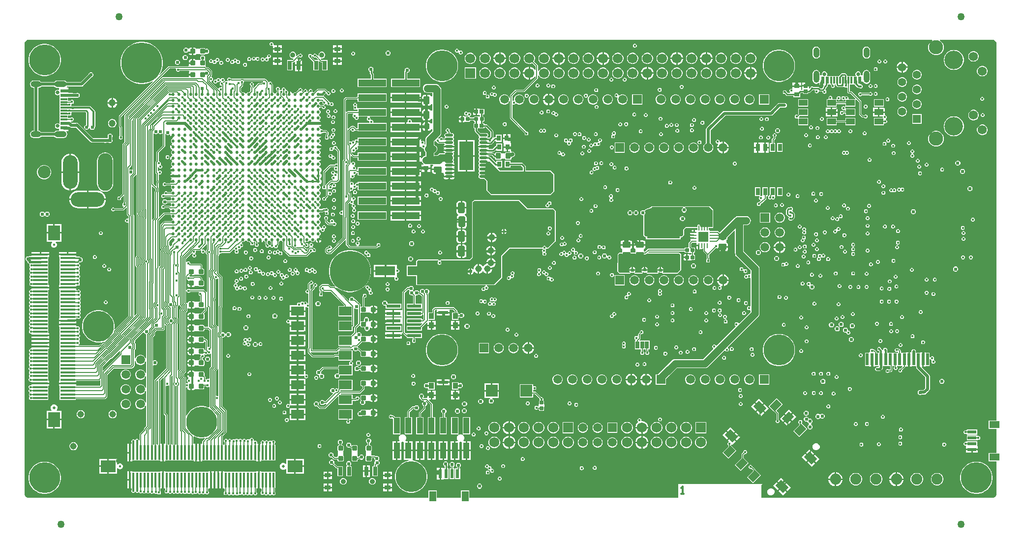
<source format=gtl>
G04*
G04 #@! TF.GenerationSoftware,Altium Limited,Altium Designer,24.10.1 (45)*
G04*
G04 Layer_Physical_Order=1*
G04 Layer_Color=255*
%FSLAX44Y44*%
%MOMM*%
G71*
G04*
G04 #@! TF.SameCoordinates,98639135-FE56-4FAC-94B5-B9978FB97537*
G04*
G04*
G04 #@! TF.FilePolarity,Positive*
G04*
G01*
G75*
%ADD10C,1.2700*%
%ADD11R,4.7500X1.2000*%
%ADD12R,0.9000X1.0000*%
%ADD13R,1.7000X0.5500*%
%ADD14R,9.0932X2.3876*%
%ADD15R,1.0000X2.7500*%
%ADD16R,2.1600X1.5200*%
%ADD17R,0.3500X2.5000*%
%ADD18R,2.5000X2.0000*%
%ADD19R,3.5000X1.6000*%
%ADD20R,2.4000X0.6000*%
%ADD21R,2.5000X0.3500*%
%ADD22R,2.0000X2.5000*%
G04:AMPARAMS|DCode=23|XSize=1.8mm|YSize=1.15mm|CornerRadius=0.1438mm|HoleSize=0mm|Usage=FLASHONLY|Rotation=270.000|XOffset=0mm|YOffset=0mm|HoleType=Round|Shape=RoundedRectangle|*
%AMROUNDEDRECTD23*
21,1,1.8000,0.8625,0,0,270.0*
21,1,1.5125,1.1500,0,0,270.0*
1,1,0.2875,-0.4313,-0.7563*
1,1,0.2875,-0.4313,0.7563*
1,1,0.2875,0.4313,0.7563*
1,1,0.2875,0.4313,-0.7563*
%
%ADD23ROUNDEDRECTD23*%
G04:AMPARAMS|DCode=24|XSize=0.8mm|YSize=0.8mm|CornerRadius=0.1mm|HoleSize=0mm|Usage=FLASHONLY|Rotation=180.000|XOffset=0mm|YOffset=0mm|HoleType=Round|Shape=RoundedRectangle|*
%AMROUNDEDRECTD24*
21,1,0.8000,0.6000,0,0,180.0*
21,1,0.6000,0.8000,0,0,180.0*
1,1,0.2000,-0.3000,0.3000*
1,1,0.2000,0.3000,0.3000*
1,1,0.2000,0.3000,-0.3000*
1,1,0.2000,-0.3000,-0.3000*
%
%ADD24ROUNDEDRECTD24*%
G04:AMPARAMS|DCode=25|XSize=1mm|YSize=0.9mm|CornerRadius=0.1125mm|HoleSize=0mm|Usage=FLASHONLY|Rotation=270.000|XOffset=0mm|YOffset=0mm|HoleType=Round|Shape=RoundedRectangle|*
%AMROUNDEDRECTD25*
21,1,1.0000,0.6750,0,0,270.0*
21,1,0.7750,0.9000,0,0,270.0*
1,1,0.2250,-0.3375,-0.3875*
1,1,0.2250,-0.3375,0.3875*
1,1,0.2250,0.3375,0.3875*
1,1,0.2250,0.3375,-0.3875*
%
%ADD25ROUNDEDRECTD25*%
G04:AMPARAMS|DCode=26|XSize=1.4mm|YSize=1mm|CornerRadius=0.125mm|HoleSize=0mm|Usage=FLASHONLY|Rotation=270.000|XOffset=0mm|YOffset=0mm|HoleType=Round|Shape=RoundedRectangle|*
%AMROUNDEDRECTD26*
21,1,1.4000,0.7500,0,0,270.0*
21,1,1.1500,1.0000,0,0,270.0*
1,1,0.2500,-0.3750,-0.5750*
1,1,0.2500,-0.3750,0.5750*
1,1,0.2500,0.3750,0.5750*
1,1,0.2500,0.3750,-0.5750*
%
%ADD26ROUNDEDRECTD26*%
G04:AMPARAMS|DCode=27|XSize=1.4mm|YSize=1mm|CornerRadius=0.125mm|HoleSize=0mm|Usage=FLASHONLY|Rotation=0.000|XOffset=0mm|YOffset=0mm|HoleType=Round|Shape=RoundedRectangle|*
%AMROUNDEDRECTD27*
21,1,1.4000,0.7500,0,0,0.0*
21,1,1.1500,1.0000,0,0,0.0*
1,1,0.2500,0.5750,-0.3750*
1,1,0.2500,-0.5750,-0.3750*
1,1,0.2500,-0.5750,0.3750*
1,1,0.2500,0.5750,0.3750*
%
%ADD27ROUNDEDRECTD27*%
%ADD28R,0.7500X0.9500*%
%ADD29O,1.4000X0.4500*%
%ADD30R,2.3600X4.9400*%
%ADD31R,0.9500X0.7500*%
%ADD32R,0.6400X0.6400*%
G04:AMPARAMS|DCode=33|XSize=0.6mm|YSize=0.6mm|CornerRadius=0.06mm|HoleSize=0mm|Usage=FLASHONLY|Rotation=270.000|XOffset=0mm|YOffset=0mm|HoleType=Round|Shape=RoundedRectangle|*
%AMROUNDEDRECTD33*
21,1,0.6000,0.4800,0,0,270.0*
21,1,0.4800,0.6000,0,0,270.0*
1,1,0.1200,-0.2400,-0.2400*
1,1,0.1200,-0.2400,0.2400*
1,1,0.1200,0.2400,0.2400*
1,1,0.1200,0.2400,-0.2400*
%
%ADD33ROUNDEDRECTD33*%
%ADD34R,1.1500X0.3000*%
%ADD35R,1.1500X0.6000*%
%ADD36R,0.6000X1.5500*%
%ADD37R,1.2000X1.8000*%
%ADD38R,0.7000X1.5000*%
%ADD39R,1.0000X0.8000*%
%ADD40C,0.5300*%
%ADD41R,0.5001X2.0000*%
%ADD42R,1.5000X1.0000*%
%ADD43R,0.6000X1.1500*%
%ADD44R,0.6400X0.6400*%
%ADD45R,0.7600X1.2700*%
%ADD46R,1.5500X0.6000*%
G04:AMPARAMS|DCode=47|XSize=1.9mm|YSize=1.4mm|CornerRadius=0mm|HoleSize=0mm|Usage=FLASHONLY|Rotation=135.000|XOffset=0mm|YOffset=0mm|HoleType=Round|Shape=Rectangle|*
%AMROTATEDRECTD47*
4,1,4,1.1667,-0.1768,0.1768,-1.1667,-1.1667,0.1768,-0.1768,1.1667,1.1667,-0.1768,0.0*
%
%ADD47ROTATEDRECTD47*%

%ADD48O,0.9000X0.2500*%
%ADD49R,1.8000X1.8000*%
%ADD50O,0.2500X0.9000*%
G04:AMPARAMS|DCode=51|XSize=1.7mm|YSize=1.2mm|CornerRadius=0mm|HoleSize=0mm|Usage=FLASHONLY|Rotation=45.000|XOffset=0mm|YOffset=0mm|HoleType=Round|Shape=Rectangle|*
%AMROTATEDRECTD51*
4,1,4,-0.1768,-1.0253,-1.0253,-0.1768,0.1768,1.0253,1.0253,0.1768,-0.1768,-1.0253,0.0*
%
%ADD51ROTATEDRECTD51*%

%ADD52R,2.0000X2.0000*%
G04:AMPARAMS|DCode=53|XSize=0.6mm|YSize=0.6mm|CornerRadius=0.06mm|HoleSize=0mm|Usage=FLASHONLY|Rotation=180.000|XOffset=0mm|YOffset=0mm|HoleType=Round|Shape=RoundedRectangle|*
%AMROUNDEDRECTD53*
21,1,0.6000,0.4800,0,0,180.0*
21,1,0.4800,0.6000,0,0,180.0*
1,1,0.1200,-0.2400,0.2400*
1,1,0.1200,0.2400,0.2400*
1,1,0.1200,0.2400,-0.2400*
1,1,0.1200,-0.2400,-0.2400*
%
%ADD53ROUNDEDRECTD53*%
%ADD54R,5.7000X1.6000*%
%ADD55R,0.6350X1.2700*%
%ADD56R,0.3000X1.1500*%
G04:AMPARAMS|DCode=57|XSize=0.8mm|YSize=0.8mm|CornerRadius=0.1mm|HoleSize=0mm|Usage=FLASHONLY|Rotation=270.000|XOffset=0mm|YOffset=0mm|HoleType=Round|Shape=RoundedRectangle|*
%AMROUNDEDRECTD57*
21,1,0.8000,0.6000,0,0,270.0*
21,1,0.6000,0.8000,0,0,270.0*
1,1,0.2000,-0.3000,-0.3000*
1,1,0.2000,-0.3000,0.3000*
1,1,0.2000,0.3000,0.3000*
1,1,0.2000,0.3000,-0.3000*
%
%ADD57ROUNDEDRECTD57*%
%ADD58R,1.8000X1.2000*%
%ADD59C,0.1270*%
%ADD60C,0.3048*%
%ADD61C,0.2032*%
%ADD62C,0.3810*%
%ADD63C,0.2540*%
%ADD64C,0.5080*%
%ADD65C,1.2700*%
%ADD66C,0.1524*%
%ADD67C,0.6350*%
%ADD68C,0.7620*%
%ADD69C,0.4750*%
%ADD70C,0.3750*%
G04:AMPARAMS|DCode=71|XSize=5.8mm|YSize=2.5mm|CornerRadius=1.25mm|HoleSize=0mm|Usage=FLASHONLY|Rotation=0.000|XOffset=0mm|YOffset=0mm|HoleType=Round|Shape=RoundedRectangle|*
%AMROUNDEDRECTD71*
21,1,5.8000,0.0000,0,0,0.0*
21,1,3.3000,2.5000,0,0,0.0*
1,1,2.5000,1.6500,0.0000*
1,1,2.5000,-1.6500,0.0000*
1,1,2.5000,-1.6500,0.0000*
1,1,2.5000,1.6500,0.0000*
%
%ADD71ROUNDEDRECTD71*%
G04:AMPARAMS|DCode=72|XSize=5.8mm|YSize=2.5mm|CornerRadius=1.25mm|HoleSize=0mm|Usage=FLASHONLY|Rotation=270.000|XOffset=0mm|YOffset=0mm|HoleType=Round|Shape=RoundedRectangle|*
%AMROUNDEDRECTD72*
21,1,5.8000,0.0000,0,0,270.0*
21,1,3.3000,2.5000,0,0,270.0*
1,1,2.5000,0.0000,-1.6500*
1,1,2.5000,0.0000,1.6500*
1,1,2.5000,0.0000,1.6500*
1,1,2.5000,0.0000,-1.6500*
%
%ADD72ROUNDEDRECTD72*%
G04:AMPARAMS|DCode=73|XSize=6.5mm|YSize=2.5mm|CornerRadius=1.25mm|HoleSize=0mm|Usage=FLASHONLY|Rotation=270.000|XOffset=0mm|YOffset=0mm|HoleType=Round|Shape=RoundedRectangle|*
%AMROUNDEDRECTD73*
21,1,6.5000,0.0000,0,0,270.0*
21,1,4.0000,2.5000,0,0,270.0*
1,1,2.5000,0.0000,-2.0000*
1,1,2.5000,0.0000,2.0000*
1,1,2.5000,0.0000,2.0000*
1,1,2.5000,0.0000,-2.0000*
%
%ADD73ROUNDEDRECTD73*%
%ADD74C,2.2000*%
%ADD75C,1.5000*%
%ADD76R,1.5000X1.5000*%
%ADD77C,0.3556*%
%ADD78C,5.3000*%
G04:AMPARAMS|DCode=79|XSize=1mm|YSize=1.8mm|CornerRadius=0.5mm|HoleSize=0mm|Usage=FLASHONLY|Rotation=270.000|XOffset=0mm|YOffset=0mm|HoleType=Round|Shape=RoundedRectangle|*
%AMROUNDEDRECTD79*
21,1,1.0000,0.8000,0,0,270.0*
21,1,0.0000,1.8000,0,0,270.0*
1,1,1.0000,-0.4000,0.0000*
1,1,1.0000,-0.4000,0.0000*
1,1,1.0000,0.4000,0.0000*
1,1,1.0000,0.4000,0.0000*
%
%ADD79ROUNDEDRECTD79*%
G04:AMPARAMS|DCode=80|XSize=1mm|YSize=2.1mm|CornerRadius=0.5mm|HoleSize=0mm|Usage=FLASHONLY|Rotation=270.000|XOffset=0mm|YOffset=0mm|HoleType=Round|Shape=RoundedRectangle|*
%AMROUNDEDRECTD80*
21,1,1.0000,1.1000,0,0,270.0*
21,1,0.0000,2.1000,0,0,270.0*
1,1,1.0000,-0.5500,0.0000*
1,1,1.0000,-0.5500,0.0000*
1,1,1.0000,0.5500,0.0000*
1,1,1.0000,0.5500,0.0000*
%
%ADD80ROUNDEDRECTD80*%
%ADD81C,0.6500*%
%ADD82C,7.0000*%
%ADD83C,0.9000*%
%ADD84R,1.5000X1.5000*%
%ADD85C,0.6000*%
%ADD86C,1.3900*%
%ADD87C,1.7000*%
%ADD88C,1.9000*%
%ADD89C,1.7272*%
%ADD90C,1.2000*%
%ADD91C,1.5700*%
%ADD92R,1.7000X1.7000*%
%ADD93R,1.6764X1.6764*%
%ADD94C,3.2000*%
%ADD95R,1.3900X1.3900*%
%ADD96C,2.4500*%
G04:AMPARAMS|DCode=97|XSize=1mm|YSize=1.8mm|CornerRadius=0.5mm|HoleSize=0mm|Usage=FLASHONLY|Rotation=180.000|XOffset=0mm|YOffset=0mm|HoleType=Round|Shape=RoundedRectangle|*
%AMROUNDEDRECTD97*
21,1,1.0000,0.8000,0,0,180.0*
21,1,0.0000,1.8000,0,0,180.0*
1,1,1.0000,0.0000,0.4000*
1,1,1.0000,0.0000,0.4000*
1,1,1.0000,0.0000,-0.4000*
1,1,1.0000,0.0000,-0.4000*
%
%ADD97ROUNDEDRECTD97*%
G04:AMPARAMS|DCode=98|XSize=1mm|YSize=2.1mm|CornerRadius=0.5mm|HoleSize=0mm|Usage=FLASHONLY|Rotation=180.000|XOffset=0mm|YOffset=0mm|HoleType=Round|Shape=RoundedRectangle|*
%AMROUNDEDRECTD98*
21,1,1.0000,1.1000,0,0,180.0*
21,1,0.0000,2.1000,0,0,180.0*
1,1,1.0000,0.0000,0.5500*
1,1,1.0000,0.0000,0.5500*
1,1,1.0000,0.0000,-0.5500*
1,1,1.0000,0.0000,-0.5500*
%
%ADD98ROUNDEDRECTD98*%
%ADD99C,0.4064*%
%ADD100C,0.6096*%
%ADD101C,1.1430*%
%ADD102C,0.6000*%
%ADD103C,0.5000*%
G36*
X1825184Y1160216D02*
X1825524Y1158946D01*
X1823563Y1157814D01*
X1821046Y1155297D01*
X1819266Y1152214D01*
X1818345Y1148776D01*
Y1145216D01*
X1819266Y1141777D01*
X1821046Y1138694D01*
X1823563Y1136177D01*
X1826646Y1134397D01*
X1830085Y1133476D01*
X1833645D01*
X1837083Y1134397D01*
X1840166Y1136177D01*
X1842683Y1138694D01*
X1844463Y1141777D01*
X1845385Y1145216D01*
Y1148776D01*
X1844463Y1152214D01*
X1842683Y1155297D01*
X1840166Y1157814D01*
X1838206Y1158946D01*
X1838546Y1160216D01*
X1928465D01*
X1929205D01*
X1930658Y1159927D01*
X1932027Y1159361D01*
X1933259Y1158537D01*
X1934306Y1157490D01*
X1935129Y1156258D01*
X1935696Y1154890D01*
X1935985Y1153436D01*
Y1152696D01*
Y504266D01*
X1922055D01*
Y489726D01*
X1935985D01*
Y448266D01*
X1922055D01*
Y433726D01*
X1935985D01*
Y378096D01*
Y377355D01*
X1935696Y375902D01*
X1935129Y374534D01*
X1934306Y373302D01*
X1933259Y372254D01*
X1932027Y371431D01*
X1930658Y370864D01*
X1929205Y370575D01*
X1928465D01*
X1531009Y370575D01*
Y392462D01*
X1532025Y393478D01*
X1532025Y393478D01*
X1532787Y394240D01*
X1532279Y394748D01*
X1531499Y394748D01*
X1531499Y394748D01*
X1516577D01*
X1516554Y396018D01*
X1517428Y396892D01*
X1530354Y409818D01*
X1520225Y419947D01*
X1520099Y420580D01*
X1519678Y421210D01*
X1517803Y423086D01*
X1517173Y423507D01*
X1516429Y423654D01*
X1516336D01*
X1515783Y424207D01*
Y424886D01*
X1515280Y426100D01*
X1514351Y427029D01*
X1513138Y427532D01*
X1511824D01*
X1510610Y427029D01*
X1509682Y426100D01*
X1509179Y424886D01*
Y423573D01*
X1509682Y422359D01*
X1510610Y421430D01*
X1511824Y420928D01*
X1513138D01*
X1513443Y421054D01*
X1514158Y420339D01*
X1514158Y420339D01*
X1514788Y419918D01*
X1515531Y419770D01*
X1516362Y418914D01*
Y416389D01*
X1506256Y406283D01*
X1515639Y396899D01*
X1516520Y396018D01*
X1516497Y394748D01*
X1388261D01*
Y370575D01*
X1028435Y370575D01*
Y383916D01*
X1013895D01*
Y370575D01*
X972435D01*
Y383916D01*
X957895D01*
Y370575D01*
X270185Y370575D01*
X270184Y370575D01*
X270182Y370575D01*
X269862Y370575D01*
X269124D01*
X267671Y370864D01*
X266302Y371431D01*
X265071Y372254D01*
X264023Y373302D01*
X263200Y374533D01*
X262633Y375902D01*
X262344Y377355D01*
Y378096D01*
Y1152696D01*
Y1153437D01*
X262633Y1154890D01*
X263200Y1156258D01*
X264023Y1157490D01*
X265071Y1158537D01*
X266302Y1159361D01*
X267671Y1159927D01*
X269124Y1160216D01*
X269685Y1160216D01*
X269685Y1160217D01*
X1825184Y1160216D01*
D02*
G37*
%LPC*%
G36*
X1313734Y1153192D02*
X1312420D01*
X1311206Y1152689D01*
X1310278Y1151760D01*
X1309775Y1150547D01*
Y1149233D01*
X1310278Y1148019D01*
X1311206Y1147091D01*
X1312420Y1146588D01*
X1313734D01*
X1314947Y1147091D01*
X1315876Y1148019D01*
X1316379Y1149233D01*
Y1150547D01*
X1315876Y1151760D01*
X1314947Y1152689D01*
X1313734Y1153192D01*
D02*
G37*
G36*
X808485Y1150816D02*
X802215D01*
Y1145546D01*
X808485D01*
Y1150816D01*
D02*
G37*
G36*
X705485D02*
X699215D01*
Y1145546D01*
X705485D01*
Y1150816D01*
D02*
G37*
G36*
X688226Y1156080D02*
X686912D01*
X685698Y1155577D01*
X684769Y1154648D01*
X684267Y1153435D01*
Y1152121D01*
X684769Y1150907D01*
X685698Y1149978D01*
X686912Y1149476D01*
X688226D01*
X689135Y1149852D01*
X690074Y1149433D01*
X690405Y1149148D01*
Y1145546D01*
X696675D01*
Y1150816D01*
X691705D01*
X690856Y1152086D01*
X690871Y1152121D01*
Y1153435D01*
X690368Y1154648D01*
X689439Y1155577D01*
X688226Y1156080D01*
D02*
G37*
G36*
X799675Y1150816D02*
X793405D01*
Y1145546D01*
X799675D01*
Y1150816D01*
D02*
G37*
G36*
X550846Y1146765D02*
X549116D01*
X547735Y1146490D01*
X546564Y1145708D01*
X545782Y1144537D01*
X545744Y1144350D01*
X544424Y1144220D01*
X544323Y1144462D01*
X543109Y1145676D01*
X541522Y1146334D01*
X539804D01*
X538217Y1145676D01*
X537002Y1144462D01*
X536345Y1142875D01*
Y1141157D01*
X537002Y1139570D01*
X538217Y1138355D01*
X539804Y1137698D01*
X541522D01*
X543109Y1138355D01*
X544237Y1139483D01*
X544646Y1139444D01*
X545507Y1139109D01*
Y1137156D01*
X545782Y1135775D01*
X546564Y1134604D01*
X547735Y1133821D01*
X549116Y1133547D01*
X550846D01*
Y1140156D01*
Y1146765D01*
D02*
G37*
G36*
X808485Y1143006D02*
X802215D01*
Y1137736D01*
X808485D01*
Y1143006D01*
D02*
G37*
G36*
X799675D02*
X793405D01*
Y1137736D01*
X799675D01*
Y1143006D01*
D02*
G37*
G36*
X705485D02*
X699215D01*
Y1137736D01*
X705485D01*
Y1143006D01*
D02*
G37*
G36*
X696675D02*
X690405D01*
Y1137736D01*
X696675D01*
Y1143006D01*
D02*
G37*
G36*
X555116Y1146765D02*
X553386D01*
Y1140156D01*
Y1133547D01*
X555116D01*
X556497Y1133821D01*
X557668Y1134604D01*
X558037Y1135156D01*
X565024D01*
X565231Y1135017D01*
X566116Y1134841D01*
X572116D01*
X573002Y1135017D01*
X573753Y1135519D01*
X574255Y1136270D01*
X574370Y1136332D01*
X575364Y1135920D01*
X577082D01*
X578669Y1136577D01*
X579883Y1137792D01*
X580541Y1139379D01*
Y1141097D01*
X579883Y1142684D01*
X578669Y1143898D01*
X577082Y1144556D01*
X575364D01*
X574226Y1144084D01*
X573753Y1144792D01*
X573002Y1145294D01*
X572116Y1145470D01*
X566116D01*
X565231Y1145294D01*
X565024Y1145156D01*
X558037D01*
X557668Y1145708D01*
X556497Y1146490D01*
X555116Y1146765D01*
D02*
G37*
G36*
X1007664Y1144810D02*
X1006350D01*
X1005136Y1144307D01*
X1004208Y1143378D01*
X1003705Y1142165D01*
Y1140851D01*
X1004208Y1139637D01*
X1005136Y1138708D01*
X1006350Y1138206D01*
X1007664D01*
X1008877Y1138708D01*
X1010055Y1138090D01*
Y1137549D01*
X1010557Y1136335D01*
X1011486Y1135406D01*
X1012700Y1134904D01*
X1014014D01*
X1015227Y1135406D01*
X1016156Y1136335D01*
X1016659Y1137549D01*
Y1138863D01*
X1016156Y1140076D01*
X1015227Y1141005D01*
X1014014Y1141508D01*
X1012700D01*
X1011486Y1141005D01*
X1010309Y1141624D01*
Y1142165D01*
X1009806Y1143378D01*
X1008877Y1144307D01*
X1007664Y1144810D01*
D02*
G37*
G36*
X829102Y1139730D02*
X827788D01*
X826574Y1139227D01*
X825646Y1138298D01*
X825143Y1137085D01*
Y1135771D01*
X825646Y1134557D01*
X826574Y1133628D01*
X827788Y1133126D01*
X829102D01*
X830315Y1133628D01*
X831244Y1134557D01*
X831747Y1135771D01*
Y1137085D01*
X831244Y1138298D01*
X830315Y1139227D01*
X829102Y1139730D01*
D02*
G37*
G36*
X889248Y1141254D02*
X887530D01*
X885943Y1140596D01*
X884728Y1139382D01*
X884071Y1137795D01*
Y1136077D01*
X884728Y1134490D01*
X885943Y1133275D01*
X887530Y1132618D01*
X889248D01*
X890835Y1133275D01*
X892049Y1134490D01*
X892707Y1136077D01*
Y1137795D01*
X892049Y1139382D01*
X890835Y1140596D01*
X889248Y1141254D01*
D02*
G37*
G36*
X775592Y1139546D02*
X773297D01*
X771176Y1138667D01*
X769553Y1137044D01*
X768675Y1134923D01*
Y1132628D01*
X768691Y1132588D01*
X767615Y1131869D01*
X765238Y1134245D01*
X765125Y1134321D01*
X764950Y1134742D01*
X764021Y1135671D01*
X762808Y1136174D01*
X761494D01*
X760280Y1135671D01*
X759352Y1134742D01*
X758849Y1133529D01*
Y1132215D01*
X759352Y1131001D01*
X760280Y1130072D01*
X761494Y1129570D01*
X762808D01*
X763948Y1130042D01*
X767771Y1126219D01*
X767285Y1125046D01*
X762422D01*
X757025Y1130442D01*
X757076Y1130493D01*
X757579Y1131707D01*
Y1133021D01*
X757076Y1134234D01*
X756147Y1135163D01*
X754934Y1135666D01*
X753620D01*
X752406Y1135163D01*
X751478Y1134234D01*
X750975Y1133021D01*
Y1131707D01*
X751478Y1130493D01*
X752406Y1129565D01*
X752637Y1129469D01*
X752903Y1129070D01*
X759675Y1122299D01*
Y1107506D01*
X769215D01*
Y1123116D01*
X770388Y1123602D01*
X772222Y1121768D01*
X772222Y1121767D01*
X772852Y1121346D01*
X773596Y1121199D01*
X774675D01*
Y1107506D01*
X784215D01*
Y1125046D01*
X776768D01*
X776580Y1125083D01*
X774400D01*
X772538Y1126946D01*
X773257Y1128022D01*
X773297Y1128006D01*
X775592D01*
X777713Y1128884D01*
X779336Y1130507D01*
X780215Y1132628D01*
Y1134923D01*
X779336Y1137044D01*
X777713Y1138667D01*
X775592Y1139546D01*
D02*
G37*
G36*
X725592D02*
X723297D01*
X721176Y1138667D01*
X719553Y1137044D01*
X718675Y1134923D01*
Y1132628D01*
X719553Y1130507D01*
X721176Y1128884D01*
X723297Y1128006D01*
X725368D01*
X725804Y1127382D01*
X725991Y1126833D01*
X724241Y1125083D01*
X722310D01*
X722310Y1125083D01*
X722122Y1125046D01*
X714675D01*
Y1107506D01*
X724215D01*
Y1121199D01*
X725046D01*
X725789Y1121346D01*
X726419Y1121767D01*
X727232Y1122580D01*
X728405Y1122094D01*
Y1117546D01*
X733175D01*
Y1126316D01*
X732627D01*
X732141Y1127489D01*
X735183Y1130531D01*
X735642Y1130072D01*
X736856Y1129570D01*
X738170D01*
X739383Y1130072D01*
X740312Y1131001D01*
X740815Y1132215D01*
Y1133529D01*
X740312Y1134742D01*
X739383Y1135671D01*
X738170Y1136174D01*
X736856D01*
X735642Y1135671D01*
X734785Y1134814D01*
X734777D01*
X734034Y1134666D01*
X733403Y1134245D01*
X733403Y1134245D01*
X731388Y1132230D01*
X730838Y1132417D01*
X730215Y1132853D01*
Y1134923D01*
X729336Y1137044D01*
X727713Y1138667D01*
X725592Y1139546D01*
D02*
G37*
G36*
X1437718Y1139136D02*
X1437535D01*
Y1129366D01*
X1447305D01*
Y1129549D01*
X1446552Y1132357D01*
X1445099Y1134874D01*
X1443044Y1136930D01*
X1440526Y1138383D01*
X1437718Y1139136D01*
D02*
G37*
G36*
X1434995D02*
X1434811D01*
X1432003Y1138383D01*
X1429486Y1136930D01*
X1427431Y1134874D01*
X1425977Y1132357D01*
X1425225Y1129549D01*
Y1129366D01*
X1434995D01*
Y1139136D01*
D02*
G37*
G36*
X1386918D02*
X1386735D01*
Y1129366D01*
X1396505D01*
Y1129549D01*
X1395752Y1132357D01*
X1394299Y1134874D01*
X1392243Y1136930D01*
X1389726Y1138383D01*
X1386918Y1139136D01*
D02*
G37*
G36*
X1384195D02*
X1384011D01*
X1381203Y1138383D01*
X1378686Y1136930D01*
X1376631Y1134874D01*
X1375177Y1132357D01*
X1374425Y1129549D01*
Y1129366D01*
X1384195D01*
Y1139136D01*
D02*
G37*
G36*
X1259918D02*
X1259735D01*
Y1129366D01*
X1269505D01*
Y1129549D01*
X1268752Y1132357D01*
X1267299Y1134874D01*
X1265244Y1136930D01*
X1262726Y1138383D01*
X1259918Y1139136D01*
D02*
G37*
G36*
X1257195D02*
X1257011D01*
X1254203Y1138383D01*
X1251686Y1136930D01*
X1249631Y1134874D01*
X1248177Y1132357D01*
X1247425Y1129549D01*
Y1129366D01*
X1257195D01*
Y1139136D01*
D02*
G37*
G36*
X1183718D02*
X1183535D01*
Y1129366D01*
X1193305D01*
Y1129549D01*
X1192552Y1132357D01*
X1191099Y1134874D01*
X1189044Y1136930D01*
X1186526Y1138383D01*
X1183718Y1139136D01*
D02*
G37*
G36*
X1180995D02*
X1180811D01*
X1178003Y1138383D01*
X1175486Y1136930D01*
X1173431Y1134874D01*
X1171977Y1132357D01*
X1171225Y1129549D01*
Y1129366D01*
X1180995D01*
Y1139136D01*
D02*
G37*
G36*
X1082118D02*
X1081935D01*
Y1129366D01*
X1091705D01*
Y1129549D01*
X1090952Y1132357D01*
X1089499Y1134874D01*
X1087443Y1136930D01*
X1084926Y1138383D01*
X1082118Y1139136D01*
D02*
G37*
G36*
X1079395D02*
X1079211D01*
X1076404Y1138383D01*
X1073886Y1136930D01*
X1071831Y1134874D01*
X1070377Y1132357D01*
X1069625Y1129549D01*
Y1129366D01*
X1079395D01*
Y1139136D01*
D02*
G37*
G36*
X684103Y1134995D02*
X682789D01*
X681576Y1134493D01*
X680647Y1133564D01*
X680144Y1132350D01*
Y1131037D01*
X679272Y1129824D01*
X678944D01*
X677730Y1129321D01*
X676802Y1128392D01*
X676732Y1128225D01*
X675358D01*
X675288Y1128392D01*
X674359Y1129321D01*
X673146Y1129824D01*
X671832D01*
X670618Y1129321D01*
X669689Y1128392D01*
X669187Y1127179D01*
Y1125865D01*
X669689Y1124651D01*
X670618Y1123723D01*
X671832Y1123220D01*
X673146D01*
X674359Y1123723D01*
X675288Y1124651D01*
X675358Y1124819D01*
X676732D01*
X676802Y1124651D01*
X677730Y1123723D01*
X678944Y1123220D01*
X680258D01*
X681471Y1123723D01*
X682400Y1124651D01*
X682903Y1125865D01*
Y1127179D01*
X683775Y1128391D01*
X684103D01*
X685317Y1128894D01*
X686245Y1129823D01*
X686748Y1131037D01*
Y1132350D01*
X686245Y1133564D01*
X685317Y1134493D01*
X684103Y1134995D01*
D02*
G37*
G36*
X1711865Y1148339D02*
X1709418Y1147852D01*
X1707344Y1146466D01*
X1705959Y1144392D01*
X1705472Y1141946D01*
Y1133946D01*
X1705959Y1131499D01*
X1707344Y1129425D01*
X1709418Y1128040D01*
X1711865Y1127553D01*
X1714311Y1128040D01*
X1716385Y1129425D01*
X1717771Y1131499D01*
X1718258Y1133946D01*
Y1141946D01*
X1717771Y1144392D01*
X1716385Y1146466D01*
X1714311Y1147852D01*
X1711865Y1148339D01*
D02*
G37*
G36*
X1625465D02*
X1623018Y1147852D01*
X1620944Y1146466D01*
X1619559Y1144392D01*
X1619072Y1141946D01*
Y1133946D01*
X1619559Y1131499D01*
X1620944Y1129425D01*
X1623018Y1128040D01*
X1625465Y1127553D01*
X1627911Y1128040D01*
X1629985Y1129425D01*
X1631371Y1131499D01*
X1631858Y1133946D01*
Y1141946D01*
X1631371Y1144392D01*
X1629985Y1146466D01*
X1627911Y1147852D01*
X1625465Y1148339D01*
D02*
G37*
G36*
X539998Y1133634D02*
X538280D01*
X536693Y1132976D01*
X535478Y1131762D01*
X534821Y1130175D01*
Y1128457D01*
X535478Y1126870D01*
X536693Y1125655D01*
X538280Y1124998D01*
X539998D01*
X541585Y1125655D01*
X542799Y1126870D01*
X543457Y1128457D01*
Y1130175D01*
X542799Y1131762D01*
X541585Y1132976D01*
X539998Y1133634D01*
D02*
G37*
G36*
X808485Y1129816D02*
X802215D01*
Y1124546D01*
X808485D01*
Y1129816D01*
D02*
G37*
G36*
X705485D02*
X699215D01*
Y1124546D01*
X705485D01*
Y1129816D01*
D02*
G37*
G36*
X696675D02*
X690405D01*
Y1124546D01*
X696675D01*
Y1129816D01*
D02*
G37*
G36*
X799675D02*
X793405D01*
Y1124546D01*
X799675D01*
Y1129816D01*
D02*
G37*
G36*
X595422Y1128808D02*
X594108D01*
X592894Y1128305D01*
X591965Y1127376D01*
X591463Y1126163D01*
Y1125908D01*
X590342Y1124998D01*
X589028D01*
X587814Y1124495D01*
X586465Y1124942D01*
X586364Y1125186D01*
X585435Y1126115D01*
X584222Y1126618D01*
X582908D01*
X581694Y1126115D01*
X580765Y1125186D01*
X580263Y1123973D01*
Y1122659D01*
X580765Y1121445D01*
X581694Y1120517D01*
X582908Y1120014D01*
X584222D01*
X585435Y1120517D01*
X586784Y1120070D01*
X586885Y1119825D01*
X587814Y1118896D01*
X589028Y1118394D01*
X590342D01*
X591555Y1118896D01*
X592484Y1119825D01*
X592987Y1121039D01*
Y1121294D01*
X594108Y1122204D01*
X595422D01*
X596635Y1122707D01*
X597564Y1123635D01*
X598067Y1124849D01*
Y1126163D01*
X597564Y1127376D01*
X596635Y1128305D01*
X595422Y1128808D01*
D02*
G37*
G36*
X657906Y1130840D02*
X656592D01*
X655378Y1130337D01*
X654449Y1129408D01*
X653947Y1128195D01*
Y1126881D01*
X654449Y1125667D01*
X655378Y1124738D01*
X656592Y1124236D01*
X657906D01*
X659119Y1124738D01*
X659533Y1125152D01*
X660597Y1125372D01*
X661126Y1125086D01*
X661728Y1124484D01*
X662942Y1123982D01*
X664256D01*
X665469Y1124484D01*
X666398Y1125413D01*
X666901Y1126627D01*
Y1127941D01*
X666398Y1129154D01*
X665469Y1130083D01*
X664256Y1130586D01*
X662942D01*
X661728Y1130083D01*
X661315Y1129669D01*
X660250Y1129450D01*
X659721Y1129735D01*
X659119Y1130337D01*
X657906Y1130840D01*
D02*
G37*
G36*
X650032Y1130078D02*
X648718D01*
X647504Y1129575D01*
X646575Y1128646D01*
X646073Y1127433D01*
Y1126119D01*
X646575Y1124905D01*
X647504Y1123977D01*
X648718Y1123474D01*
X650032D01*
X651245Y1123977D01*
X652174Y1124905D01*
X652677Y1126119D01*
Y1127433D01*
X652174Y1128646D01*
X651245Y1129575D01*
X650032Y1130078D01*
D02*
G37*
G36*
X1897365Y1140616D02*
X1894964D01*
X1892645Y1139994D01*
X1890565Y1138794D01*
X1888867Y1137096D01*
X1887666Y1135016D01*
X1887045Y1132696D01*
Y1130295D01*
X1887666Y1127976D01*
X1888867Y1125896D01*
X1890565Y1124198D01*
X1892645Y1122997D01*
X1894964Y1122376D01*
X1897365D01*
X1899685Y1122997D01*
X1901765Y1124198D01*
X1903463Y1125896D01*
X1904663Y1127976D01*
X1905285Y1130295D01*
Y1132696D01*
X1904663Y1135016D01*
X1903463Y1137096D01*
X1901765Y1138794D01*
X1899685Y1139994D01*
X1897365Y1140616D01*
D02*
G37*
G36*
X613202Y1128808D02*
X611888D01*
X610674Y1128305D01*
X609745Y1127376D01*
X609243Y1126163D01*
Y1124849D01*
X609745Y1123635D01*
X610674Y1122707D01*
X611888Y1122204D01*
X613202D01*
X614415Y1122707D01*
X615344Y1123635D01*
X615847Y1124849D01*
Y1126163D01*
X615344Y1127376D01*
X614415Y1128305D01*
X613202Y1128808D01*
D02*
G37*
G36*
X550846Y1126765D02*
X549116D01*
X547735Y1126490D01*
X546564Y1125708D01*
X545782Y1124537D01*
X545507Y1123156D01*
Y1121426D01*
X550846D01*
Y1126765D01*
D02*
G37*
G36*
X1744942Y1126240D02*
X1743628D01*
X1742415Y1125737D01*
X1741486Y1124809D01*
X1740983Y1123595D01*
Y1122281D01*
X1741486Y1121068D01*
X1742415Y1120139D01*
X1743628Y1119636D01*
X1744942D01*
X1746155Y1120139D01*
X1747084Y1121068D01*
X1747587Y1122281D01*
Y1123595D01*
X1747084Y1124809D01*
X1746155Y1125737D01*
X1744942Y1126240D01*
D02*
G37*
G36*
X1734942D02*
X1733628D01*
X1732415Y1125737D01*
X1731486Y1124809D01*
X1730983Y1123595D01*
Y1122281D01*
X1731486Y1121068D01*
X1732415Y1120139D01*
X1733628Y1119636D01*
X1734942D01*
X1736156Y1120139D01*
X1737084Y1121068D01*
X1737587Y1122281D01*
Y1123595D01*
X1737084Y1124809D01*
X1736156Y1125737D01*
X1734942Y1126240D01*
D02*
G37*
G36*
X625902Y1127538D02*
X624588D01*
X623374Y1127035D01*
X622445Y1126106D01*
X622302Y1125759D01*
X620822Y1124998D01*
X619508D01*
X618294Y1124495D01*
X617365Y1123566D01*
X616863Y1122353D01*
Y1121039D01*
X617365Y1119825D01*
X618294Y1118896D01*
X619508Y1118394D01*
X620822D01*
X622035Y1118896D01*
X622964Y1119825D01*
X623108Y1120172D01*
X624588Y1120934D01*
X625902D01*
X627382Y1120172D01*
X627525Y1119825D01*
X628454Y1118896D01*
X629668Y1118394D01*
X630982D01*
X632195Y1118896D01*
X633124Y1119825D01*
X633627Y1121039D01*
Y1122353D01*
X633124Y1123566D01*
X632195Y1124495D01*
X630982Y1124998D01*
X629668D01*
X628188Y1125759D01*
X628044Y1126106D01*
X627115Y1127035D01*
X625902Y1127538D01*
D02*
G37*
G36*
X1513751Y1137866D02*
X1511178D01*
X1508694Y1137200D01*
X1506466Y1135914D01*
X1504647Y1134095D01*
X1503361Y1131867D01*
X1502695Y1129382D01*
Y1126810D01*
X1503361Y1124325D01*
X1504647Y1122097D01*
X1506466Y1120278D01*
X1508694Y1118992D01*
X1511178Y1118326D01*
X1513751D01*
X1516236Y1118992D01*
X1518464Y1120278D01*
X1520283Y1122097D01*
X1521569Y1124325D01*
X1522235Y1126810D01*
Y1129382D01*
X1521569Y1131867D01*
X1520283Y1134095D01*
X1518464Y1135914D01*
X1516236Y1137200D01*
X1513751Y1137866D01*
D02*
G37*
G36*
X1488351D02*
X1485779D01*
X1483294Y1137200D01*
X1481066Y1135914D01*
X1479247Y1134095D01*
X1477961Y1131867D01*
X1477295Y1129382D01*
Y1126810D01*
X1477961Y1124325D01*
X1479247Y1122097D01*
X1481066Y1120278D01*
X1483294Y1118992D01*
X1485779Y1118326D01*
X1488351D01*
X1490836Y1118992D01*
X1493064Y1120278D01*
X1494883Y1122097D01*
X1496169Y1124325D01*
X1496835Y1126810D01*
Y1129382D01*
X1496169Y1131867D01*
X1494883Y1134095D01*
X1493064Y1135914D01*
X1490836Y1137200D01*
X1488351Y1137866D01*
D02*
G37*
G36*
X1462951D02*
X1460379D01*
X1457894Y1137200D01*
X1455666Y1135914D01*
X1453847Y1134095D01*
X1452561Y1131867D01*
X1451895Y1129382D01*
Y1126810D01*
X1452561Y1124325D01*
X1453847Y1122097D01*
X1455666Y1120278D01*
X1457894Y1118992D01*
X1460379Y1118326D01*
X1462951D01*
X1465436Y1118992D01*
X1467664Y1120278D01*
X1469483Y1122097D01*
X1470769Y1124325D01*
X1471435Y1126810D01*
Y1129382D01*
X1470769Y1131867D01*
X1469483Y1134095D01*
X1467664Y1135914D01*
X1465436Y1137200D01*
X1462951Y1137866D01*
D02*
G37*
G36*
X1412151D02*
X1409579D01*
X1407094Y1137200D01*
X1404866Y1135914D01*
X1403047Y1134095D01*
X1401761Y1131867D01*
X1401095Y1129382D01*
Y1126810D01*
X1401761Y1124325D01*
X1403047Y1122097D01*
X1404866Y1120278D01*
X1407094Y1118992D01*
X1409579Y1118326D01*
X1412151D01*
X1414636Y1118992D01*
X1416864Y1120278D01*
X1418683Y1122097D01*
X1419969Y1124325D01*
X1420635Y1126810D01*
Y1129382D01*
X1419969Y1131867D01*
X1418683Y1134095D01*
X1416864Y1135914D01*
X1414636Y1137200D01*
X1412151Y1137866D01*
D02*
G37*
G36*
X1361351D02*
X1358779D01*
X1356294Y1137200D01*
X1354066Y1135914D01*
X1352247Y1134095D01*
X1350961Y1131867D01*
X1350295Y1129382D01*
Y1126810D01*
X1350961Y1124325D01*
X1352247Y1122097D01*
X1354066Y1120278D01*
X1356294Y1118992D01*
X1358779Y1118326D01*
X1361351D01*
X1363836Y1118992D01*
X1366064Y1120278D01*
X1367883Y1122097D01*
X1369169Y1124325D01*
X1369835Y1126810D01*
Y1129382D01*
X1369169Y1131867D01*
X1367883Y1134095D01*
X1366064Y1135914D01*
X1363836Y1137200D01*
X1361351Y1137866D01*
D02*
G37*
G36*
X1335951D02*
X1333378D01*
X1330894Y1137200D01*
X1328666Y1135914D01*
X1326847Y1134095D01*
X1325561Y1131867D01*
X1324895Y1129382D01*
Y1126810D01*
X1325561Y1124325D01*
X1326847Y1122097D01*
X1328666Y1120278D01*
X1330894Y1118992D01*
X1333378Y1118326D01*
X1335951D01*
X1338436Y1118992D01*
X1340664Y1120278D01*
X1342483Y1122097D01*
X1343769Y1124325D01*
X1344435Y1126810D01*
Y1129382D01*
X1343769Y1131867D01*
X1342483Y1134095D01*
X1340664Y1135914D01*
X1338436Y1137200D01*
X1335951Y1137866D01*
D02*
G37*
G36*
X1310551D02*
X1307979D01*
X1305494Y1137200D01*
X1303266Y1135914D01*
X1301447Y1134095D01*
X1300161Y1131867D01*
X1299495Y1129382D01*
Y1126810D01*
X1300161Y1124325D01*
X1301447Y1122097D01*
X1303266Y1120278D01*
X1305494Y1118992D01*
X1307979Y1118326D01*
X1310551D01*
X1313036Y1118992D01*
X1315264Y1120278D01*
X1317083Y1122097D01*
X1318369Y1124325D01*
X1319035Y1126810D01*
Y1129382D01*
X1318369Y1131867D01*
X1317083Y1134095D01*
X1315264Y1135914D01*
X1313036Y1137200D01*
X1310551Y1137866D01*
D02*
G37*
G36*
X1285151D02*
X1282578D01*
X1280094Y1137200D01*
X1277866Y1135914D01*
X1276047Y1134095D01*
X1274761Y1131867D01*
X1274095Y1129382D01*
Y1126810D01*
X1274761Y1124325D01*
X1276047Y1122097D01*
X1277866Y1120278D01*
X1280094Y1118992D01*
X1282578Y1118326D01*
X1285151D01*
X1287636Y1118992D01*
X1289864Y1120278D01*
X1291683Y1122097D01*
X1292969Y1124325D01*
X1293635Y1126810D01*
Y1129382D01*
X1292969Y1131867D01*
X1291683Y1134095D01*
X1289864Y1135914D01*
X1287636Y1137200D01*
X1285151Y1137866D01*
D02*
G37*
G36*
X1234351D02*
X1231778D01*
X1229294Y1137200D01*
X1227066Y1135914D01*
X1225247Y1134095D01*
X1223961Y1131867D01*
X1223295Y1129382D01*
Y1126810D01*
X1223961Y1124325D01*
X1225247Y1122097D01*
X1227066Y1120278D01*
X1229294Y1118992D01*
X1231778Y1118326D01*
X1234351D01*
X1236836Y1118992D01*
X1239064Y1120278D01*
X1240883Y1122097D01*
X1242169Y1124325D01*
X1242835Y1126810D01*
Y1129382D01*
X1242169Y1131867D01*
X1240883Y1134095D01*
X1239064Y1135914D01*
X1236836Y1137200D01*
X1234351Y1137866D01*
D02*
G37*
G36*
X1208951D02*
X1206378D01*
X1203894Y1137200D01*
X1201666Y1135914D01*
X1199847Y1134095D01*
X1198561Y1131867D01*
X1197895Y1129382D01*
Y1126810D01*
X1198561Y1124325D01*
X1199847Y1122097D01*
X1201666Y1120278D01*
X1203894Y1118992D01*
X1206378Y1118326D01*
X1208951D01*
X1211436Y1118992D01*
X1213664Y1120278D01*
X1215483Y1122097D01*
X1216769Y1124325D01*
X1217435Y1126810D01*
Y1129382D01*
X1216769Y1131867D01*
X1215483Y1134095D01*
X1213664Y1135914D01*
X1211436Y1137200D01*
X1208951Y1137866D01*
D02*
G37*
G36*
X1158151D02*
X1155579D01*
X1153094Y1137200D01*
X1150866Y1135914D01*
X1149047Y1134095D01*
X1147761Y1131867D01*
X1147095Y1129382D01*
Y1126810D01*
X1147761Y1124325D01*
X1149047Y1122097D01*
X1150866Y1120278D01*
X1153094Y1118992D01*
X1155579Y1118326D01*
X1158151D01*
X1160636Y1118992D01*
X1162864Y1120278D01*
X1164683Y1122097D01*
X1165969Y1124325D01*
X1166635Y1126810D01*
Y1129382D01*
X1165969Y1131867D01*
X1164683Y1134095D01*
X1162864Y1135914D01*
X1160636Y1137200D01*
X1158151Y1137866D01*
D02*
G37*
G36*
X1107351D02*
X1104779D01*
X1102294Y1137200D01*
X1100066Y1135914D01*
X1098247Y1134095D01*
X1096961Y1131867D01*
X1096295Y1129382D01*
Y1126810D01*
X1096961Y1124325D01*
X1098247Y1122097D01*
X1100066Y1120278D01*
X1102294Y1118992D01*
X1104779Y1118326D01*
X1107351D01*
X1109836Y1118992D01*
X1112064Y1120278D01*
X1113883Y1122097D01*
X1115169Y1124325D01*
X1115835Y1126810D01*
Y1129382D01*
X1115169Y1131867D01*
X1113883Y1134095D01*
X1112064Y1135914D01*
X1109836Y1137200D01*
X1107351Y1137866D01*
D02*
G37*
G36*
X1056551D02*
X1053979D01*
X1051494Y1137200D01*
X1049266Y1135914D01*
X1047447Y1134095D01*
X1046161Y1131867D01*
X1045495Y1129382D01*
Y1126810D01*
X1046161Y1124325D01*
X1047447Y1122097D01*
X1049266Y1120278D01*
X1051494Y1118992D01*
X1053979Y1118326D01*
X1056551D01*
X1059036Y1118992D01*
X1061264Y1120278D01*
X1063083Y1122097D01*
X1064369Y1124325D01*
X1065035Y1126810D01*
Y1129382D01*
X1064369Y1131867D01*
X1063083Y1134095D01*
X1061264Y1135914D01*
X1059036Y1137200D01*
X1056551Y1137866D01*
D02*
G37*
G36*
X1031151D02*
X1028578D01*
X1026094Y1137200D01*
X1023866Y1135914D01*
X1022047Y1134095D01*
X1020761Y1131867D01*
X1020095Y1129382D01*
Y1126810D01*
X1020761Y1124325D01*
X1022047Y1122097D01*
X1023866Y1120278D01*
X1026094Y1118992D01*
X1028578Y1118326D01*
X1031151D01*
X1033636Y1118992D01*
X1035864Y1120278D01*
X1037683Y1122097D01*
X1038969Y1124325D01*
X1039635Y1126810D01*
Y1129382D01*
X1038969Y1131867D01*
X1037683Y1134095D01*
X1035864Y1135914D01*
X1033636Y1137200D01*
X1031151Y1137866D01*
D02*
G37*
G36*
X740485Y1126316D02*
X735715D01*
Y1117546D01*
X740485D01*
Y1126316D01*
D02*
G37*
G36*
X601772Y1123728D02*
X600458D01*
X599244Y1123225D01*
X598316Y1122296D01*
X597813Y1121083D01*
Y1119769D01*
X598316Y1118555D01*
X599244Y1117626D01*
X600458Y1117124D01*
X601772D01*
X602985Y1117626D01*
X603914Y1118555D01*
X604417Y1119769D01*
Y1121083D01*
X603914Y1122296D01*
X602985Y1123225D01*
X601772Y1123728D01*
D02*
G37*
G36*
X526536Y1125760D02*
X524818D01*
X523231Y1125102D01*
X522016Y1123888D01*
X521359Y1122301D01*
Y1120583D01*
X522016Y1118996D01*
X523231Y1117781D01*
X524818Y1117124D01*
X526536D01*
X528123Y1117781D01*
X529337Y1118996D01*
X529995Y1120583D01*
Y1122301D01*
X529337Y1123888D01*
X528123Y1125102D01*
X526536Y1125760D01*
D02*
G37*
G36*
X1447305Y1126826D02*
X1437535D01*
Y1117056D01*
X1437718D01*
X1440526Y1117808D01*
X1443044Y1119262D01*
X1445099Y1121317D01*
X1446552Y1123835D01*
X1447305Y1126642D01*
Y1126826D01*
D02*
G37*
G36*
X1434995D02*
X1425225D01*
Y1126642D01*
X1425977Y1123835D01*
X1427431Y1121317D01*
X1429486Y1119262D01*
X1432003Y1117808D01*
X1434811Y1117056D01*
X1434995D01*
Y1126826D01*
D02*
G37*
G36*
X1396505D02*
X1386735D01*
Y1117056D01*
X1386918D01*
X1389726Y1117808D01*
X1392243Y1119262D01*
X1394299Y1121317D01*
X1395752Y1123835D01*
X1396505Y1126642D01*
Y1126826D01*
D02*
G37*
G36*
X1384195D02*
X1374425D01*
Y1126642D01*
X1375177Y1123835D01*
X1376631Y1121317D01*
X1378686Y1119262D01*
X1381203Y1117808D01*
X1384011Y1117056D01*
X1384195D01*
Y1126826D01*
D02*
G37*
G36*
X1269505D02*
X1259735D01*
Y1117056D01*
X1259918D01*
X1262726Y1117808D01*
X1265244Y1119262D01*
X1267299Y1121317D01*
X1268752Y1123835D01*
X1269505Y1126642D01*
Y1126826D01*
D02*
G37*
G36*
X1257195D02*
X1247425D01*
Y1126642D01*
X1248177Y1123835D01*
X1249631Y1121317D01*
X1251686Y1119262D01*
X1254203Y1117808D01*
X1257011Y1117056D01*
X1257195D01*
Y1126826D01*
D02*
G37*
G36*
X1193305D02*
X1183535D01*
Y1117056D01*
X1183718D01*
X1186526Y1117808D01*
X1189044Y1119262D01*
X1191099Y1121317D01*
X1192552Y1123835D01*
X1193305Y1126642D01*
Y1126826D01*
D02*
G37*
G36*
X1180995D02*
X1171225D01*
Y1126642D01*
X1171977Y1123835D01*
X1173431Y1121317D01*
X1175486Y1119262D01*
X1178003Y1117808D01*
X1180811Y1117056D01*
X1180995D01*
Y1126826D01*
D02*
G37*
G36*
X1091705D02*
X1081935D01*
Y1117056D01*
X1082118D01*
X1084926Y1117808D01*
X1087443Y1119262D01*
X1089499Y1121317D01*
X1090952Y1123835D01*
X1091705Y1126642D01*
Y1126826D01*
D02*
G37*
G36*
X1079395D02*
X1069625D01*
Y1126642D01*
X1070377Y1123835D01*
X1071831Y1121317D01*
X1073886Y1119262D01*
X1076404Y1117808D01*
X1079211Y1117056D01*
X1079395D01*
Y1126826D01*
D02*
G37*
G36*
X808485Y1122006D02*
X802215D01*
Y1116736D01*
X808485D01*
Y1122006D01*
D02*
G37*
G36*
X799675D02*
X793405D01*
Y1116736D01*
X799675D01*
Y1122006D01*
D02*
G37*
G36*
X705485D02*
X699215D01*
Y1116736D01*
X705485D01*
Y1122006D01*
D02*
G37*
G36*
X696675D02*
X690405D01*
Y1116736D01*
X696675D01*
Y1122006D01*
D02*
G37*
G36*
X1774735Y1122180D02*
Y1113966D01*
X1782949D01*
X1782308Y1116359D01*
X1781059Y1118523D01*
X1779292Y1120290D01*
X1777128Y1121539D01*
X1774735Y1122180D01*
D02*
G37*
G36*
X1772195Y1122180D02*
X1769802Y1121539D01*
X1767638Y1120290D01*
X1765871Y1118523D01*
X1764621Y1116359D01*
X1763980Y1113966D01*
X1772195D01*
Y1122180D01*
D02*
G37*
G36*
X642920Y1120426D02*
X641606D01*
X640392Y1119923D01*
X639464Y1118994D01*
X638961Y1117781D01*
Y1116467D01*
X639464Y1115253D01*
X640392Y1114324D01*
X641606Y1113822D01*
X642920D01*
X644133Y1114324D01*
X645062Y1115253D01*
X645565Y1116467D01*
Y1117781D01*
X645062Y1118994D01*
X644133Y1119923D01*
X642920Y1120426D01*
D02*
G37*
G36*
X1864066Y1142666D02*
X1860664D01*
X1857327Y1142002D01*
X1854184Y1140700D01*
X1851356Y1138810D01*
X1848950Y1136405D01*
X1847060Y1133576D01*
X1845759Y1130433D01*
X1845095Y1127097D01*
Y1123695D01*
X1845759Y1120358D01*
X1847060Y1117215D01*
X1848950Y1114387D01*
X1851356Y1111981D01*
X1854184Y1110091D01*
X1857327Y1108790D01*
X1860664Y1108126D01*
X1864066D01*
X1867402Y1108790D01*
X1870545Y1110091D01*
X1873374Y1111981D01*
X1875779Y1114387D01*
X1877669Y1117215D01*
X1878971Y1120358D01*
X1879635Y1123695D01*
Y1127097D01*
X1878971Y1130433D01*
X1877669Y1133576D01*
X1875779Y1136405D01*
X1873374Y1138810D01*
X1870545Y1140700D01*
X1867402Y1142002D01*
X1864066Y1142666D01*
D02*
G37*
G36*
X1132751Y1137866D02*
X1130179D01*
X1127694Y1137200D01*
X1125466Y1135914D01*
X1123647Y1134095D01*
X1122361Y1131867D01*
X1121695Y1129382D01*
Y1126810D01*
X1122361Y1124325D01*
X1123647Y1122097D01*
X1125466Y1120278D01*
X1127694Y1118992D01*
X1130179Y1118326D01*
X1132751D01*
X1135236Y1118992D01*
X1136876Y1119938D01*
X1142478Y1114335D01*
Y1108240D01*
X1141208Y1107899D01*
X1140299Y1109474D01*
X1138243Y1111530D01*
X1135726Y1112983D01*
X1132918Y1113736D01*
X1132735D01*
Y1102696D01*
Y1091656D01*
X1132918D01*
X1135726Y1092408D01*
X1138243Y1093862D01*
X1140299Y1095917D01*
X1141208Y1097492D01*
X1142478Y1097152D01*
Y1095068D01*
X1121264Y1073854D01*
X1108353D01*
X1107609Y1073706D01*
X1106979Y1073285D01*
X1098851Y1065157D01*
X1098430Y1064527D01*
X1098282Y1063784D01*
Y1060318D01*
X1097012Y1060150D01*
X1096897Y1060581D01*
X1095742Y1062581D01*
X1094110Y1064213D01*
X1092110Y1065368D01*
X1089879Y1065966D01*
X1087570D01*
X1085340Y1065368D01*
X1083340Y1064213D01*
X1081707Y1062581D01*
X1080552Y1060581D01*
X1079955Y1058350D01*
Y1056041D01*
X1080552Y1053811D01*
X1081707Y1051811D01*
X1083340Y1050178D01*
X1085340Y1049024D01*
X1087570Y1048426D01*
X1089879D01*
X1092110Y1049024D01*
X1094110Y1050178D01*
X1095742Y1051811D01*
X1096897Y1053811D01*
X1097012Y1054241D01*
X1098282Y1054074D01*
Y1025176D01*
X1098430Y1024433D01*
X1098851Y1023802D01*
X1123339Y999315D01*
Y998103D01*
X1123841Y996889D01*
X1124770Y995960D01*
X1125984Y995458D01*
X1127298D01*
X1128511Y995960D01*
X1129440Y996889D01*
X1129943Y998103D01*
Y999417D01*
X1129440Y1000630D01*
X1128511Y1001559D01*
X1127298Y1002062D01*
X1126086D01*
X1102167Y1025980D01*
Y1048090D01*
X1103437Y1048812D01*
X1104084Y1048544D01*
X1105397D01*
X1106611Y1049046D01*
X1107540Y1049975D01*
X1108949Y1050058D01*
X1110740Y1049024D01*
X1112970Y1048426D01*
X1115279D01*
X1117510Y1049024D01*
X1119510Y1050178D01*
X1121143Y1051811D01*
X1122297Y1053811D01*
X1122895Y1056041D01*
Y1058350D01*
X1122297Y1060581D01*
X1121143Y1062581D01*
X1119510Y1064213D01*
X1117510Y1065368D01*
X1115279Y1065966D01*
X1112970D01*
X1110740Y1065368D01*
X1108740Y1064213D01*
X1107107Y1062581D01*
X1105952Y1060581D01*
X1105355Y1058350D01*
Y1056041D01*
X1104279Y1055148D01*
X1104084D01*
X1103437Y1054880D01*
X1102167Y1055601D01*
Y1062979D01*
X1109157Y1069969D01*
X1122069D01*
X1122812Y1070117D01*
X1123442Y1070538D01*
X1145794Y1092890D01*
X1146215Y1093521D01*
X1146363Y1094264D01*
Y1099233D01*
X1147633Y1099401D01*
X1147761Y1098925D01*
X1149047Y1096697D01*
X1150866Y1094878D01*
X1153094Y1093592D01*
X1155579Y1092926D01*
X1158151D01*
X1160636Y1093592D01*
X1162864Y1094878D01*
X1164683Y1096697D01*
X1165969Y1098925D01*
X1166635Y1101410D01*
Y1103982D01*
X1165969Y1106467D01*
X1164683Y1108695D01*
X1162864Y1110514D01*
X1160636Y1111800D01*
X1158151Y1112466D01*
X1155579D01*
X1153094Y1111800D01*
X1150866Y1110514D01*
X1149047Y1108695D01*
X1147761Y1106467D01*
X1147633Y1105991D01*
X1146363Y1106158D01*
Y1115140D01*
X1146363Y1115140D01*
X1146215Y1115883D01*
X1145794Y1116513D01*
X1145794Y1116513D01*
X1139622Y1122685D01*
X1140569Y1124325D01*
X1141235Y1126810D01*
Y1129382D01*
X1140569Y1131867D01*
X1139283Y1134095D01*
X1137464Y1135914D01*
X1135236Y1137200D01*
X1132751Y1137866D01*
D02*
G37*
G36*
X1728465Y1112951D02*
X1727151D01*
X1725938Y1112449D01*
X1725009Y1111520D01*
X1724506Y1110306D01*
Y1108992D01*
X1725009Y1107779D01*
X1725938Y1106850D01*
X1727151Y1106347D01*
X1728465D01*
X1729678Y1106850D01*
X1730607Y1107779D01*
X1731110Y1108992D01*
Y1110306D01*
X1730607Y1111520D01*
X1729678Y1112449D01*
X1728465Y1112951D01*
D02*
G37*
G36*
X740485Y1115006D02*
X735715D01*
Y1106236D01*
X740485D01*
Y1115006D01*
D02*
G37*
G36*
X733175D02*
X728405D01*
Y1106236D01*
X733175D01*
Y1115006D01*
D02*
G37*
G36*
X1513918Y1113736D02*
X1513735D01*
Y1103966D01*
X1523505D01*
Y1104149D01*
X1522752Y1106957D01*
X1521299Y1109474D01*
X1519243Y1111530D01*
X1516726Y1112983D01*
X1513918Y1113736D01*
D02*
G37*
G36*
X1511195D02*
X1511011D01*
X1508203Y1112983D01*
X1505686Y1111530D01*
X1503631Y1109474D01*
X1502177Y1106957D01*
X1501425Y1104149D01*
Y1103966D01*
X1511195D01*
Y1113736D01*
D02*
G37*
G36*
X1336118D02*
X1335935D01*
Y1103966D01*
X1345705D01*
Y1104149D01*
X1344952Y1106957D01*
X1343499Y1109474D01*
X1341443Y1111530D01*
X1338926Y1112983D01*
X1336118Y1113736D01*
D02*
G37*
G36*
X1333395D02*
X1333211D01*
X1330403Y1112983D01*
X1327886Y1111530D01*
X1325831Y1109474D01*
X1324377Y1106957D01*
X1323625Y1104149D01*
Y1103966D01*
X1333395D01*
Y1113736D01*
D02*
G37*
G36*
X1130195D02*
X1130011D01*
X1127204Y1112983D01*
X1124686Y1111530D01*
X1122631Y1109474D01*
X1121177Y1106957D01*
X1120425Y1104149D01*
Y1103966D01*
X1130195D01*
Y1113736D01*
D02*
G37*
G36*
X1782949Y1111426D02*
X1774735D01*
Y1103211D01*
X1777128Y1103852D01*
X1779292Y1105102D01*
X1781059Y1106869D01*
X1782308Y1109033D01*
X1782949Y1111426D01*
D02*
G37*
G36*
X1772195D02*
X1763980D01*
X1764621Y1109033D01*
X1765871Y1106869D01*
X1767638Y1105102D01*
X1769802Y1103852D01*
X1772195Y1103211D01*
Y1111426D01*
D02*
G37*
G36*
X1711865Y1108039D02*
X1709418Y1107552D01*
X1707344Y1106166D01*
X1705959Y1104092D01*
X1705472Y1101646D01*
Y1098686D01*
X1702581D01*
X1701876Y1099742D01*
X1702085Y1100247D01*
Y1102045D01*
X1701397Y1103706D01*
X1700125Y1104978D01*
X1698464Y1105666D01*
X1696666D01*
X1695004Y1104978D01*
X1693733Y1103706D01*
X1693045Y1102045D01*
Y1100247D01*
X1693691Y1098686D01*
X1693243Y1097416D01*
X1678754D01*
Y1098476D01*
X1678557Y1099467D01*
X1677996Y1100307D01*
X1676346Y1101957D01*
X1675506Y1102518D01*
X1674515Y1102716D01*
X1670053D01*
X1669062Y1102518D01*
X1668221Y1101957D01*
X1664563Y1098299D01*
X1664002Y1097459D01*
X1663994Y1097416D01*
X1644086D01*
X1643638Y1098686D01*
X1644285Y1100247D01*
Y1102045D01*
X1643597Y1103706D01*
X1642325Y1104978D01*
X1640664Y1105666D01*
X1638866D01*
X1637204Y1104978D01*
X1635933Y1103706D01*
X1635245Y1102045D01*
Y1100247D01*
X1635454Y1099742D01*
X1634748Y1098686D01*
X1631858D01*
Y1101646D01*
X1631371Y1104092D01*
X1629985Y1106166D01*
X1627911Y1107552D01*
X1625465Y1108039D01*
X1623018Y1107552D01*
X1620944Y1106166D01*
X1619559Y1104092D01*
X1619072Y1101646D01*
Y1090646D01*
X1619559Y1088199D01*
X1620944Y1086125D01*
X1623018Y1084740D01*
X1625465Y1084253D01*
X1627911Y1084740D01*
X1629855Y1086038D01*
X1631125Y1085719D01*
Y1082106D01*
X1635395D01*
Y1090396D01*
X1637935D01*
Y1082106D01*
X1637959D01*
X1638445Y1080932D01*
X1637921Y1080409D01*
X1637360Y1079569D01*
X1637163Y1078577D01*
Y1078154D01*
X1635407Y1076397D01*
X1632457D01*
X1630628Y1078227D01*
X1629788Y1078788D01*
X1628797Y1078986D01*
X1620245D01*
X1620035Y1079195D01*
X1618822Y1079698D01*
X1617508D01*
X1616294Y1079195D01*
X1615365Y1078266D01*
X1614882Y1077100D01*
X1614815Y1077018D01*
X1614189Y1076571D01*
X1612945Y1077150D01*
Y1079326D01*
X1607205D01*
X1601465D01*
Y1074856D01*
X1600555Y1073986D01*
X1599255D01*
Y1078841D01*
X1591965D01*
X1584675D01*
Y1076515D01*
X1583405Y1075667D01*
X1583224Y1075742D01*
X1581910D01*
X1580696Y1075239D01*
X1579767Y1074310D01*
X1579265Y1073097D01*
Y1071783D01*
X1579767Y1070569D01*
X1580366Y1069971D01*
X1579898Y1068701D01*
X1576488D01*
X1574434Y1070755D01*
X1574014Y1071770D01*
X1573085Y1072699D01*
X1571871Y1073202D01*
X1570558D01*
X1569344Y1072699D01*
X1568415Y1071770D01*
X1567912Y1070557D01*
Y1069243D01*
X1568415Y1068029D01*
X1569344Y1067101D01*
X1570558Y1066598D01*
X1571266D01*
X1573584Y1064280D01*
X1574424Y1063719D01*
X1575415Y1063521D01*
X1585945D01*
Y1061091D01*
X1597985D01*
Y1067469D01*
X1599322Y1068806D01*
X1602735D01*
Y1066926D01*
X1611675D01*
Y1068806D01*
X1613165D01*
X1614156Y1069003D01*
X1614996Y1069565D01*
X1618525Y1073094D01*
X1618822D01*
X1620035Y1073596D01*
X1620245Y1073806D01*
X1622500D01*
X1623201Y1072536D01*
X1622919Y1071855D01*
Y1070542D01*
X1623422Y1069328D01*
X1624351Y1068399D01*
X1625564Y1067896D01*
X1626878D01*
X1628092Y1068399D01*
X1629020Y1069328D01*
X1629500Y1070485D01*
X1629546Y1070564D01*
X1629630Y1070649D01*
X1630793Y1071336D01*
X1631385Y1071218D01*
X1636394D01*
X1636395Y1071217D01*
Y1069903D01*
X1636898Y1068689D01*
X1637827Y1067760D01*
X1639040Y1067258D01*
X1640354D01*
X1641567Y1067760D01*
X1642496Y1068689D01*
X1642999Y1069903D01*
Y1071217D01*
X1642496Y1072430D01*
X1641567Y1073359D01*
X1641512Y1073382D01*
X1641214Y1074880D01*
X1641584Y1075250D01*
X1642145Y1076090D01*
X1642343Y1077081D01*
Y1077505D01*
X1644766Y1079928D01*
X1645327Y1080769D01*
X1645524Y1081760D01*
Y1083376D01*
X1650087D01*
Y1083211D01*
X1650235Y1082468D01*
X1650656Y1081838D01*
X1651073Y1081422D01*
X1650881Y1080959D01*
Y1079645D01*
X1651384Y1078432D01*
X1652313Y1077503D01*
X1653526Y1077000D01*
X1654840D01*
X1656053Y1077503D01*
X1656982Y1078432D01*
X1657485Y1079645D01*
Y1080959D01*
X1656982Y1082172D01*
X1657575Y1083376D01*
X1658805D01*
Y1082564D01*
X1659002Y1081573D01*
X1659563Y1080732D01*
X1661051Y1079245D01*
X1661892Y1078683D01*
X1662883Y1078486D01*
X1669613D01*
X1670557Y1078674D01*
X1671081Y1078569D01*
X1672072Y1078767D01*
X1672363Y1078961D01*
X1673710Y1079028D01*
X1674638Y1078099D01*
X1675852Y1077597D01*
X1677166D01*
X1677952Y1077923D01*
X1679222Y1077283D01*
Y1070140D01*
X1679370Y1069397D01*
X1679791Y1068766D01*
X1680535Y1068022D01*
X1681165Y1067601D01*
X1681909Y1067454D01*
X1684360D01*
X1692918Y1058896D01*
X1692392Y1057626D01*
X1692098Y1057626D01*
X1692098Y1057626D01*
X1692088Y1057626D01*
X1681496D01*
X1680647Y1058896D01*
X1680731Y1059098D01*
Y1060412D01*
X1680228Y1061625D01*
X1679299Y1062554D01*
X1678086Y1063057D01*
X1676772D01*
X1675558Y1062554D01*
X1674631Y1061627D01*
X1673972Y1062285D01*
X1672759Y1062788D01*
X1671445D01*
X1670231Y1062285D01*
X1669303Y1061356D01*
X1668800Y1060143D01*
Y1058829D01*
X1669303Y1057615D01*
X1670231Y1056686D01*
X1671445Y1056184D01*
X1672759D01*
X1673972Y1056686D01*
X1674265Y1056979D01*
X1675535Y1056453D01*
Y1053298D01*
X1660795D01*
Y1056601D01*
X1662065Y1057127D01*
X1662357Y1056834D01*
X1663571Y1056332D01*
X1664885D01*
X1666098Y1056834D01*
X1667027Y1057763D01*
X1667530Y1058977D01*
Y1060291D01*
X1667027Y1061504D01*
X1666098Y1062433D01*
X1664885Y1062936D01*
X1663571D01*
X1662357Y1062433D01*
X1661429Y1061504D01*
X1660926Y1060291D01*
Y1058977D01*
X1660993Y1058813D01*
X1660111Y1057626D01*
X1653790D01*
X1653012Y1058896D01*
X1653241Y1059447D01*
Y1060761D01*
X1652738Y1061974D01*
X1651809Y1062903D01*
X1650596Y1063406D01*
X1649282D01*
X1648068Y1062903D01*
X1647139Y1061974D01*
X1646637Y1060761D01*
Y1059447D01*
X1646865Y1058896D01*
X1646088Y1057626D01*
X1643255D01*
Y1045086D01*
X1660795D01*
Y1049414D01*
X1675535D01*
Y1046207D01*
X1675535Y1046203D01*
Y1046203D01*
X1675535Y1045492D01*
X1674350Y1044881D01*
X1674035Y1045195D01*
X1672822Y1045698D01*
X1671508D01*
X1670294Y1045195D01*
X1669365Y1044266D01*
X1668863Y1043053D01*
Y1041739D01*
X1669365Y1040525D01*
X1670294Y1039596D01*
X1671508Y1039094D01*
X1672822D01*
X1674035Y1039596D01*
X1674265Y1039826D01*
X1675535Y1039300D01*
Y1037298D01*
X1671461D01*
X1671461Y1037298D01*
X1670717Y1037150D01*
X1670697Y1037137D01*
X1670092Y1037388D01*
X1668778D01*
X1667564Y1036885D01*
X1666635Y1035956D01*
X1666133Y1034743D01*
Y1033429D01*
X1666635Y1032215D01*
X1667564Y1031286D01*
X1668778Y1030784D01*
X1670092D01*
X1671305Y1031286D01*
X1672234Y1032215D01*
X1672730Y1033413D01*
X1675535D01*
Y1029086D01*
X1693075D01*
Y1041626D01*
X1676690D01*
X1675529Y1041733D01*
X1675467Y1042868D01*
Y1043053D01*
X1675134Y1043856D01*
X1675071Y1044008D01*
X1675668Y1044886D01*
X1675895Y1045086D01*
X1676637Y1045086D01*
X1693075D01*
X1693075Y1056639D01*
Y1056649D01*
Y1056649D01*
X1693075Y1056943D01*
X1693568Y1057147D01*
X1694345Y1057469D01*
X1699223Y1052591D01*
Y1032396D01*
X1699370Y1031653D01*
X1699791Y1031022D01*
X1704061Y1026753D01*
X1704691Y1026332D01*
X1705434Y1026184D01*
X1705434Y1026184D01*
X1707935D01*
X1708792Y1025327D01*
X1710006Y1024824D01*
X1711319D01*
X1712533Y1025327D01*
X1713462Y1026256D01*
X1713965Y1027470D01*
Y1028783D01*
X1713462Y1029997D01*
X1712533Y1030926D01*
X1711319Y1031428D01*
X1710006D01*
X1708792Y1030926D01*
X1707935Y1030069D01*
X1706239D01*
X1703107Y1033200D01*
Y1053396D01*
X1703107Y1053396D01*
X1702959Y1054139D01*
X1702538Y1054769D01*
X1686538Y1070769D01*
X1685908Y1071190D01*
X1685165Y1071338D01*
X1683107D01*
Y1083376D01*
X1691460D01*
X1691509Y1083128D01*
X1692126Y1082204D01*
X1696453Y1077877D01*
X1696453Y1077877D01*
X1697377Y1077260D01*
X1698468Y1077043D01*
X1698468Y1077043D01*
X1700077D01*
X1700222Y1076898D01*
X1701435Y1076395D01*
X1702749D01*
X1703963Y1076898D01*
X1704892Y1077827D01*
X1705394Y1079040D01*
Y1080354D01*
X1705195Y1080836D01*
X1706013Y1082106D01*
X1706205D01*
Y1085719D01*
X1707475Y1086038D01*
X1709418Y1084740D01*
X1711865Y1084253D01*
X1714311Y1084740D01*
X1716385Y1086125D01*
X1717771Y1088199D01*
X1718258Y1090646D01*
Y1101646D01*
X1717771Y1104092D01*
X1716385Y1106166D01*
X1714311Y1107552D01*
X1711865Y1108039D01*
D02*
G37*
G36*
X299350Y1153166D02*
X294979D01*
X290662Y1152482D01*
X286505Y1151131D01*
X282610Y1149147D01*
X279074Y1146578D01*
X275983Y1143487D01*
X273414Y1139950D01*
X271429Y1136056D01*
X270079Y1131899D01*
X269395Y1127581D01*
Y1123210D01*
X270079Y1118893D01*
X271429Y1114736D01*
X273414Y1110841D01*
X275983Y1107305D01*
X279074Y1104214D01*
X282610Y1101645D01*
X286505Y1099660D01*
X290662Y1098310D01*
X294979Y1097626D01*
X299350D01*
X303668Y1098310D01*
X307825Y1099660D01*
X311719Y1101645D01*
X315256Y1104214D01*
X318347Y1107305D01*
X320916Y1110841D01*
X322900Y1114736D01*
X324251Y1118893D01*
X324935Y1123210D01*
Y1127581D01*
X324251Y1131899D01*
X322900Y1136056D01*
X320916Y1139950D01*
X318347Y1143487D01*
X315256Y1146578D01*
X311719Y1149147D01*
X307825Y1151131D01*
X303668Y1152482D01*
X299350Y1153166D01*
D02*
G37*
G36*
X1912565Y1115216D02*
X1910164D01*
X1907845Y1114594D01*
X1905765Y1113394D01*
X1904067Y1111696D01*
X1902866Y1109616D01*
X1902245Y1107296D01*
Y1104895D01*
X1902866Y1102576D01*
X1904067Y1100496D01*
X1905765Y1098798D01*
X1907845Y1097597D01*
X1910164Y1096976D01*
X1912565D01*
X1914885Y1097597D01*
X1916965Y1098798D01*
X1918663Y1100496D01*
X1919863Y1102576D01*
X1920485Y1104895D01*
Y1107296D01*
X1919863Y1109616D01*
X1918663Y1111696D01*
X1916965Y1113394D01*
X1914885Y1114594D01*
X1912565Y1115216D01*
D02*
G37*
G36*
X1488351Y1112466D02*
X1485779D01*
X1483294Y1111800D01*
X1481066Y1110514D01*
X1479247Y1108695D01*
X1477961Y1106467D01*
X1477295Y1103982D01*
Y1101410D01*
X1477961Y1098925D01*
X1479247Y1096697D01*
X1481066Y1094878D01*
X1483294Y1093592D01*
X1485779Y1092926D01*
X1488351D01*
X1490836Y1093592D01*
X1493064Y1094878D01*
X1494883Y1096697D01*
X1496169Y1098925D01*
X1496835Y1101410D01*
Y1103982D01*
X1496169Y1106467D01*
X1494883Y1108695D01*
X1493064Y1110514D01*
X1490836Y1111800D01*
X1488351Y1112466D01*
D02*
G37*
G36*
X1462951D02*
X1460379D01*
X1457894Y1111800D01*
X1455666Y1110514D01*
X1453847Y1108695D01*
X1452561Y1106467D01*
X1451895Y1103982D01*
Y1101410D01*
X1452561Y1098925D01*
X1453847Y1096697D01*
X1455666Y1094878D01*
X1457894Y1093592D01*
X1460379Y1092926D01*
X1462951D01*
X1465436Y1093592D01*
X1467664Y1094878D01*
X1469483Y1096697D01*
X1470769Y1098925D01*
X1471435Y1101410D01*
Y1103982D01*
X1470769Y1106467D01*
X1469483Y1108695D01*
X1467664Y1110514D01*
X1465436Y1111800D01*
X1462951Y1112466D01*
D02*
G37*
G36*
X1437551D02*
X1434978D01*
X1432494Y1111800D01*
X1430266Y1110514D01*
X1428447Y1108695D01*
X1427161Y1106467D01*
X1426495Y1103982D01*
Y1101410D01*
X1427161Y1098925D01*
X1428447Y1096697D01*
X1430266Y1094878D01*
X1432494Y1093592D01*
X1434978Y1092926D01*
X1437551D01*
X1440036Y1093592D01*
X1442264Y1094878D01*
X1444083Y1096697D01*
X1445369Y1098925D01*
X1446035Y1101410D01*
Y1103982D01*
X1445369Y1106467D01*
X1444083Y1108695D01*
X1442264Y1110514D01*
X1440036Y1111800D01*
X1437551Y1112466D01*
D02*
G37*
G36*
X1412151D02*
X1409579D01*
X1407094Y1111800D01*
X1404866Y1110514D01*
X1403047Y1108695D01*
X1401761Y1106467D01*
X1401095Y1103982D01*
Y1101410D01*
X1401761Y1098925D01*
X1403047Y1096697D01*
X1404866Y1094878D01*
X1407094Y1093592D01*
X1409579Y1092926D01*
X1412151D01*
X1414636Y1093592D01*
X1416864Y1094878D01*
X1418683Y1096697D01*
X1419969Y1098925D01*
X1420635Y1101410D01*
Y1103982D01*
X1419969Y1106467D01*
X1418683Y1108695D01*
X1416864Y1110514D01*
X1414636Y1111800D01*
X1412151Y1112466D01*
D02*
G37*
G36*
X1386751D02*
X1384178D01*
X1381694Y1111800D01*
X1379466Y1110514D01*
X1377647Y1108695D01*
X1376361Y1106467D01*
X1375695Y1103982D01*
Y1101410D01*
X1376361Y1098925D01*
X1377647Y1096697D01*
X1379466Y1094878D01*
X1381694Y1093592D01*
X1384178Y1092926D01*
X1386751D01*
X1389236Y1093592D01*
X1391464Y1094878D01*
X1393283Y1096697D01*
X1394569Y1098925D01*
X1395235Y1101410D01*
Y1103982D01*
X1394569Y1106467D01*
X1393283Y1108695D01*
X1391464Y1110514D01*
X1389236Y1111800D01*
X1386751Y1112466D01*
D02*
G37*
G36*
X1361351D02*
X1358779D01*
X1356294Y1111800D01*
X1354066Y1110514D01*
X1352247Y1108695D01*
X1350961Y1106467D01*
X1350295Y1103982D01*
Y1101410D01*
X1350961Y1098925D01*
X1352247Y1096697D01*
X1354066Y1094878D01*
X1356294Y1093592D01*
X1358779Y1092926D01*
X1361351D01*
X1363836Y1093592D01*
X1366064Y1094878D01*
X1367883Y1096697D01*
X1369169Y1098925D01*
X1369835Y1101410D01*
Y1103982D01*
X1369169Y1106467D01*
X1367883Y1108695D01*
X1366064Y1110514D01*
X1363836Y1111800D01*
X1361351Y1112466D01*
D02*
G37*
G36*
X1310551D02*
X1307979D01*
X1305494Y1111800D01*
X1303266Y1110514D01*
X1301447Y1108695D01*
X1300161Y1106467D01*
X1299495Y1103982D01*
Y1101410D01*
X1300161Y1098925D01*
X1301447Y1096697D01*
X1303266Y1094878D01*
X1305494Y1093592D01*
X1307979Y1092926D01*
X1310551D01*
X1313036Y1093592D01*
X1315264Y1094878D01*
X1317083Y1096697D01*
X1318369Y1098925D01*
X1319035Y1101410D01*
Y1103982D01*
X1318369Y1106467D01*
X1317083Y1108695D01*
X1315264Y1110514D01*
X1313036Y1111800D01*
X1310551Y1112466D01*
D02*
G37*
G36*
X1285151D02*
X1282578D01*
X1280094Y1111800D01*
X1277866Y1110514D01*
X1276047Y1108695D01*
X1274761Y1106467D01*
X1274095Y1103982D01*
Y1101410D01*
X1274761Y1098925D01*
X1276047Y1096697D01*
X1277866Y1094878D01*
X1280094Y1093592D01*
X1282578Y1092926D01*
X1285151D01*
X1287636Y1093592D01*
X1289864Y1094878D01*
X1291683Y1096697D01*
X1292969Y1098925D01*
X1293635Y1101410D01*
Y1103982D01*
X1292969Y1106467D01*
X1291683Y1108695D01*
X1289864Y1110514D01*
X1287636Y1111800D01*
X1285151Y1112466D01*
D02*
G37*
G36*
X1259751D02*
X1257178D01*
X1254694Y1111800D01*
X1252466Y1110514D01*
X1250647Y1108695D01*
X1249361Y1106467D01*
X1248695Y1103982D01*
Y1101410D01*
X1249361Y1098925D01*
X1250647Y1096697D01*
X1252466Y1094878D01*
X1254694Y1093592D01*
X1257178Y1092926D01*
X1259751D01*
X1262236Y1093592D01*
X1264464Y1094878D01*
X1266283Y1096697D01*
X1267569Y1098925D01*
X1268235Y1101410D01*
Y1103982D01*
X1267569Y1106467D01*
X1266283Y1108695D01*
X1264464Y1110514D01*
X1262236Y1111800D01*
X1259751Y1112466D01*
D02*
G37*
G36*
X1234351D02*
X1231778D01*
X1229294Y1111800D01*
X1227066Y1110514D01*
X1225247Y1108695D01*
X1223961Y1106467D01*
X1223295Y1103982D01*
Y1101410D01*
X1223961Y1098925D01*
X1225247Y1096697D01*
X1227066Y1094878D01*
X1229294Y1093592D01*
X1231778Y1092926D01*
X1234351D01*
X1236836Y1093592D01*
X1239064Y1094878D01*
X1240883Y1096697D01*
X1242169Y1098925D01*
X1242835Y1101410D01*
Y1103982D01*
X1242169Y1106467D01*
X1240883Y1108695D01*
X1239064Y1110514D01*
X1236836Y1111800D01*
X1234351Y1112466D01*
D02*
G37*
G36*
X1208951D02*
X1206378D01*
X1203894Y1111800D01*
X1201666Y1110514D01*
X1199847Y1108695D01*
X1198561Y1106467D01*
X1197895Y1103982D01*
Y1101410D01*
X1198561Y1098925D01*
X1199847Y1096697D01*
X1201666Y1094878D01*
X1203894Y1093592D01*
X1206378Y1092926D01*
X1208951D01*
X1211436Y1093592D01*
X1213664Y1094878D01*
X1215483Y1096697D01*
X1216769Y1098925D01*
X1217435Y1101410D01*
Y1103982D01*
X1216769Y1106467D01*
X1215483Y1108695D01*
X1213664Y1110514D01*
X1211436Y1111800D01*
X1208951Y1112466D01*
D02*
G37*
G36*
X1183551D02*
X1180978D01*
X1178494Y1111800D01*
X1176266Y1110514D01*
X1174447Y1108695D01*
X1173161Y1106467D01*
X1172495Y1103982D01*
Y1101410D01*
X1173161Y1098925D01*
X1174447Y1096697D01*
X1176266Y1094878D01*
X1178494Y1093592D01*
X1180978Y1092926D01*
X1183551D01*
X1186036Y1093592D01*
X1188264Y1094878D01*
X1190083Y1096697D01*
X1191369Y1098925D01*
X1192035Y1101410D01*
Y1103982D01*
X1191369Y1106467D01*
X1190083Y1108695D01*
X1188264Y1110514D01*
X1186036Y1111800D01*
X1183551Y1112466D01*
D02*
G37*
G36*
X1107351D02*
X1104779D01*
X1102294Y1111800D01*
X1100066Y1110514D01*
X1098247Y1108695D01*
X1096961Y1106467D01*
X1096295Y1103982D01*
Y1101410D01*
X1096961Y1098925D01*
X1098247Y1096697D01*
X1100066Y1094878D01*
X1102294Y1093592D01*
X1104779Y1092926D01*
X1107351D01*
X1109836Y1093592D01*
X1112064Y1094878D01*
X1113883Y1096697D01*
X1115169Y1098925D01*
X1115835Y1101410D01*
Y1103982D01*
X1115169Y1106467D01*
X1113883Y1108695D01*
X1112064Y1110514D01*
X1109836Y1111800D01*
X1107351Y1112466D01*
D02*
G37*
G36*
X1081951D02*
X1079379D01*
X1076894Y1111800D01*
X1074666Y1110514D01*
X1072847Y1108695D01*
X1071561Y1106467D01*
X1070895Y1103982D01*
Y1101410D01*
X1071561Y1098925D01*
X1072847Y1096697D01*
X1074666Y1094878D01*
X1076894Y1093592D01*
X1079379Y1092926D01*
X1081951D01*
X1084436Y1093592D01*
X1086664Y1094878D01*
X1088483Y1096697D01*
X1089769Y1098925D01*
X1090435Y1101410D01*
Y1103982D01*
X1089769Y1106467D01*
X1088483Y1108695D01*
X1086664Y1110514D01*
X1084436Y1111800D01*
X1081951Y1112466D01*
D02*
G37*
G36*
X1056551D02*
X1053979D01*
X1051494Y1111800D01*
X1049266Y1110514D01*
X1047447Y1108695D01*
X1046161Y1106467D01*
X1045495Y1103982D01*
Y1101410D01*
X1046161Y1098925D01*
X1047447Y1096697D01*
X1049266Y1094878D01*
X1051494Y1093592D01*
X1053979Y1092926D01*
X1056551D01*
X1059036Y1093592D01*
X1061264Y1094878D01*
X1063083Y1096697D01*
X1064369Y1098925D01*
X1065035Y1101410D01*
Y1103982D01*
X1064369Y1106467D01*
X1063083Y1108695D01*
X1061264Y1110514D01*
X1059036Y1111800D01*
X1056551Y1112466D01*
D02*
G37*
G36*
X1039635D02*
X1020095D01*
Y1092926D01*
X1039635D01*
Y1112466D01*
D02*
G37*
G36*
X1799947Y1108216D02*
X1797783D01*
X1795692Y1107656D01*
X1793818Y1106573D01*
X1792287Y1105043D01*
X1791205Y1103169D01*
X1790645Y1101078D01*
Y1098914D01*
X1791205Y1096823D01*
X1792287Y1094949D01*
X1793818Y1093418D01*
X1795692Y1092336D01*
X1797783Y1091776D01*
X1799947D01*
X1802038Y1092336D01*
X1803912Y1093418D01*
X1805442Y1094949D01*
X1806525Y1096823D01*
X1807085Y1098914D01*
Y1101078D01*
X1806525Y1103169D01*
X1805442Y1105043D01*
X1803912Y1106573D01*
X1802038Y1107656D01*
X1799947Y1108216D01*
D02*
G37*
G36*
X1523505Y1101426D02*
X1513735D01*
Y1091656D01*
X1513918D01*
X1516726Y1092408D01*
X1519243Y1093862D01*
X1521299Y1095917D01*
X1522752Y1098435D01*
X1523505Y1101242D01*
Y1101426D01*
D02*
G37*
G36*
X1511195D02*
X1501425D01*
Y1101242D01*
X1502177Y1098435D01*
X1503631Y1095917D01*
X1505686Y1093862D01*
X1508203Y1092408D01*
X1511011Y1091656D01*
X1511195D01*
Y1101426D01*
D02*
G37*
G36*
X1345705D02*
X1335935D01*
Y1091656D01*
X1336118D01*
X1338926Y1092408D01*
X1341443Y1093862D01*
X1343499Y1095917D01*
X1344952Y1098435D01*
X1345705Y1101242D01*
Y1101426D01*
D02*
G37*
G36*
X1333395D02*
X1323625D01*
Y1101242D01*
X1324377Y1098435D01*
X1325831Y1095917D01*
X1327886Y1093862D01*
X1330403Y1092408D01*
X1333211Y1091656D01*
X1333395D01*
Y1101426D01*
D02*
G37*
G36*
X1130195D02*
X1120425D01*
Y1101242D01*
X1121177Y1098435D01*
X1122631Y1095917D01*
X1124686Y1093862D01*
X1127204Y1092408D01*
X1130011Y1091656D01*
X1130195D01*
Y1101426D01*
D02*
G37*
G36*
X1296462Y1094899D02*
X1295148D01*
X1293934Y1094396D01*
X1293006Y1093467D01*
X1292503Y1092254D01*
Y1090940D01*
X1293006Y1089726D01*
X1293934Y1088798D01*
X1295148Y1088295D01*
X1296462D01*
X1297675Y1088798D01*
X1298604Y1089726D01*
X1299107Y1090940D01*
Y1092254D01*
X1298604Y1093467D01*
X1297675Y1094396D01*
X1296462Y1094899D01*
D02*
G37*
G36*
X1273348Y1094772D02*
X1272034D01*
X1270820Y1094269D01*
X1269892Y1093340D01*
X1269389Y1092127D01*
Y1090813D01*
X1269892Y1089599D01*
X1270820Y1088671D01*
X1272034Y1088168D01*
X1273348D01*
X1274561Y1088671D01*
X1275490Y1089599D01*
X1275993Y1090813D01*
Y1092127D01*
X1275490Y1093340D01*
X1274561Y1094269D01*
X1273348Y1094772D01*
D02*
G37*
G36*
X1563350Y1143166D02*
X1558979D01*
X1554662Y1142482D01*
X1550505Y1141131D01*
X1546610Y1139147D01*
X1543074Y1136578D01*
X1539983Y1133487D01*
X1537414Y1129950D01*
X1535429Y1126056D01*
X1534079Y1121899D01*
X1533395Y1117581D01*
Y1113210D01*
X1534079Y1108893D01*
X1535429Y1104736D01*
X1537414Y1100841D01*
X1539983Y1097305D01*
X1543074Y1094214D01*
X1546610Y1091645D01*
X1550505Y1089660D01*
X1554662Y1088310D01*
X1558979Y1087626D01*
X1563350D01*
X1567668Y1088310D01*
X1571825Y1089660D01*
X1575719Y1091645D01*
X1579256Y1094214D01*
X1582346Y1097305D01*
X1584916Y1100841D01*
X1586900Y1104736D01*
X1588251Y1108893D01*
X1588935Y1113210D01*
Y1117581D01*
X1588251Y1121899D01*
X1586900Y1126056D01*
X1584916Y1129950D01*
X1582346Y1133487D01*
X1579256Y1136578D01*
X1575719Y1139147D01*
X1571825Y1141131D01*
X1567668Y1142482D01*
X1563350Y1143166D01*
D02*
G37*
G36*
X983350D02*
X978979D01*
X974662Y1142482D01*
X970505Y1141131D01*
X966610Y1139147D01*
X963074Y1136578D01*
X959983Y1133487D01*
X957414Y1129950D01*
X955429Y1126056D01*
X954079Y1121899D01*
X953395Y1117581D01*
Y1113210D01*
X954079Y1108893D01*
X955429Y1104736D01*
X957414Y1100841D01*
X959983Y1097305D01*
X963074Y1094214D01*
X966610Y1091645D01*
X970505Y1089660D01*
X974662Y1088310D01*
X978979Y1087626D01*
X983350D01*
X987668Y1088310D01*
X991825Y1089660D01*
X995719Y1091645D01*
X999256Y1094214D01*
X1002346Y1097305D01*
X1004916Y1100841D01*
X1006900Y1104736D01*
X1008251Y1108893D01*
X1008935Y1113210D01*
Y1117581D01*
X1008251Y1121899D01*
X1006900Y1126056D01*
X1004916Y1129950D01*
X1002346Y1133487D01*
X999256Y1136578D01*
X995719Y1139147D01*
X991825Y1141131D01*
X987668Y1142482D01*
X983350Y1143166D01*
D02*
G37*
G36*
X377692Y1103916D02*
X375974D01*
X374387Y1103258D01*
X373172Y1102044D01*
X372739Y1100997D01*
X359222Y1087480D01*
X334760D01*
X334335Y1088116D01*
X332261Y1089502D01*
X329815Y1089989D01*
X318815D01*
X316368Y1089502D01*
X314294Y1088116D01*
X313869Y1087480D01*
X291460D01*
X291035Y1088116D01*
X288961Y1089502D01*
X286515Y1089989D01*
X278515D01*
X276068Y1089502D01*
X273994Y1088116D01*
X272609Y1086042D01*
X272122Y1083596D01*
X272609Y1081149D01*
X273994Y1079075D01*
X276068Y1077690D01*
X278515Y1077203D01*
X278630D01*
Y1003589D01*
X278515D01*
X276068Y1003102D01*
X273994Y1001716D01*
X272609Y999642D01*
X272122Y997196D01*
X272609Y994749D01*
X273994Y992675D01*
X276068Y991290D01*
X278515Y990803D01*
X286515D01*
X288961Y991290D01*
X291035Y992675D01*
X291460Y993311D01*
X313869D01*
X314294Y992675D01*
X316368Y991290D01*
X318815Y990803D01*
X329815D01*
X332261Y991290D01*
X334335Y992675D01*
X335721Y994749D01*
X336208Y997196D01*
X335721Y999642D01*
X334422Y1001586D01*
X334742Y1002856D01*
X338355D01*
Y1007126D01*
X330065D01*
Y1009666D01*
X338355D01*
Y1010383D01*
X339528Y1010869D01*
X340160Y1010237D01*
X341420Y1009395D01*
X341581Y1009363D01*
X341621Y1009323D01*
X343208Y1008666D01*
X344926D01*
X345503Y1008905D01*
X349638D01*
X350828Y1008412D01*
X351781D01*
X376372Y983821D01*
X377632Y982979D01*
X379119Y982683D01*
X399312D01*
X400358Y982250D01*
X402076D01*
X403122Y982683D01*
X407694D01*
X408740Y982250D01*
X410458D01*
X412045Y982907D01*
X413259Y984122D01*
X413917Y985709D01*
Y987427D01*
X413678Y988004D01*
Y991885D01*
X414171Y993075D01*
Y994793D01*
X413513Y996380D01*
X412299Y997594D01*
X410712Y998252D01*
X408994D01*
X407407Y997594D01*
X406192Y996380D01*
X405535Y994793D01*
Y993075D01*
X405909Y992173D01*
Y990452D01*
X403122D01*
X402076Y990886D01*
X400358D01*
X399312Y990452D01*
X380728D01*
X355069Y1016112D01*
X353808Y1016954D01*
X352322Y1017250D01*
X351308Y1017048D01*
X350828D01*
X349926Y1016674D01*
X346441D01*
X344926Y1017302D01*
X344082D01*
X342569Y1018816D01*
X343288Y1019892D01*
X343410Y1019842D01*
X344724D01*
X345937Y1020344D01*
X346866Y1021273D01*
X347369Y1022487D01*
Y1023801D01*
X346866Y1025014D01*
X345937Y1025943D01*
X344724Y1026446D01*
X343410D01*
X342196Y1025943D01*
X341480Y1025227D01*
X337085D01*
Y1029290D01*
X337767Y1029673D01*
X338355Y1029886D01*
X339448Y1029434D01*
X340761D01*
X341975Y1029937D01*
X342904Y1030865D01*
X343406Y1032079D01*
Y1033393D01*
X343140Y1034036D01*
X343863Y1035306D01*
X367612D01*
X368401Y1034517D01*
Y1013555D01*
X367275Y1013088D01*
X366060Y1011874D01*
X365403Y1010287D01*
Y1008569D01*
X366060Y1006982D01*
X367275Y1005767D01*
X368862Y1005110D01*
X370580D01*
X372167Y1005767D01*
X373381Y1006982D01*
X373680Y1007702D01*
X375055D01*
X375458Y1006728D01*
X376673Y1005513D01*
X378260Y1004856D01*
X379978D01*
X381565Y1005513D01*
X382779Y1006728D01*
X383437Y1008315D01*
Y1009472D01*
X384037Y1010370D01*
X384254Y1011460D01*
Y1036352D01*
X384254Y1036352D01*
X384037Y1037442D01*
X383419Y1038366D01*
X383419Y1038366D01*
X376875Y1044910D01*
X375951Y1045528D01*
X374861Y1045744D01*
X374861Y1045744D01*
X346874D01*
X346248Y1046004D01*
X344934D01*
X344308Y1045744D01*
X344190D01*
X343341Y1047014D01*
X343445Y1047265D01*
Y1048579D01*
X343419Y1048641D01*
X343422Y1048653D01*
X344308Y1049814D01*
X344978D01*
X346191Y1050316D01*
X347120Y1051245D01*
X347623Y1052459D01*
Y1053773D01*
X347120Y1054986D01*
X346191Y1055915D01*
X344978Y1056418D01*
X343664D01*
X342450Y1055915D01*
X341762Y1055227D01*
X337085D01*
Y1060511D01*
X342165D01*
X343462Y1059974D01*
X345180D01*
X346226Y1060407D01*
X351560D01*
X352606Y1059974D01*
X354324D01*
X355911Y1060631D01*
X357125Y1061846D01*
X357783Y1063433D01*
Y1065151D01*
X357125Y1066738D01*
X355911Y1067952D01*
X354324Y1068610D01*
X352606D01*
X351560Y1068176D01*
X346226D01*
X345180Y1068610D01*
X343462D01*
X342667Y1068280D01*
X338355D01*
Y1071126D01*
X330065D01*
Y1073666D01*
X338355D01*
Y1077936D01*
X335757D01*
X335126Y1079206D01*
X335509Y1079711D01*
X360831D01*
X362317Y1080007D01*
X363578Y1080849D01*
X378232Y1095504D01*
X379279Y1095937D01*
X380493Y1097152D01*
X381151Y1098739D01*
Y1100457D01*
X380493Y1102044D01*
X379279Y1103258D01*
X377692Y1103916D01*
D02*
G37*
G36*
X1612945Y1086336D02*
X1608475D01*
Y1081866D01*
X1612945D01*
Y1086336D01*
D02*
G37*
G36*
X1605935D02*
X1601465D01*
Y1081866D01*
X1605935D01*
Y1086336D01*
D02*
G37*
G36*
X1599255Y1086401D02*
X1593235D01*
Y1081381D01*
X1599255D01*
Y1086401D01*
D02*
G37*
G36*
X1590695D02*
X1584675D01*
Y1081381D01*
X1590695D01*
Y1086401D01*
D02*
G37*
G36*
X1774547Y1095516D02*
X1772383D01*
X1770292Y1094956D01*
X1768418Y1093873D01*
X1766887Y1092343D01*
X1765805Y1090469D01*
X1765245Y1088378D01*
Y1086214D01*
X1765805Y1084123D01*
X1766887Y1082249D01*
X1768418Y1080718D01*
X1770292Y1079636D01*
X1772383Y1079076D01*
X1774547D01*
X1776638Y1079636D01*
X1778512Y1080718D01*
X1780042Y1082249D01*
X1781125Y1084123D01*
X1781685Y1086214D01*
Y1088378D01*
X1781125Y1090469D01*
X1780042Y1092343D01*
X1778512Y1093873D01*
X1776638Y1094956D01*
X1774547Y1095516D01*
D02*
G37*
G36*
X922014Y1111790D02*
X920296D01*
X918709Y1111132D01*
X917494Y1109918D01*
X916837Y1108331D01*
Y1106816D01*
X916733Y1106713D01*
X916172Y1105873D01*
X915975Y1104882D01*
Y1093086D01*
X893545D01*
Y1078546D01*
X943585D01*
Y1093086D01*
X921154D01*
Y1103154D01*
X922014D01*
X923601Y1103811D01*
X924815Y1105026D01*
X925473Y1106613D01*
Y1108331D01*
X924815Y1109918D01*
X923601Y1111132D01*
X922014Y1111790D01*
D02*
G37*
G36*
X859774Y1113431D02*
X858056D01*
X856469Y1112774D01*
X855254Y1111559D01*
X854597Y1109972D01*
Y1108254D01*
X855254Y1106667D01*
X856469Y1105452D01*
X857006Y1105230D01*
Y1102454D01*
X857203Y1101463D01*
X857764Y1100623D01*
X858475Y1099912D01*
Y1093086D01*
X836045D01*
Y1078546D01*
X886085D01*
Y1093086D01*
X863654D01*
Y1100985D01*
X863457Y1101976D01*
X862896Y1102816D01*
X862185Y1103527D01*
Y1106277D01*
X862576Y1106667D01*
X863233Y1108254D01*
Y1109972D01*
X862576Y1111559D01*
X861361Y1112774D01*
X859774Y1113431D01*
D02*
G37*
G36*
X1164890Y1084485D02*
X1163576D01*
X1162362Y1083982D01*
X1161433Y1083053D01*
X1160931Y1081840D01*
Y1080526D01*
X1161433Y1079312D01*
X1162362Y1078383D01*
X1163576Y1077881D01*
X1164890D01*
X1166103Y1078383D01*
X1167032Y1079312D01*
X1167535Y1080526D01*
Y1081840D01*
X1167032Y1083053D01*
X1166103Y1083982D01*
X1164890Y1084485D01*
D02*
G37*
G36*
X1146094D02*
X1144780D01*
X1143566Y1083982D01*
X1142637Y1083053D01*
X1142135Y1081840D01*
Y1080526D01*
X1142637Y1079312D01*
X1143566Y1078383D01*
X1144780Y1077881D01*
X1146094D01*
X1147307Y1078383D01*
X1148236Y1079312D01*
X1148739Y1080526D01*
Y1081840D01*
X1148236Y1083053D01*
X1147307Y1083982D01*
X1146094Y1084485D01*
D02*
G37*
G36*
X1728465Y1083648D02*
X1727151D01*
X1725938Y1083146D01*
X1725009Y1082217D01*
X1724506Y1081003D01*
Y1079689D01*
X1725009Y1078476D01*
X1725938Y1077547D01*
X1727151Y1077044D01*
X1728465D01*
X1729678Y1077547D01*
X1730607Y1078476D01*
X1731110Y1079689D01*
Y1081003D01*
X1730607Y1082217D01*
X1729678Y1083146D01*
X1728465Y1083648D01*
D02*
G37*
G36*
X1719702D02*
X1718388D01*
X1717175Y1083146D01*
X1716246Y1082217D01*
X1715743Y1081003D01*
Y1079689D01*
X1716246Y1078476D01*
X1717175Y1077547D01*
X1718388Y1077044D01*
X1719702D01*
X1720916Y1077547D01*
X1721844Y1078476D01*
X1722347Y1079689D01*
Y1081003D01*
X1721844Y1082217D01*
X1720916Y1083146D01*
X1719702Y1083648D01*
D02*
G37*
G36*
X1173272Y1083342D02*
X1171958D01*
X1170744Y1082839D01*
X1169816Y1081910D01*
X1169313Y1080697D01*
Y1079383D01*
X1169816Y1078169D01*
X1170744Y1077241D01*
X1171958Y1076738D01*
X1173272D01*
X1174485Y1077241D01*
X1175414Y1078169D01*
X1175917Y1079383D01*
Y1080697D01*
X1175414Y1081910D01*
X1174485Y1082839D01*
X1173272Y1083342D01*
D02*
G37*
G36*
X1394506Y1082326D02*
X1393192D01*
X1391978Y1081823D01*
X1391049Y1080894D01*
X1390547Y1079681D01*
Y1078367D01*
X1391049Y1077153D01*
X1391978Y1076225D01*
X1393192Y1075722D01*
X1394506D01*
X1395719Y1076225D01*
X1396648Y1077153D01*
X1397151Y1078367D01*
Y1079681D01*
X1396648Y1080894D01*
X1395719Y1081823D01*
X1394506Y1082326D01*
D02*
G37*
G36*
X1071164Y1081183D02*
X1069850D01*
X1068636Y1080680D01*
X1067708Y1079751D01*
X1067205Y1078538D01*
Y1077224D01*
X1067708Y1076010D01*
X1068636Y1075081D01*
X1069850Y1074579D01*
X1071164D01*
X1072377Y1075081D01*
X1073306Y1076010D01*
X1073809Y1077224D01*
Y1078538D01*
X1073306Y1079751D01*
X1072377Y1080680D01*
X1071164Y1081183D01*
D02*
G37*
G36*
X1356660Y1077246D02*
X1355346D01*
X1354132Y1076743D01*
X1353203Y1075814D01*
X1352701Y1074601D01*
Y1073287D01*
X1353203Y1072073D01*
X1354132Y1071144D01*
X1355346Y1070642D01*
X1356660D01*
X1357873Y1071144D01*
X1358802Y1072073D01*
X1359305Y1073287D01*
Y1074601D01*
X1358802Y1075814D01*
X1357873Y1076743D01*
X1356660Y1077246D01*
D02*
G37*
G36*
X1247440Y1076611D02*
X1246126D01*
X1244912Y1076108D01*
X1243984Y1075179D01*
X1243481Y1073966D01*
Y1072652D01*
X1243984Y1071438D01*
X1244912Y1070509D01*
X1246126Y1070007D01*
X1247440D01*
X1248653Y1070509D01*
X1249582Y1071438D01*
X1250085Y1072652D01*
Y1073966D01*
X1249582Y1075179D01*
X1248653Y1076108D01*
X1247440Y1076611D01*
D02*
G37*
G36*
X809290Y1075976D02*
X807976D01*
X806762Y1075473D01*
X805834Y1074544D01*
X805331Y1073331D01*
Y1072017D01*
X805834Y1070803D01*
X806762Y1069874D01*
X807976Y1069372D01*
X809290D01*
X810503Y1069874D01*
X811432Y1070803D01*
X811935Y1072017D01*
Y1073331D01*
X811432Y1074544D01*
X810503Y1075473D01*
X809290Y1075976D01*
D02*
G37*
G36*
X1719702Y1070360D02*
X1718388D01*
X1717175Y1069857D01*
X1716246Y1068929D01*
X1716138Y1068669D01*
X1703561D01*
X1703035Y1069195D01*
X1701822Y1069698D01*
X1700508D01*
X1699294Y1069195D01*
X1698365Y1068266D01*
X1697863Y1067053D01*
Y1065739D01*
X1698365Y1064525D01*
X1699294Y1063596D01*
X1700508Y1063094D01*
X1701822D01*
X1703035Y1063596D01*
X1703964Y1064525D01*
X1704071Y1064785D01*
X1716649D01*
X1717175Y1064259D01*
X1718388Y1063756D01*
X1719702D01*
X1720916Y1064259D01*
X1721844Y1065188D01*
X1722347Y1066401D01*
Y1067715D01*
X1721844Y1068929D01*
X1720916Y1069857D01*
X1719702Y1070360D01*
D02*
G37*
G36*
X794812Y1075087D02*
X793498D01*
X792284Y1074584D01*
X791356Y1073655D01*
X790853Y1072442D01*
Y1071128D01*
X791356Y1069914D01*
X792284Y1068986D01*
X793498Y1068483D01*
X794812D01*
X796025Y1068986D01*
X796954Y1069914D01*
X797457Y1071128D01*
Y1072442D01*
X796954Y1073655D01*
X796025Y1074584D01*
X794812Y1075087D01*
D02*
G37*
G36*
X1799947Y1082816D02*
X1797783D01*
X1795692Y1082256D01*
X1793818Y1081173D01*
X1792287Y1079643D01*
X1791205Y1077769D01*
X1790645Y1075678D01*
Y1073514D01*
X1791205Y1071423D01*
X1792287Y1069549D01*
X1793818Y1068018D01*
X1795692Y1066936D01*
X1797783Y1066376D01*
X1799947D01*
X1802038Y1066936D01*
X1803912Y1068018D01*
X1805442Y1069549D01*
X1806525Y1071423D01*
X1807085Y1073514D01*
Y1075678D01*
X1806525Y1077769D01*
X1805442Y1079643D01*
X1803912Y1081173D01*
X1802038Y1082256D01*
X1799947Y1082816D01*
D02*
G37*
G36*
X1055416Y1071658D02*
X1054102D01*
X1052888Y1071155D01*
X1051960Y1070226D01*
X1051457Y1069013D01*
Y1067699D01*
X1051960Y1066485D01*
X1052888Y1065556D01*
X1054102Y1065054D01*
X1055416D01*
X1056629Y1065556D01*
X1057558Y1066485D01*
X1058061Y1067699D01*
Y1069013D01*
X1057558Y1070226D01*
X1056629Y1071155D01*
X1055416Y1071658D01*
D02*
G37*
G36*
X467119Y1156386D02*
X461410D01*
X455771Y1155493D01*
X450342Y1153728D01*
X445255Y1151137D01*
X440636Y1147781D01*
X436600Y1143744D01*
X433244Y1139125D01*
X430652Y1134039D01*
X428888Y1128609D01*
X427995Y1122970D01*
Y1117261D01*
X428888Y1111622D01*
X430652Y1106193D01*
X433244Y1101106D01*
X436600Y1096488D01*
X440636Y1092451D01*
X445255Y1089095D01*
X450342Y1086503D01*
X455771Y1084739D01*
X461410Y1083846D01*
X467119D01*
X472758Y1084739D01*
X478188Y1086503D01*
X483274Y1089095D01*
X483399Y1089186D01*
X484227Y1088217D01*
X425497Y1029488D01*
X425076Y1028857D01*
X424929Y1028114D01*
Y1011139D01*
X425076Y1010396D01*
X425497Y1009766D01*
X426325Y1008938D01*
Y994629D01*
X425468Y993772D01*
X424966Y992559D01*
Y991245D01*
X425468Y990031D01*
X426397Y989102D01*
X427611Y988600D01*
X428925D01*
X430138Y989102D01*
X431067Y990031D01*
X431570Y991245D01*
Y992559D01*
X431067Y993772D01*
X430210Y994629D01*
Y1009742D01*
X430210Y1009742D01*
X430062Y1010486D01*
X429641Y1011116D01*
X428813Y1011944D01*
Y1027310D01*
X496643Y1095140D01*
X497078Y1095430D01*
X512511Y1110863D01*
X522993D01*
X523682Y1109594D01*
X523391Y1108891D01*
Y1107577D01*
X523894Y1106363D01*
X524822Y1105434D01*
X526036Y1104932D01*
X527350D01*
X528563Y1105434D01*
X529492Y1106363D01*
X529567Y1106545D01*
X545705D01*
X546275Y1105275D01*
X545782Y1104537D01*
X545507Y1103156D01*
Y1101426D01*
X552116D01*
Y1098886D01*
X545507D01*
Y1097156D01*
X545592Y1096728D01*
X544582Y1095458D01*
X500240D01*
X499497Y1095310D01*
X498867Y1094889D01*
X435403Y1031426D01*
X434982Y1030796D01*
X434835Y1030052D01*
Y984143D01*
X431720Y981028D01*
X431299Y980398D01*
X431152Y979655D01*
Y895297D01*
X426156Y890302D01*
X424944D01*
X423730Y889799D01*
X422802Y888870D01*
X422299Y887657D01*
Y886343D01*
X422802Y885129D01*
X423730Y884201D01*
X424944Y883698D01*
X426258D01*
X427471Y884201D01*
X428400Y885129D01*
X428903Y886343D01*
Y887555D01*
X432518Y891170D01*
X433691Y890684D01*
Y881517D01*
X433398Y881223D01*
X432977Y880593D01*
X432829Y879850D01*
Y879131D01*
X432366Y878939D01*
X431437Y878010D01*
X430935Y876797D01*
Y875483D01*
X431437Y874270D01*
X432366Y873341D01*
X432672Y873214D01*
X432970Y871716D01*
X431100Y869846D01*
X417706D01*
X416849Y870703D01*
X415636Y871206D01*
X414322D01*
X413109Y870703D01*
X412180Y869774D01*
X411677Y868560D01*
Y867247D01*
X412180Y866033D01*
X413109Y865104D01*
X414322Y864602D01*
X415636D01*
X416849Y865104D01*
X417706Y865961D01*
X431904D01*
X432648Y866109D01*
X433278Y866530D01*
X437598Y870850D01*
X438772Y870364D01*
Y859441D01*
X438919Y858698D01*
X439340Y858067D01*
X441058Y856350D01*
Y852732D01*
X439787Y851884D01*
X439781Y851886D01*
X438467D01*
X437254Y851384D01*
X436325Y850455D01*
X435822Y849241D01*
Y847927D01*
X436325Y846714D01*
X437254Y845785D01*
X438467Y845282D01*
X439781D01*
X439849Y845310D01*
X441119Y844462D01*
Y684218D01*
X418133Y661232D01*
X416943Y661839D01*
X417335Y664310D01*
Y668681D01*
X416651Y672999D01*
X415300Y677156D01*
X413316Y681050D01*
X410746Y684587D01*
X407656Y687678D01*
X404119Y690247D01*
X400225Y692231D01*
X396068Y693582D01*
X391750Y694266D01*
X387379D01*
X383062Y693582D01*
X378905Y692231D01*
X375010Y690247D01*
X371474Y687678D01*
X368383Y684587D01*
X365814Y681050D01*
X363829Y677156D01*
X362479Y672999D01*
X361795Y668681D01*
Y664310D01*
X362479Y659993D01*
X363829Y655836D01*
X365814Y651941D01*
X368383Y648405D01*
X371474Y645314D01*
X375010Y642745D01*
X378905Y640760D01*
X383062Y639410D01*
X387379Y638726D01*
X391750D01*
X394222Y639117D01*
X394828Y637928D01*
X390409Y633508D01*
X355814D01*
X355561Y634778D01*
X356381Y635118D01*
X357310Y636047D01*
X357812Y637260D01*
Y638574D01*
X357310Y639787D01*
X356962Y640135D01*
X356515Y640965D01*
X356962Y641795D01*
X357310Y642143D01*
X357812Y643356D01*
Y644670D01*
X357310Y645883D01*
X356896Y646297D01*
X356677Y647361D01*
X356962Y647891D01*
X357564Y648493D01*
X358066Y649706D01*
Y651020D01*
X357564Y652233D01*
X356962Y652835D01*
X356677Y653365D01*
X356896Y654429D01*
X357310Y654843D01*
X357812Y656056D01*
Y657370D01*
X357310Y658583D01*
X356822Y659072D01*
X356520Y659888D01*
X356822Y660704D01*
X357310Y661193D01*
X357812Y662406D01*
Y663720D01*
X357310Y664933D01*
X356381Y665862D01*
X355167Y666365D01*
X353854D01*
X353175Y666084D01*
X351959Y666756D01*
X351905Y666828D01*
Y668396D01*
X336865D01*
X321825D01*
Y665376D01*
X323095D01*
Y660296D01*
X323095D01*
Y659986D01*
X323095D01*
Y653946D01*
X323095D01*
Y653636D01*
X323095D01*
Y647596D01*
X323095D01*
Y647286D01*
X323095D01*
Y641246D01*
X323095D01*
Y640936D01*
X323095D01*
Y635856D01*
X323095Y634896D01*
X323095Y633626D01*
Y628546D01*
X323095D01*
Y628236D01*
X323095D01*
Y622196D01*
X323095D01*
Y621886D01*
X323095D01*
Y615846D01*
X323095D01*
Y615536D01*
X323095D01*
Y609496D01*
X323095D01*
Y609186D01*
X323095D01*
Y603146D01*
X323095D01*
Y602836D01*
X323095D01*
Y596796D01*
X323095D01*
Y596486D01*
X323095D01*
Y590446D01*
X323095D01*
Y590136D01*
X323095D01*
Y584096D01*
X323095D01*
Y583786D01*
X323095D01*
Y577746D01*
X323095D01*
Y577436D01*
X323095D01*
Y572356D01*
X321825D01*
Y569336D01*
X336865D01*
X351905D01*
Y572356D01*
X353126Y572473D01*
X390385D01*
X391128Y572621D01*
X391758Y573042D01*
X392259Y573543D01*
X393433Y573057D01*
Y564970D01*
X392120Y563658D01*
X353126D01*
X351905Y563776D01*
Y566796D01*
X336865D01*
X321825D01*
Y563776D01*
X323095D01*
Y558696D01*
X323095D01*
Y558386D01*
X323095D01*
Y552346D01*
X323095D01*
Y552036D01*
X323095D01*
Y545996D01*
X323095D01*
Y545686D01*
X323095D01*
Y539646D01*
X350635D01*
Y540723D01*
X400545D01*
X401288Y540871D01*
X401918Y541292D01*
X404458Y543832D01*
X404458Y543832D01*
X404879Y544463D01*
X405027Y545206D01*
Y582411D01*
X416589Y593974D01*
X447445D01*
X448188Y594121D01*
X448818Y594542D01*
X451358Y597082D01*
X451358Y597082D01*
X451779Y597713D01*
X451927Y598456D01*
Y625234D01*
X453205Y626512D01*
X453626Y627143D01*
X453774Y627886D01*
Y636197D01*
X453626Y636941D01*
X453205Y637571D01*
X451927Y638849D01*
Y639243D01*
X452363Y639679D01*
X452784Y640310D01*
X452932Y641053D01*
Y642092D01*
X466918Y656078D01*
X468383Y655747D01*
X468749Y654865D01*
X469963Y653651D01*
X471134Y653166D01*
X471562Y652970D01*
X472082Y651922D01*
Y610491D01*
X470812Y610323D01*
X470387Y611911D01*
X469232Y613911D01*
X467600Y615544D01*
X465600Y616698D01*
X463369Y617296D01*
X461060D01*
X458830Y616698D01*
X456830Y615544D01*
X455197Y613911D01*
X454042Y611911D01*
X453445Y609680D01*
Y607371D01*
X454042Y605141D01*
X455197Y603141D01*
X456830Y601508D01*
X458830Y600354D01*
X461060Y599756D01*
X463369D01*
X465600Y600354D01*
X467600Y601508D01*
X469232Y603141D01*
X470387Y605141D01*
X470812Y606728D01*
X472082Y606561D01*
Y585091D01*
X470812Y584923D01*
X470387Y586511D01*
X469232Y588511D01*
X467600Y590144D01*
X465600Y591298D01*
X463369Y591896D01*
X461060D01*
X458830Y591298D01*
X456830Y590144D01*
X455197Y588511D01*
X454042Y586511D01*
X453445Y584280D01*
Y581971D01*
X454042Y579741D01*
X455197Y577741D01*
X456830Y576108D01*
X458830Y574953D01*
X461060Y574356D01*
X463369D01*
X465600Y574953D01*
X467600Y576108D01*
X469232Y577741D01*
X470387Y579741D01*
X470812Y581328D01*
X472082Y581161D01*
Y559691D01*
X470812Y559523D01*
X470387Y561111D01*
X469232Y563111D01*
X467600Y564743D01*
X465600Y565898D01*
X463369Y566496D01*
X461060D01*
X458830Y565898D01*
X456830Y564743D01*
X455197Y563111D01*
X454042Y561111D01*
X453445Y558880D01*
Y556571D01*
X454042Y554341D01*
X455197Y552341D01*
X456830Y550708D01*
X458830Y549553D01*
X461060Y548956D01*
X463369D01*
X465600Y549553D01*
X467600Y550708D01*
X469232Y552341D01*
X470387Y554341D01*
X470812Y555928D01*
X472082Y555761D01*
Y534291D01*
X470812Y534123D01*
X470387Y535711D01*
X469232Y537711D01*
X467600Y539343D01*
X465600Y540498D01*
X463369Y541096D01*
X461060D01*
X458830Y540498D01*
X456830Y539343D01*
X455197Y537711D01*
X454042Y535711D01*
X453445Y533480D01*
Y531171D01*
X454042Y528941D01*
X455197Y526941D01*
X456830Y525308D01*
X458830Y524154D01*
X461060Y523556D01*
X463369D01*
X465600Y524154D01*
X467600Y525308D01*
X469232Y526941D01*
X470387Y528941D01*
X470812Y530528D01*
X472082Y530361D01*
Y494264D01*
X468841Y491023D01*
X468420Y490393D01*
X468273Y489650D01*
Y488270D01*
X461221Y481219D01*
X460800Y480589D01*
X460653Y479846D01*
Y470439D01*
X459383Y470187D01*
X459134Y470786D01*
X458205Y471715D01*
X456992Y472218D01*
X455678D01*
X454464Y471715D01*
X453735Y470986D01*
X453472Y470790D01*
X452195Y470868D01*
X451855Y471207D01*
X450642Y471710D01*
X449328D01*
X448114Y471207D01*
X447186Y470278D01*
X446683Y469065D01*
Y467751D01*
X446972Y467053D01*
Y463736D01*
X444805D01*
Y448696D01*
Y433656D01*
X447825D01*
Y434926D01*
X452915D01*
Y434926D01*
X453225D01*
Y434926D01*
X458305D01*
X459265Y434926D01*
X460535Y434926D01*
X465615D01*
Y434926D01*
X465925D01*
Y434926D01*
X471965D01*
Y434926D01*
X472275D01*
Y434926D01*
X478315D01*
Y434926D01*
X478625D01*
Y434926D01*
X484665D01*
Y434926D01*
X484975D01*
Y434926D01*
X491015D01*
Y434926D01*
X491325D01*
Y434926D01*
X496405D01*
Y433656D01*
X499425D01*
Y448696D01*
Y463736D01*
X496405D01*
X496287Y464957D01*
Y573291D01*
X500747Y577752D01*
X502018Y577226D01*
Y516245D01*
X502165Y515502D01*
X502586Y514872D01*
X505103Y512356D01*
Y464957D01*
X504985Y463736D01*
X501965D01*
Y448696D01*
Y433656D01*
X504985D01*
Y434926D01*
X510065D01*
Y434926D01*
X510375D01*
Y434926D01*
X516415D01*
Y434926D01*
X516725D01*
Y434926D01*
X522765D01*
Y434926D01*
X523075D01*
Y434926D01*
X529115D01*
Y434926D01*
X529425D01*
Y434926D01*
X535465D01*
Y434926D01*
X535775D01*
Y434926D01*
X541815D01*
Y434926D01*
X542125D01*
Y434926D01*
X548165D01*
Y434926D01*
X548475D01*
Y434926D01*
X553555D01*
Y433656D01*
X556575D01*
Y448696D01*
Y463736D01*
X553555D01*
X553437Y464957D01*
Y475900D01*
X554707Y476678D01*
X556705Y475660D01*
X560862Y474310D01*
X565179Y473626D01*
X569550D01*
X572261Y474055D01*
X572868Y472865D01*
X569171Y469169D01*
X568750Y468539D01*
X568602Y467796D01*
Y464957D01*
X568485Y463736D01*
X565465D01*
Y448696D01*
Y433656D01*
X568485D01*
Y434926D01*
X573565D01*
Y434926D01*
X573875D01*
Y434926D01*
X579915D01*
Y434926D01*
X580225D01*
Y434926D01*
X586265D01*
Y434926D01*
X586575D01*
Y434926D01*
X592615D01*
Y434926D01*
X592925D01*
Y434926D01*
X598965D01*
Y434926D01*
X599275D01*
Y434926D01*
X604355D01*
X605315Y434926D01*
X606585Y434926D01*
X611665D01*
Y434926D01*
X611975D01*
Y434926D01*
X618015D01*
Y434926D01*
X618325D01*
Y434926D01*
X624365D01*
Y434926D01*
X624675D01*
Y434926D01*
X630715D01*
Y434926D01*
X631025D01*
Y434926D01*
X637065D01*
Y434926D01*
X637375D01*
Y434926D01*
X643415D01*
Y434926D01*
X643725D01*
Y434926D01*
X648805D01*
X649765Y434926D01*
X651035Y434926D01*
X656115Y434926D01*
X657385Y434926D01*
X661505D01*
Y433656D01*
X664525D01*
Y448696D01*
Y463736D01*
X663732D01*
X662901Y465006D01*
X663091Y465465D01*
Y466779D01*
X662588Y467992D01*
X661659Y468921D01*
X660446Y469424D01*
X659132D01*
X657918Y468921D01*
X657899Y468902D01*
X656823Y469622D01*
X656995Y470037D01*
Y471351D01*
X656492Y472564D01*
X655563Y473493D01*
X654350Y473996D01*
X653036D01*
X651822Y473493D01*
X650893Y472564D01*
X650530Y471687D01*
X649524Y471316D01*
X649121Y471300D01*
X648959Y471461D01*
X647746Y471964D01*
X646432D01*
X645218Y471461D01*
X644879Y471122D01*
X643602Y471044D01*
X643338Y471240D01*
X642609Y471969D01*
X641396Y472472D01*
X640082D01*
X638868Y471969D01*
X638201Y471301D01*
X637437Y471144D01*
X636673Y471301D01*
X636005Y471969D01*
X634792Y472472D01*
X633478D01*
X632264Y471969D01*
X631851Y471555D01*
X630787Y471336D01*
X630257Y471621D01*
X629655Y472223D01*
X628442Y472726D01*
X627128D01*
X625914Y472223D01*
X624986Y471294D01*
X623647Y471381D01*
X622854Y471710D01*
X621540D01*
X620326Y471207D01*
X619987Y470868D01*
X618710Y470790D01*
X618446Y470986D01*
X617717Y471715D01*
X616504Y472218D01*
X615190D01*
X613976Y471715D01*
X613309Y471047D01*
X612545Y470890D01*
X611781Y471047D01*
X611113Y471715D01*
X609900Y472218D01*
X608586D01*
X607372Y471715D01*
X606443Y470786D01*
X605941Y469573D01*
Y468259D01*
X606443Y467045D01*
X607136Y466352D01*
Y463364D01*
X606238Y462466D01*
X605135D01*
X604237Y463364D01*
Y477390D01*
X610018Y483171D01*
X610018Y483171D01*
X610439Y483801D01*
X610587Y484545D01*
Y520736D01*
X610439Y521479D01*
X610018Y522109D01*
X610018Y522109D01*
X603184Y528943D01*
Y647243D01*
X603251Y647287D01*
X604968D01*
X606555Y647945D01*
X607770Y649159D01*
X608295Y650426D01*
X609475Y650575D01*
X609617Y650552D01*
X609911Y649843D01*
X611126Y648628D01*
X612713Y647971D01*
X614430D01*
X616017Y648628D01*
X617232Y649843D01*
X617890Y651430D01*
Y653148D01*
X617232Y654735D01*
X616017Y655949D01*
X614430Y656607D01*
X612713D01*
X611126Y655949D01*
X609911Y654735D01*
X609386Y653468D01*
X608206Y653319D01*
X608064Y653342D01*
X607770Y654051D01*
X606555Y655266D01*
X604968Y655923D01*
X603251D01*
X602610Y656351D01*
Y698878D01*
X602782Y699136D01*
X602930Y699880D01*
Y750999D01*
X602930Y750999D01*
X602782Y751742D01*
X602361Y752372D01*
X602361Y752372D01*
X596199Y758534D01*
Y787519D01*
X597027Y788347D01*
X597448Y788977D01*
X597596Y789721D01*
X597596Y789721D01*
Y791198D01*
X598866Y791977D01*
X599414Y791750D01*
X600728D01*
X601941Y792253D01*
X602544Y792856D01*
X615613D01*
X616356Y793003D01*
X616986Y793424D01*
X622410Y798848D01*
X623886Y798591D01*
X623920Y798562D01*
X624821Y797661D01*
X625013Y796696D01*
X624986Y796668D01*
X624483Y795455D01*
Y794141D01*
X624986Y792927D01*
X625914Y791999D01*
X627128Y791496D01*
X628442D01*
X629655Y791999D01*
X630584Y792927D01*
X631087Y794141D01*
Y795455D01*
X630584Y796668D01*
X630019Y797234D01*
X630088Y798688D01*
X630808Y799246D01*
X630971Y799178D01*
X632285D01*
X633498Y799681D01*
X634427Y800610D01*
X634930Y801824D01*
Y802624D01*
X635002Y802672D01*
X636316D01*
X637529Y803175D01*
X638458Y804103D01*
X638961Y805317D01*
Y806631D01*
X638458Y807844D01*
X637529Y808773D01*
X636494Y809202D01*
X636175Y809925D01*
X636042Y810546D01*
X637507Y812011D01*
X637785Y811896D01*
X639344D01*
X640785Y812493D01*
X641888Y813595D01*
X642098Y814102D01*
X645032D01*
X645242Y813595D01*
X646344Y812493D01*
X647785Y811896D01*
X649344D01*
X649623Y812011D01*
X651313Y810320D01*
X651153Y809933D01*
Y808619D01*
X651656Y807405D01*
X652584Y806477D01*
X653798Y805974D01*
X655112D01*
X656325Y806477D01*
X657254Y807405D01*
X657757Y808619D01*
Y809933D01*
X657430Y810723D01*
X657483Y810899D01*
X658107Y811813D01*
X658145Y811842D01*
X659469Y811732D01*
X660133Y810862D01*
Y809290D01*
X659415Y808572D01*
X658912Y807358D01*
Y806045D01*
X659415Y804831D01*
X660344Y803902D01*
X661557Y803399D01*
X662871D01*
X664084Y803902D01*
X665013Y804831D01*
X665516Y806045D01*
Y807358D01*
X665013Y808572D01*
X664084Y809501D01*
X664017Y809529D01*
Y811228D01*
X665287Y811754D01*
X665625Y811416D01*
X667532Y810626D01*
X669597D01*
X671505Y811416D01*
X672965Y812876D01*
X673472Y814102D01*
X675032D01*
X675242Y813595D01*
X676344Y812493D01*
X676809Y812300D01*
Y808197D01*
X676957Y807454D01*
X677378Y806823D01*
X677760Y806441D01*
X677569Y805979D01*
Y804665D01*
X678072Y803451D01*
X679000Y802523D01*
X680214Y802020D01*
X681528D01*
X682741Y802523D01*
X683670Y803451D01*
X684173Y804665D01*
Y805979D01*
X683670Y807192D01*
X682741Y808121D01*
X681528Y808624D01*
X681072D01*
X680694Y809001D01*
Y812455D01*
X680785Y812493D01*
X681888Y813595D01*
X682098Y814102D01*
X685032D01*
X685242Y813595D01*
X686344Y812493D01*
X686712Y812340D01*
Y807849D01*
X685946Y807082D01*
X685443Y805869D01*
Y804555D01*
X685946Y803341D01*
X686874Y802412D01*
X688088Y801910D01*
X689402D01*
X690615Y802412D01*
X690989Y802787D01*
X692474Y802521D01*
X692619Y802171D01*
X693548Y801243D01*
X694761Y800740D01*
X696075D01*
X697289Y801243D01*
X698217Y802171D01*
X698720Y803385D01*
Y804699D01*
X698529Y805161D01*
X699938Y806571D01*
X700359Y807201D01*
X700507Y807944D01*
Y812377D01*
X700785Y812493D01*
X701888Y813595D01*
X702098Y814102D01*
X705032D01*
X705242Y813595D01*
X706344Y812493D01*
X707122Y812170D01*
Y797846D01*
X707270Y797103D01*
X707691Y796472D01*
X717291Y786872D01*
X717922Y786451D01*
X718665Y786303D01*
X718665Y786303D01*
X747486D01*
X748230Y786451D01*
X748860Y786872D01*
X755269Y793281D01*
X755269Y793281D01*
X755313Y793347D01*
X755494Y793528D01*
X755950D01*
X757163Y794031D01*
X758092Y794959D01*
X758719Y795084D01*
X759147Y794655D01*
X760361Y794153D01*
X761675D01*
X762888Y794655D01*
X763817Y795584D01*
X764320Y796798D01*
Y798111D01*
X763817Y799325D01*
X762888Y800254D01*
X761675Y800757D01*
X760463D01*
X759079Y802140D01*
X758449Y802561D01*
X758094Y802632D01*
X757925Y803936D01*
X758854Y804865D01*
X759357Y806079D01*
Y807393D01*
X758854Y808606D01*
X757925Y809535D01*
X756712Y810038D01*
X755398D01*
X754184Y809535D01*
X753255Y808606D01*
X752753Y807393D01*
Y806079D01*
X753255Y804865D01*
X754142Y803979D01*
X754131Y803752D01*
X753829Y802709D01*
X753662D01*
X752919Y802561D01*
X752289Y802140D01*
X749982Y799834D01*
X749627Y799799D01*
X749289Y800137D01*
X748076Y800640D01*
X746864D01*
X744126Y803377D01*
X743496Y803798D01*
X742753Y803946D01*
X742121D01*
X741855Y805161D01*
X741855Y805216D01*
X742774Y806135D01*
X742794Y806185D01*
X744219Y806557D01*
X744879Y806029D01*
Y805825D01*
X745381Y804611D01*
X746310Y803682D01*
X747524Y803180D01*
X748838D01*
X750051Y803682D01*
X750980Y804611D01*
X751483Y805825D01*
Y807139D01*
X750980Y808352D01*
X750051Y809281D01*
X748838Y809784D01*
X747524D01*
X747396Y809731D01*
X746419Y810708D01*
X746476Y811064D01*
X747785Y811896D01*
X749344D01*
X750785Y812493D01*
X751888Y813595D01*
X752098Y814102D01*
X755032D01*
X755242Y813595D01*
X756344Y812493D01*
X757785Y811896D01*
X759344D01*
X760785Y812493D01*
X761888Y813595D01*
X762202Y814352D01*
X763565Y814325D01*
X764165Y812876D01*
X765625Y811416D01*
X767295Y810724D01*
Y815816D01*
X768565D01*
Y817086D01*
X773656D01*
X772965Y818756D01*
X771505Y820216D01*
X770056Y820816D01*
X770029Y822179D01*
X770785Y822493D01*
X771888Y823595D01*
X772485Y825036D01*
Y826596D01*
X771888Y828036D01*
X770785Y829139D01*
X769771Y829559D01*
Y832072D01*
X770785Y832493D01*
X771448Y833155D01*
X772718Y832629D01*
Y832041D01*
X773220Y830827D01*
X774149Y829898D01*
X775363Y829395D01*
X776677D01*
X777890Y829898D01*
X778819Y830827D01*
X779322Y832041D01*
Y833354D01*
X778936Y834284D01*
X780085Y834760D01*
X781013Y835689D01*
X781516Y836902D01*
Y838216D01*
X781013Y839429D01*
X780085Y840358D01*
X778871Y840861D01*
X777557D01*
X776344Y840358D01*
X775415Y839429D01*
X774912Y838216D01*
Y836902D01*
X775297Y835972D01*
X774149Y835497D01*
X773755Y835102D01*
X772485Y835628D01*
Y836596D01*
X771888Y838036D01*
X770785Y839139D01*
X769771Y839559D01*
Y842072D01*
X770785Y842493D01*
X771888Y843595D01*
X772485Y845036D01*
Y846596D01*
X771888Y848036D01*
X770785Y849139D01*
X769771Y849559D01*
Y852072D01*
X770785Y852493D01*
X771888Y853595D01*
X772485Y855036D01*
Y856596D01*
X771888Y858036D01*
X770785Y859139D01*
X769771Y859559D01*
Y862072D01*
X770785Y862493D01*
X771519Y863226D01*
X775486D01*
X776477Y863423D01*
X777317Y863985D01*
X777607Y864274D01*
X779213D01*
X779432Y864066D01*
X779957Y863004D01*
X779622Y862196D01*
Y860883D01*
X780125Y859669D01*
X781054Y858740D01*
X782267Y858238D01*
X783581D01*
X784794Y858740D01*
X785723Y859669D01*
X786226Y860883D01*
Y862196D01*
X785723Y863410D01*
X784794Y864339D01*
X784786Y864382D01*
X785397Y864994D01*
X785900Y866207D01*
Y867521D01*
X785397Y868734D01*
X784468Y869663D01*
X783255Y870166D01*
X781941D01*
X780727Y869663D01*
X780518Y869454D01*
X776534D01*
X775543Y869257D01*
X774703Y868695D01*
X774413Y868406D01*
X771519D01*
X770785Y869139D01*
X769771Y869559D01*
Y872072D01*
X770785Y872493D01*
X771888Y873595D01*
X772485Y875036D01*
Y876596D01*
X771888Y878036D01*
X770785Y879139D01*
X769771Y879559D01*
Y882072D01*
X770785Y882493D01*
X771888Y883595D01*
X772485Y885036D01*
Y886596D01*
X771888Y888036D01*
X770785Y889139D01*
X769771Y889559D01*
Y892072D01*
X770785Y892493D01*
X771888Y893595D01*
X772485Y895036D01*
Y896596D01*
X771888Y898036D01*
X770785Y899139D01*
X769771Y899559D01*
Y902072D01*
X770785Y902493D01*
X771888Y903595D01*
X772485Y905036D01*
Y906596D01*
X771888Y908036D01*
X770785Y909139D01*
X769855Y909524D01*
Y910732D01*
X771505Y911416D01*
X772965Y912876D01*
X773755Y914783D01*
Y916848D01*
X772965Y918756D01*
X771628Y920092D01*
X771561Y920816D01*
X771628Y921539D01*
X772965Y922876D01*
X773755Y924783D01*
Y926848D01*
X772965Y928756D01*
X771628Y930092D01*
X771561Y930816D01*
X771628Y931539D01*
X772965Y932876D01*
X773755Y934783D01*
Y936848D01*
X772965Y938756D01*
X771505Y940216D01*
X769855Y940899D01*
Y942107D01*
X770785Y942493D01*
X771888Y943595D01*
X772485Y945036D01*
Y946596D01*
X771888Y948036D01*
X770785Y949139D01*
X769855Y949524D01*
Y950732D01*
X771505Y951416D01*
X772965Y952876D01*
X773755Y954783D01*
Y956848D01*
X772965Y958756D01*
X771505Y960216D01*
X769855Y960899D01*
Y962107D01*
X770785Y962493D01*
X771888Y963595D01*
X772485Y965036D01*
Y966596D01*
X771888Y968036D01*
X770785Y969139D01*
X769855Y969524D01*
Y970733D01*
X771505Y971416D01*
X772965Y972876D01*
X773755Y974783D01*
Y976848D01*
X772965Y978756D01*
X771505Y980216D01*
X769855Y980899D01*
Y982107D01*
X770785Y982493D01*
X771888Y983595D01*
X772485Y985036D01*
Y986596D01*
X771888Y988036D01*
X770785Y989139D01*
X769855Y989524D01*
Y990733D01*
X771505Y991416D01*
X772965Y992876D01*
X773755Y994783D01*
Y996848D01*
X773350Y997824D01*
X774199Y999094D01*
X774666D01*
X775879Y999596D01*
X776736Y1000453D01*
X781078D01*
X781780Y999751D01*
Y997574D01*
X781515Y997309D01*
X781094Y996679D01*
X780947Y995936D01*
Y994121D01*
X780089Y993264D01*
X779587Y992051D01*
Y990737D01*
X780089Y989523D01*
X781018Y988595D01*
X782232Y988092D01*
X783546D01*
X784759Y988595D01*
X785688Y989523D01*
X786191Y990737D01*
Y992051D01*
X785688Y993264D01*
X784831Y994121D01*
Y995131D01*
X785096Y995396D01*
X785517Y996027D01*
X785665Y996770D01*
Y1000556D01*
X785517Y1001299D01*
X785096Y1001929D01*
X785096Y1001929D01*
X783256Y1003769D01*
X782626Y1004190D01*
X781883Y1004338D01*
X776736D01*
X775879Y1005195D01*
X774666Y1005698D01*
X773352D01*
X772928Y1005981D01*
X772443Y1006696D01*
X771888Y1008036D01*
X770785Y1009139D01*
X769855Y1009524D01*
Y1010732D01*
X771505Y1011416D01*
X772965Y1012876D01*
X773755Y1014783D01*
Y1016848D01*
X772965Y1018756D01*
X771505Y1020216D01*
X769855Y1020899D01*
Y1022107D01*
X770785Y1022493D01*
X771888Y1023595D01*
X772485Y1025036D01*
Y1026596D01*
X771888Y1028036D01*
X770785Y1029139D01*
X769771Y1029559D01*
Y1032072D01*
X770785Y1032493D01*
X771888Y1033595D01*
X772485Y1035036D01*
Y1036596D01*
X771888Y1038036D01*
X770785Y1039139D01*
X769771Y1039559D01*
Y1042072D01*
X770785Y1042493D01*
X771888Y1043595D01*
X772003Y1043874D01*
X773986D01*
X774089Y1043771D01*
Y1043315D01*
X774592Y1042101D01*
X775520Y1041172D01*
X776734Y1040670D01*
X778048D01*
X779261Y1041172D01*
X780190Y1042101D01*
X780693Y1043315D01*
Y1044629D01*
X780190Y1045842D01*
X779261Y1046771D01*
X778048Y1047274D01*
X776734D01*
X776271Y1047082D01*
X776164Y1047189D01*
X775534Y1047610D01*
X774791Y1047758D01*
X772003D01*
X771888Y1048036D01*
X770785Y1049139D01*
X769771Y1049559D01*
Y1052072D01*
X770785Y1052493D01*
X771888Y1053595D01*
X771891Y1053603D01*
X774157D01*
X775359Y1052401D01*
Y1051189D01*
X775862Y1049975D01*
X776790Y1049046D01*
X778004Y1048544D01*
X779318D01*
X780531Y1049046D01*
X781012Y1049527D01*
X781115Y1049540D01*
X782413Y1049210D01*
X782719Y1048470D01*
X783648Y1047541D01*
X784862Y1047038D01*
X786176D01*
X787089Y1047417D01*
X788561Y1047181D01*
X789490Y1046253D01*
X790704Y1045750D01*
X792018D01*
X793231Y1046253D01*
X794160Y1047181D01*
X794663Y1048395D01*
Y1049709D01*
X794160Y1050922D01*
X793231Y1051851D01*
X792018Y1052354D01*
X790704D01*
X789790Y1051975D01*
X788318Y1052211D01*
X787389Y1053140D01*
X786756Y1053402D01*
X786498Y1053789D01*
X786498Y1053789D01*
X778006Y1062281D01*
X777551Y1062584D01*
X777354Y1063123D01*
X777327Y1063315D01*
X777318Y1064028D01*
X780003Y1066713D01*
X780277Y1066826D01*
X781201Y1067750D01*
X781232Y1067750D01*
X782471Y1067490D01*
Y1067191D01*
X782973Y1065977D01*
X783902Y1065049D01*
X785116Y1064546D01*
X786430D01*
X787643Y1065049D01*
X788572Y1065977D01*
X789075Y1067191D01*
Y1068505D01*
X788572Y1069718D01*
X787643Y1070647D01*
X786430Y1071150D01*
X785218D01*
X781431Y1074936D01*
X780801Y1075357D01*
X780058Y1075505D01*
X767145D01*
X766402Y1075357D01*
X765772Y1074936D01*
X760374Y1069539D01*
X759347Y1069735D01*
X759344Y1069736D01*
X759342D01*
X759109Y1069780D01*
X758290Y1071006D01*
X758341Y1071128D01*
Y1072442D01*
X757838Y1073655D01*
X756909Y1074584D01*
X755696Y1075087D01*
X754382D01*
X753168Y1074584D01*
X752240Y1073655D01*
X751737Y1072442D01*
Y1071482D01*
X750536Y1070282D01*
X750343Y1070361D01*
X749379Y1071128D01*
Y1072442D01*
X748876Y1073655D01*
X747948Y1074584D01*
X746734Y1075087D01*
X745420D01*
X744207Y1074584D01*
X743278Y1073655D01*
X742775Y1072442D01*
Y1071986D01*
X740904Y1070115D01*
X740461Y1070101D01*
X740457Y1070103D01*
X740175Y1071618D01*
X740250Y1071692D01*
X740753Y1072906D01*
Y1074220D01*
X740250Y1075433D01*
X739321Y1076362D01*
X738108Y1076865D01*
X736794D01*
X735581Y1076362D01*
X734652Y1075433D01*
X734149Y1074220D01*
Y1073249D01*
X733742Y1072842D01*
X733648D01*
X732905Y1072694D01*
X732275Y1072273D01*
X732275Y1072273D01*
X729623Y1069621D01*
X729344Y1069736D01*
X727785D01*
X726344Y1069139D01*
X725242Y1068036D01*
X725058Y1067594D01*
X723446D01*
X722965Y1068756D01*
X721505Y1070216D01*
X719597Y1071006D01*
X717532D01*
X716677Y1070651D01*
X716268Y1070925D01*
X715765Y1072138D01*
X714836Y1073067D01*
X713623Y1073570D01*
X713040D01*
X712309Y1073570D01*
X711867Y1074743D01*
Y1074883D01*
X711364Y1076097D01*
X710435Y1077026D01*
X709222Y1077529D01*
X707908D01*
X706694Y1077026D01*
X705766Y1076097D01*
X705263Y1074883D01*
Y1073896D01*
X705191Y1073849D01*
X703878D01*
X702664Y1073346D01*
X701397Y1073875D01*
X701412Y1073890D01*
X701914Y1075103D01*
Y1076417D01*
X701412Y1077630D01*
X700483Y1078559D01*
X699269Y1079062D01*
X697956D01*
X696742Y1078559D01*
X695813Y1077630D01*
X695310Y1076417D01*
Y1075103D01*
X695813Y1073890D01*
X696646Y1073056D01*
Y1069264D01*
X696344Y1069139D01*
X695242Y1068036D01*
X695058Y1067594D01*
X692071D01*
X691888Y1068036D01*
X690785Y1069139D01*
X690507Y1069254D01*
Y1081853D01*
X690507Y1081853D01*
X690359Y1082597D01*
X689938Y1083227D01*
X688981Y1084184D01*
Y1085396D01*
X688479Y1086609D01*
X687550Y1087538D01*
X686336Y1088041D01*
X685023D01*
X683809Y1087538D01*
X683214Y1086943D01*
X681944Y1087416D01*
Y1087447D01*
X681796Y1088190D01*
X681375Y1088820D01*
X678006Y1092189D01*
X677376Y1092610D01*
X676633Y1092758D01*
X640145D01*
X639933Y1092970D01*
X639303Y1093391D01*
X638559Y1093539D01*
X635298D01*
X634555Y1093391D01*
X633925Y1092970D01*
X633713Y1092758D01*
X620327D01*
X620261Y1092824D01*
X619631Y1093245D01*
X618888Y1093393D01*
X617833D01*
X617750Y1093594D01*
X616821Y1094523D01*
X615607Y1095026D01*
X614294D01*
X613080Y1094523D01*
X612151Y1093594D01*
X611649Y1092381D01*
Y1091067D01*
X612151Y1089853D01*
X612310Y1089695D01*
X612404Y1089460D01*
X611648Y1088644D01*
X611534Y1088651D01*
X611576Y1088634D01*
X611576D01*
X611259Y1088765D01*
X610408Y1089118D01*
X609094D01*
X607880Y1088615D01*
X606951Y1087686D01*
X606449Y1086473D01*
Y1085437D01*
X605733Y1084896D01*
X605275Y1084728D01*
X605179Y1084800D01*
Y1085015D01*
X604676Y1086228D01*
X604564Y1086340D01*
X604904Y1087796D01*
X605435Y1088017D01*
X606364Y1088945D01*
X606867Y1090159D01*
Y1091473D01*
X606364Y1092686D01*
X605435Y1093615D01*
X604222Y1094118D01*
X602908D01*
X601694Y1093615D01*
X600765Y1092686D01*
X600502Y1092050D01*
X599128D01*
X598864Y1092686D01*
X597935Y1093615D01*
X596722Y1094118D01*
X595408D01*
X594194Y1093615D01*
X593265Y1092686D01*
X593148Y1092402D01*
X591722Y1091618D01*
X590408D01*
X589194Y1091115D01*
X588265Y1090186D01*
X587763Y1088973D01*
Y1087659D01*
X588265Y1086445D01*
X589194Y1085517D01*
X590408Y1085014D01*
X591722D01*
X592935Y1085517D01*
X593864Y1086445D01*
X593982Y1086730D01*
X595408Y1087514D01*
X596722D01*
X597935Y1088017D01*
X598864Y1088945D01*
X598894Y1089018D01*
X600301Y1089112D01*
X600696Y1088550D01*
X600363Y1087305D01*
X600006Y1087157D01*
X599077Y1086228D01*
X598575Y1085015D01*
Y1083701D01*
X599077Y1082487D01*
X600006Y1081559D01*
X601220Y1081056D01*
X602094D01*
Y1079082D01*
X600823Y1078234D01*
X600756Y1078262D01*
X599442D01*
X598228Y1077759D01*
X597299Y1076830D01*
X597160Y1076494D01*
X595662Y1076196D01*
X584199Y1087660D01*
X584355Y1088319D01*
X584659Y1088996D01*
X585713Y1089433D01*
X586642Y1090361D01*
X587145Y1091575D01*
Y1092889D01*
X586642Y1094102D01*
X585713Y1095031D01*
X585030Y1095314D01*
X584509Y1096652D01*
X584511Y1096799D01*
X584642Y1097460D01*
Y1098122D01*
X584962Y1098442D01*
X584962Y1098442D01*
X585383Y1099072D01*
X585531Y1099816D01*
Y1105622D01*
X585383Y1106366D01*
X584962Y1106996D01*
X584962Y1106996D01*
X579557Y1112401D01*
X578927Y1112822D01*
X578183Y1112970D01*
X575396D01*
X574187Y1114179D01*
X574110Y1114230D01*
X573989Y1114667D01*
X573897Y1115695D01*
X573920Y1115769D01*
X574255Y1116270D01*
X574431Y1117156D01*
Y1123156D01*
X574255Y1124042D01*
X573753Y1124792D01*
X573300Y1125095D01*
X573000Y1126201D01*
X572999Y1126590D01*
X573025Y1126616D01*
X573683Y1128203D01*
Y1129921D01*
X573025Y1131508D01*
X571811Y1132722D01*
X570224Y1133380D01*
X568506D01*
X566919Y1132722D01*
X565704Y1131508D01*
X565047Y1129921D01*
Y1128203D01*
X565678Y1126678D01*
X565698Y1126598D01*
X565231Y1125294D01*
X565024Y1125156D01*
X558037D01*
X557668Y1125708D01*
X556497Y1126490D01*
X555116Y1126765D01*
X553386D01*
Y1120156D01*
X552116D01*
Y1118886D01*
X545507D01*
Y1117156D01*
X545733Y1116018D01*
X545056Y1114748D01*
X511707D01*
X511707Y1114748D01*
X510964Y1114600D01*
X510333Y1114179D01*
X510333Y1114179D01*
X495780Y1099626D01*
X494811Y1100453D01*
X495286Y1101106D01*
X497878Y1106193D01*
X499642Y1111622D01*
X500535Y1117261D01*
Y1122970D01*
X499642Y1128609D01*
X497878Y1134039D01*
X495286Y1139125D01*
X491930Y1143744D01*
X487893Y1147781D01*
X483274Y1151137D01*
X478188Y1153728D01*
X472758Y1155493D01*
X467119Y1156386D01*
D02*
G37*
G36*
X1728474Y1070276D02*
X1727160D01*
X1725947Y1069773D01*
X1725018Y1068844D01*
X1724515Y1067631D01*
Y1066317D01*
X1725018Y1065103D01*
X1725947Y1064174D01*
X1727160Y1063672D01*
X1728474D01*
X1729688Y1064174D01*
X1730617Y1065103D01*
X1731119Y1066317D01*
Y1067631D01*
X1730617Y1068844D01*
X1729688Y1069773D01*
X1728474Y1070276D01*
D02*
G37*
G36*
X968653Y1084170D02*
X955953D01*
X953963Y1083908D01*
X952110Y1083140D01*
X950518Y1081918D01*
X949297Y1080327D01*
X948529Y1078473D01*
X948267Y1076484D01*
X948529Y1074495D01*
X949297Y1072641D01*
X950518Y1071049D01*
X952110Y1069828D01*
X953963Y1069060D01*
X955953Y1068798D01*
X964379D01*
Y1062816D01*
X961930D01*
X961885Y1063045D01*
X961047Y1064298D01*
X959794Y1065136D01*
X958315Y1065430D01*
X955835D01*
Y1055816D01*
Y1046202D01*
X958315D01*
X959794Y1046496D01*
X961047Y1047333D01*
X961885Y1048587D01*
X961930Y1048816D01*
X964379Y1048816D01*
Y1037816D01*
X961930D01*
X961885Y1038045D01*
X961047Y1039298D01*
X959794Y1040136D01*
X958315Y1040430D01*
X955835D01*
Y1030816D01*
Y1021202D01*
X958315D01*
X959794Y1021496D01*
X961047Y1022333D01*
X961885Y1023587D01*
X961930Y1023816D01*
X964379Y1023816D01*
Y1015816D01*
X961953D01*
X961892Y1016121D01*
X961082Y1017333D01*
X959870Y1018143D01*
X958440Y1018428D01*
X956335D01*
Y1010816D01*
Y1003204D01*
X958440D01*
X959870Y1003488D01*
X961082Y1004298D01*
X961892Y1005511D01*
X961953Y1005816D01*
X964379D01*
Y1003073D01*
X954836Y993530D01*
X953615Y991939D01*
X952847Y990085D01*
X952585Y988096D01*
Y980051D01*
X951315Y979346D01*
X950860Y979625D01*
X950624Y980887D01*
X951127Y982101D01*
Y983415D01*
X950624Y984628D01*
X949695Y985557D01*
X948482Y986060D01*
X947168D01*
X946125Y985628D01*
X945406Y985905D01*
X944855Y986254D01*
Y992756D01*
X919835D01*
Y984216D01*
X918565D01*
D01*
X919835D01*
Y975676D01*
X944855D01*
X945911Y975159D01*
X946169Y974537D01*
X947097Y973608D01*
X948311Y973106D01*
X948989D01*
X949942Y972508D01*
X950223Y971979D01*
X950434Y970374D01*
X951202Y968521D01*
X952423Y966929D01*
X952585Y966767D01*
Y960373D01*
X951575Y960240D01*
X949722Y959472D01*
X948130Y958251D01*
X947812Y957836D01*
X947545D01*
Y957488D01*
X946909Y956659D01*
X946141Y954805D01*
X946125Y954682D01*
X944855Y954766D01*
Y957546D01*
X919835D01*
Y950276D01*
X944855D01*
Y950866D01*
X946125Y950949D01*
X946141Y950827D01*
X946909Y948973D01*
X947545Y948144D01*
Y947796D01*
X947812D01*
X948130Y947381D01*
X949440Y946376D01*
X949126Y945122D01*
X949117Y945106D01*
X946275D01*
Y940086D01*
X960855D01*
X960855Y945106D01*
X962115Y945130D01*
X965538D01*
X965923Y943860D01*
X965082Y943298D01*
X964245Y942045D01*
X963951Y940566D01*
Y938086D01*
X973565D01*
Y936816D01*
X974835D01*
Y929202D01*
X979315D01*
X980794Y929496D01*
X982047Y930333D01*
X982885Y931587D01*
X983995Y931136D01*
X983931Y930816D01*
X984303Y928947D01*
X985226Y927566D01*
X984303Y926185D01*
X984184Y925586D01*
X993565D01*
X1002946D01*
X1002827Y926185D01*
X1001904Y927566D01*
X1002827Y928947D01*
X1002946Y929546D01*
X993565D01*
Y932086D01*
X1002946D01*
X1002827Y932685D01*
X1001904Y934066D01*
X1002827Y935447D01*
X1002946Y936046D01*
X993565D01*
Y938586D01*
X1002946D01*
X1002827Y939185D01*
X1001904Y940566D01*
X1002827Y941947D01*
X1002946Y942546D01*
X993565D01*
Y945086D01*
X1002946D01*
X1002827Y945685D01*
X1001768Y947269D01*
X1000900Y947849D01*
X1001630Y948942D01*
X1001904Y950316D01*
X1001630Y951689D01*
X1000853Y952853D01*
X1000658Y952984D01*
X1000850Y954263D01*
X1000866Y954298D01*
X1001630Y955442D01*
X1001904Y956816D01*
X1001630Y958189D01*
X1000866Y959334D01*
X1000850Y959368D01*
X1000658Y960648D01*
X1000853Y960778D01*
X1001630Y961942D01*
X1001904Y963316D01*
X1001630Y964689D01*
X1000900Y965782D01*
X1001768Y966362D01*
X1002827Y967947D01*
X1002946Y968546D01*
X993565D01*
X984184D01*
X984303Y967947D01*
X985361Y966362D01*
X986229Y965782D01*
X985499Y964689D01*
X985462Y964502D01*
X979287D01*
X977298Y964240D01*
X975444Y963472D01*
X973852Y962251D01*
X972737Y961135D01*
X967956D01*
Y964921D01*
X969194Y965434D01*
X970785Y966655D01*
X972007Y968247D01*
X972775Y970101D01*
X973036Y972090D01*
X972775Y974079D01*
X972007Y975933D01*
X970785Y977524D01*
X969194Y978746D01*
X967956Y979258D01*
Y984912D01*
X969003Y985959D01*
X970419Y985579D01*
X970679Y984951D01*
X971608Y984023D01*
X972822Y983520D01*
X973278D01*
X973344Y983454D01*
X973408Y983132D01*
X973829Y982502D01*
X974727Y981604D01*
X975357Y981183D01*
X976100Y981035D01*
X984970D01*
X985361Y979769D01*
X984303Y978185D01*
X984184Y977586D01*
X993565D01*
X1002946D01*
X1002827Y978185D01*
X1001768Y979769D01*
X1000900Y980349D01*
X1001630Y981442D01*
X1001904Y982816D01*
X1001630Y984189D01*
X1000900Y985282D01*
X1000737Y985640D01*
Y986491D01*
X1000900Y986849D01*
X1001630Y987942D01*
X1001904Y989316D01*
X1001630Y990689D01*
X1000853Y991853D01*
X1000737Y991931D01*
Y993201D01*
X1000853Y993278D01*
X1001630Y994442D01*
X1001904Y995816D01*
X1001630Y997189D01*
X1000853Y998354D01*
X999688Y999131D01*
X998315Y999405D01*
X995507D01*
Y1001086D01*
X995359Y1001829D01*
X994938Y1002459D01*
X994205Y1003192D01*
X994307Y1003437D01*
Y1004751D01*
X993804Y1005964D01*
X992875Y1006893D01*
X991662Y1007396D01*
X990348D01*
X989134Y1006893D01*
X988205Y1005964D01*
X987703Y1004751D01*
Y1003437D01*
X988205Y1002223D01*
X989134Y1001294D01*
X989968Y1000949D01*
X990138Y1000675D01*
X989430Y999405D01*
X988815D01*
X987441Y999131D01*
X986277Y998354D01*
X985499Y997189D01*
X985226Y995816D01*
X985499Y994442D01*
X986277Y993278D01*
X986286Y993272D01*
X986380Y992007D01*
X985508Y991027D01*
X982579D01*
X981953Y991653D01*
X980740Y992156D01*
X979426D01*
X978212Y991653D01*
X977283Y990724D01*
X976920Y989846D01*
X975914Y989476D01*
X975511Y989460D01*
X975349Y989621D01*
X974722Y989881D01*
X974341Y991297D01*
X977499Y994455D01*
X978721Y996047D01*
X979489Y997900D01*
X979620Y998895D01*
X979751Y999890D01*
X979751Y999890D01*
Y1074088D01*
X979489Y1076077D01*
X978721Y1077931D01*
X977518Y1079499D01*
X976782Y1080773D01*
X975482Y1082073D01*
X973889Y1082993D01*
X972112Y1083469D01*
X971702D01*
X970642Y1083908D01*
X968653Y1084170D01*
D02*
G37*
G36*
X1067608Y1069880D02*
X1066294D01*
X1065080Y1069377D01*
X1064152Y1068448D01*
X1063649Y1067235D01*
Y1065921D01*
X1064152Y1064707D01*
X1065080Y1063779D01*
X1066294Y1063276D01*
X1067608D01*
X1068218Y1063529D01*
X1069485Y1063437D01*
X1070414Y1062508D01*
X1071628Y1062006D01*
X1072942D01*
X1074155Y1062508D01*
X1075084Y1063437D01*
X1075587Y1064651D01*
Y1065965D01*
X1075084Y1067178D01*
X1074155Y1068107D01*
X1072942Y1068610D01*
X1071628D01*
X1071141Y1068408D01*
X1069750Y1068448D01*
X1068821Y1069377D01*
X1067608Y1069880D01*
D02*
G37*
G36*
X944855Y1068956D02*
X919835D01*
Y1061686D01*
X944855D01*
Y1068956D01*
D02*
G37*
G36*
X917295D02*
X892275D01*
Y1061686D01*
X917295D01*
Y1068956D01*
D02*
G37*
G36*
X1229660Y1067086D02*
X1228346D01*
X1227132Y1066583D01*
X1226204Y1065654D01*
X1225701Y1064441D01*
Y1063127D01*
X1226204Y1061913D01*
X1227132Y1060984D01*
X1228346Y1060482D01*
X1229660D01*
X1230873Y1060984D01*
X1231802Y1061913D01*
X1232305Y1063127D01*
Y1064441D01*
X1231802Y1065654D01*
X1230873Y1066583D01*
X1229660Y1067086D01*
D02*
G37*
G36*
X1127552D02*
X1126238D01*
X1125024Y1066583D01*
X1124096Y1065654D01*
X1123593Y1064441D01*
Y1063127D01*
X1124096Y1061913D01*
X1125024Y1060984D01*
X1126238Y1060482D01*
X1127552D01*
X1128765Y1060984D01*
X1129694Y1061913D01*
X1130197Y1063127D01*
Y1064441D01*
X1129694Y1065654D01*
X1128765Y1066583D01*
X1127552Y1067086D01*
D02*
G37*
G36*
X1060475Y1065582D02*
X1059162D01*
X1057948Y1065079D01*
X1057019Y1064150D01*
X1056516Y1062937D01*
Y1061623D01*
X1057019Y1060410D01*
X1057948Y1059481D01*
X1059162Y1058978D01*
X1060475D01*
X1061689Y1059481D01*
X1062618Y1060410D01*
X1063120Y1061623D01*
Y1062937D01*
X1062618Y1064150D01*
X1061689Y1065079D01*
X1060475Y1065582D01*
D02*
G37*
G36*
X1166247Y1067236D02*
X1166195D01*
Y1058466D01*
X1174965D01*
Y1058518D01*
X1174281Y1061071D01*
X1172959Y1063361D01*
X1171089Y1065230D01*
X1168800Y1066552D01*
X1166247Y1067236D01*
D02*
G37*
G36*
X1163655D02*
X1163603D01*
X1161049Y1066552D01*
X1158760Y1065230D01*
X1156891Y1063361D01*
X1155569Y1061071D01*
X1154885Y1058518D01*
Y1058466D01*
X1163655D01*
Y1067236D01*
D02*
G37*
G36*
X953295Y1065430D02*
X950815D01*
X949336Y1065136D01*
X948082Y1064298D01*
X947245Y1063045D01*
X946951Y1061566D01*
Y1057086D01*
X953295D01*
Y1065430D01*
D02*
G37*
G36*
X1911822Y1061698D02*
X1910508D01*
X1909294Y1061195D01*
X1908365Y1060266D01*
X1907863Y1059053D01*
Y1057739D01*
X1908365Y1056525D01*
X1909294Y1055596D01*
X1910508Y1055094D01*
X1911822D01*
X1913035Y1055596D01*
X1913964Y1056525D01*
X1914467Y1057739D01*
Y1059053D01*
X1913964Y1060266D01*
X1913035Y1061195D01*
X1911822Y1061698D01*
D02*
G37*
G36*
X1748822Y1060698D02*
X1747508D01*
X1746294Y1060195D01*
X1745365Y1059266D01*
X1744863Y1058053D01*
Y1056739D01*
X1745365Y1055525D01*
X1746294Y1054596D01*
X1747508Y1054094D01*
X1748822D01*
X1750035Y1054596D01*
X1750964Y1055525D01*
X1751467Y1056739D01*
Y1058053D01*
X1750964Y1059266D01*
X1750035Y1060195D01*
X1748822Y1060698D01*
D02*
G37*
G36*
X1774547Y1070116D02*
X1772383D01*
X1770292Y1069556D01*
X1768418Y1068473D01*
X1766887Y1066943D01*
X1765805Y1065069D01*
X1765245Y1062978D01*
Y1060814D01*
X1765805Y1058723D01*
X1766887Y1056849D01*
X1768418Y1055318D01*
X1770292Y1054236D01*
X1772383Y1053676D01*
X1774547D01*
X1776638Y1054236D01*
X1778512Y1055318D01*
X1780042Y1056849D01*
X1781125Y1058723D01*
X1781685Y1060814D01*
Y1062978D01*
X1781125Y1065069D01*
X1780042Y1066943D01*
X1778512Y1068473D01*
X1776638Y1069556D01*
X1774547Y1070116D01*
D02*
G37*
G36*
X886085Y1067686D02*
X836045D01*
Y1062358D01*
X835745D01*
X835002Y1062210D01*
X834371Y1061789D01*
X834371Y1061789D01*
X833990Y1061408D01*
X816761D01*
X816018Y1061260D01*
X815387Y1060839D01*
X815387Y1060839D01*
X812593Y1058045D01*
X812172Y1057415D01*
X812025Y1056672D01*
Y953608D01*
X810688Y952272D01*
X810267Y951642D01*
X810119Y950899D01*
Y866230D01*
X808849Y865382D01*
X808782Y865410D01*
X807468D01*
X806254Y864907D01*
X805325Y863978D01*
X804823Y862765D01*
Y861451D01*
X805325Y860237D01*
X806254Y859308D01*
X807468Y858806D01*
X808782D01*
X808849Y858834D01*
X810119Y857985D01*
Y819641D01*
X792610Y802132D01*
X791340Y802659D01*
Y803075D01*
X790838Y804288D01*
X789909Y805217D01*
X788695Y805720D01*
X787382D01*
X786168Y805217D01*
X785239Y804288D01*
X784736Y803075D01*
Y802953D01*
X784112D01*
X783368Y802805D01*
X782738Y802384D01*
X780706Y800352D01*
X780285Y799722D01*
X780137Y798979D01*
Y795189D01*
X780285Y794446D01*
X780706Y793816D01*
X781351Y793170D01*
X781982Y792749D01*
X782038Y792738D01*
X783510Y791265D01*
X784140Y790844D01*
X784884Y790696D01*
X789456D01*
X790199Y790844D01*
X790829Y791265D01*
X814661Y815097D01*
X815835Y814611D01*
Y807498D01*
X815982Y806755D01*
X816403Y806124D01*
X820975Y801552D01*
X820975Y801552D01*
X821606Y801131D01*
X822349Y800984D01*
X868323D01*
X869066Y801131D01*
X869696Y801552D01*
X871324Y803180D01*
X872536D01*
X873749Y803682D01*
X874678Y804611D01*
X875181Y805825D01*
Y807139D01*
X874678Y808352D01*
X873749Y809281D01*
X872536Y809784D01*
X871222D01*
X870008Y809281D01*
X869080Y808352D01*
X868577Y807139D01*
Y805927D01*
X867518Y804868D01*
X837678D01*
X837425Y806138D01*
X837935Y806349D01*
X838864Y807278D01*
X839367Y808492D01*
Y809806D01*
X838864Y811019D01*
X837935Y811948D01*
X836722Y812451D01*
X835408D01*
X834194Y811948D01*
X833266Y811019D01*
X832763Y809806D01*
Y808492D01*
X833266Y807278D01*
X834194Y806349D01*
X834705Y806138D01*
X834452Y804868D01*
X823153D01*
X819719Y808302D01*
Y877031D01*
X821579Y878891D01*
X823077Y878593D01*
X823105Y878525D01*
X824034Y877597D01*
X825248Y877094D01*
X826020D01*
X826545Y875824D01*
X826400Y875678D01*
X825897Y874464D01*
Y873151D01*
X826400Y871937D01*
X827328Y871008D01*
X828081Y870696D01*
X828106Y869332D01*
X827948Y869267D01*
X827019Y868338D01*
X826516Y867124D01*
Y865811D01*
X827019Y864597D01*
X827948Y863668D01*
X829162Y863166D01*
X830475D01*
X831689Y863668D01*
X832618Y864597D01*
X833120Y865811D01*
Y867124D01*
X832618Y868338D01*
X831689Y869267D01*
X830937Y869578D01*
X830912Y870943D01*
X831069Y871008D01*
X831998Y871937D01*
X832501Y873151D01*
Y874464D01*
X831998Y875678D01*
X831069Y876607D01*
X829856Y877109D01*
X829084D01*
X828558Y878379D01*
X828704Y878525D01*
X829207Y879739D01*
Y881053D01*
X828867Y881872D01*
X829377Y882916D01*
X829611Y883142D01*
X829737D01*
X830950Y883645D01*
X831879Y884574D01*
X832382Y885788D01*
Y887101D01*
X831879Y888315D01*
X830950Y889244D01*
X829737Y889746D01*
X828423D01*
X827209Y889244D01*
X826281Y888315D01*
X826196Y888111D01*
X824926Y888364D01*
Y895509D01*
X824778Y896252D01*
X824357Y896882D01*
X823290Y897949D01*
X823378Y899195D01*
X824359Y899912D01*
X825673D01*
X826886Y900415D01*
X827815Y901344D01*
X828318Y902558D01*
Y903418D01*
X828483Y903608D01*
X829348Y904161D01*
X829491Y904202D01*
X830341Y903849D01*
X831655D01*
X832869Y904352D01*
X833798Y905281D01*
X834300Y906495D01*
Y907259D01*
X834392Y907320D01*
X835706D01*
X836045Y907093D01*
Y900746D01*
X886085D01*
Y915286D01*
X836045D01*
Y914150D01*
X835706Y913924D01*
X834392D01*
X833178Y913421D01*
X832250Y912492D01*
X831747Y911279D01*
Y910515D01*
X831655Y910453D01*
X830341D01*
X830177Y910385D01*
X829205Y911357D01*
X829207Y911362D01*
Y912676D01*
X828704Y913889D01*
X827775Y914818D01*
X826562Y915321D01*
X825248D01*
X824291Y914924D01*
X823415Y915297D01*
X823021Y915601D01*
Y923053D01*
X824291Y923306D01*
X824376Y923102D01*
X825304Y922173D01*
X826518Y921671D01*
X827832D01*
X829045Y922173D01*
X829974Y923102D01*
X830477Y924316D01*
Y925630D01*
X830170Y926370D01*
X830775Y927522D01*
X830914Y927640D01*
X831134D01*
X832347Y928142D01*
X833276Y929071D01*
X833779Y930285D01*
Y930436D01*
X834775Y931391D01*
X836045Y931251D01*
Y926146D01*
X886085D01*
Y940686D01*
X836045D01*
Y936771D01*
X835836Y936561D01*
X834775Y936123D01*
X834522Y936292D01*
X833779Y936440D01*
X833750D01*
X832896Y937390D01*
X832931Y937952D01*
X833017Y938159D01*
Y939473D01*
X832514Y940686D01*
X831585Y941615D01*
X830372Y942118D01*
X829967D01*
X829715Y943388D01*
X830315Y943636D01*
X831244Y944565D01*
X831747Y945779D01*
Y947093D01*
X831244Y948306D01*
X830315Y949235D01*
X829102Y949738D01*
X827788D01*
X826574Y949235D01*
X825688Y948349D01*
X825461Y948360D01*
X824418Y948662D01*
Y959518D01*
X825591Y960004D01*
X828153Y957442D01*
X828783Y957021D01*
X829527Y956873D01*
X836045D01*
Y951546D01*
X886085D01*
Y966086D01*
X836045D01*
Y960758D01*
X830331D01*
X826041Y965048D01*
X826150Y965939D01*
X826960Y966319D01*
X827398Y966471D01*
X828550Y965994D01*
X829864D01*
X831077Y966497D01*
X832006Y967425D01*
X832509Y968639D01*
Y968812D01*
X832805Y969961D01*
X833682Y969986D01*
X834126D01*
X835339Y970489D01*
X836268Y971417D01*
X836771Y972631D01*
Y973945D01*
X836268Y975158D01*
X836065Y975361D01*
X836041Y975773D01*
X837103Y976945D01*
X837139Y976946D01*
X837265Y976946D01*
X886085D01*
Y991486D01*
X836045D01*
Y989054D01*
X834775Y988205D01*
X834436Y988346D01*
X833122D01*
X831908Y987843D01*
X830980Y986914D01*
X830948Y986840D01*
X830344Y985820D01*
X829131Y986322D01*
X827817D01*
X826603Y985820D01*
X825675Y984891D01*
X824223Y984706D01*
X824022Y984790D01*
X822708D01*
X821751Y985429D01*
Y1003035D01*
X823218Y1004502D01*
X824614Y1004102D01*
X824894Y1003426D01*
X825823Y1002497D01*
X827037Y1001994D01*
X828350D01*
X829564Y1002497D01*
X830493Y1003426D01*
X830544Y1003548D01*
X831556Y1003879D01*
X832057Y1003884D01*
X832527Y1003569D01*
X833271Y1003421D01*
X836045D01*
Y1002346D01*
X886085D01*
Y1016886D01*
X863696D01*
X862847Y1018156D01*
X862909Y1018306D01*
Y1019620D01*
X862407Y1020833D01*
X861478Y1021762D01*
X860264Y1022265D01*
X859342D01*
X858679Y1022689D01*
X858255Y1023352D01*
Y1024274D01*
X857752Y1025488D01*
X856824Y1026416D01*
X856680Y1026476D01*
X856933Y1027746D01*
X886085D01*
Y1042286D01*
X836567D01*
X836041Y1042291D01*
X835303Y1043249D01*
Y1043613D01*
X834800Y1044826D01*
X834750Y1044877D01*
X834487Y1046410D01*
X834989Y1047624D01*
Y1048937D01*
X834487Y1050151D01*
X833558Y1051080D01*
X832344Y1051583D01*
X831031D01*
X829817Y1051080D01*
X828888Y1050151D01*
X828385Y1048937D01*
Y1047624D01*
X828888Y1046410D01*
X828939Y1046360D01*
X829202Y1044826D01*
X828699Y1043613D01*
Y1042299D01*
X829202Y1041085D01*
X830130Y1040156D01*
X831344Y1039654D01*
X832658D01*
X833871Y1040156D01*
X834775Y1041060D01*
X834916Y1041056D01*
X836045Y1040772D01*
Y1036958D01*
X819235D01*
X818492Y1036810D01*
X817861Y1036389D01*
X817082Y1035610D01*
X815909Y1036096D01*
Y1055867D01*
X817565Y1057523D01*
X834795D01*
X836045Y1056599D01*
Y1053146D01*
X886085D01*
Y1067686D01*
D02*
G37*
G36*
X414965Y1059807D02*
Y1052576D01*
X422196D01*
X421653Y1054602D01*
X420528Y1056550D01*
X418938Y1058139D01*
X416991Y1059264D01*
X414965Y1059807D01*
D02*
G37*
G36*
X412425D02*
X410398Y1059264D01*
X408451Y1058139D01*
X406861Y1056550D01*
X405737Y1054602D01*
X405194Y1052576D01*
X412425D01*
Y1059807D01*
D02*
G37*
G36*
X944855Y1059146D02*
X919835D01*
Y1051876D01*
X944855D01*
Y1059146D01*
D02*
G37*
G36*
X917295D02*
X892275D01*
Y1051876D01*
X917295D01*
Y1059146D01*
D02*
G37*
G36*
X1544535Y1065966D02*
X1526995D01*
Y1048426D01*
X1544535D01*
Y1065966D01*
D02*
G37*
G36*
X1511519D02*
X1509210D01*
X1506980Y1065368D01*
X1504980Y1064213D01*
X1503347Y1062581D01*
X1502192Y1060581D01*
X1501595Y1058350D01*
Y1056041D01*
X1502192Y1053811D01*
X1503347Y1051811D01*
X1504980Y1050178D01*
X1506980Y1049024D01*
X1509210Y1048426D01*
X1511519D01*
X1513750Y1049024D01*
X1515750Y1050178D01*
X1517383Y1051811D01*
X1518537Y1053811D01*
X1519135Y1056041D01*
Y1058350D01*
X1518537Y1060581D01*
X1517383Y1062581D01*
X1515750Y1064213D01*
X1513750Y1065368D01*
X1511519Y1065966D01*
D02*
G37*
G36*
X1486119D02*
X1483810D01*
X1481580Y1065368D01*
X1479580Y1064213D01*
X1477947Y1062581D01*
X1476792Y1060581D01*
X1476195Y1058350D01*
Y1056041D01*
X1476792Y1053811D01*
X1477947Y1051811D01*
X1479580Y1050178D01*
X1481580Y1049024D01*
X1483810Y1048426D01*
X1486119D01*
X1488350Y1049024D01*
X1490350Y1050178D01*
X1491983Y1051811D01*
X1493137Y1053811D01*
X1493735Y1056041D01*
Y1058350D01*
X1493137Y1060581D01*
X1491983Y1062581D01*
X1490350Y1064213D01*
X1488350Y1065368D01*
X1486119Y1065966D01*
D02*
G37*
G36*
X1460719D02*
X1458410D01*
X1456180Y1065368D01*
X1454180Y1064213D01*
X1452547Y1062581D01*
X1451392Y1060581D01*
X1450795Y1058350D01*
Y1056041D01*
X1451392Y1053811D01*
X1452547Y1051811D01*
X1454180Y1050178D01*
X1456180Y1049024D01*
X1458410Y1048426D01*
X1460719D01*
X1462950Y1049024D01*
X1464950Y1050178D01*
X1466582Y1051811D01*
X1467737Y1053811D01*
X1468335Y1056041D01*
Y1058350D01*
X1467737Y1060581D01*
X1466582Y1062581D01*
X1464950Y1064213D01*
X1462950Y1065368D01*
X1460719Y1065966D01*
D02*
G37*
G36*
X1435319D02*
X1433010D01*
X1430780Y1065368D01*
X1428780Y1064213D01*
X1427147Y1062581D01*
X1425992Y1060581D01*
X1425395Y1058350D01*
Y1056041D01*
X1425992Y1053811D01*
X1427147Y1051811D01*
X1428780Y1050178D01*
X1430780Y1049024D01*
X1433010Y1048426D01*
X1435319D01*
X1437550Y1049024D01*
X1439550Y1050178D01*
X1441183Y1051811D01*
X1442337Y1053811D01*
X1442935Y1056041D01*
Y1058350D01*
X1442337Y1060581D01*
X1441183Y1062581D01*
X1439550Y1064213D01*
X1437550Y1065368D01*
X1435319Y1065966D01*
D02*
G37*
G36*
X1409919D02*
X1407610D01*
X1405380Y1065368D01*
X1403380Y1064213D01*
X1401747Y1062581D01*
X1400592Y1060581D01*
X1399995Y1058350D01*
Y1056041D01*
X1400592Y1053811D01*
X1401747Y1051811D01*
X1403380Y1050178D01*
X1405380Y1049024D01*
X1407610Y1048426D01*
X1409919D01*
X1412150Y1049024D01*
X1414150Y1050178D01*
X1415782Y1051811D01*
X1416937Y1053811D01*
X1417535Y1056041D01*
Y1058350D01*
X1416937Y1060581D01*
X1415782Y1062581D01*
X1414150Y1064213D01*
X1412150Y1065368D01*
X1409919Y1065966D01*
D02*
G37*
G36*
X1384519D02*
X1382210D01*
X1379980Y1065368D01*
X1377980Y1064213D01*
X1376347Y1062581D01*
X1375192Y1060581D01*
X1374595Y1058350D01*
Y1056041D01*
X1375192Y1053811D01*
X1376347Y1051811D01*
X1377980Y1050178D01*
X1379980Y1049024D01*
X1382210Y1048426D01*
X1384519D01*
X1386750Y1049024D01*
X1388750Y1050178D01*
X1390383Y1051811D01*
X1391537Y1053811D01*
X1392135Y1056041D01*
Y1058350D01*
X1391537Y1060581D01*
X1390383Y1062581D01*
X1388750Y1064213D01*
X1386750Y1065368D01*
X1384519Y1065966D01*
D02*
G37*
G36*
X1359119D02*
X1356810D01*
X1354580Y1065368D01*
X1352580Y1064213D01*
X1350947Y1062581D01*
X1349792Y1060581D01*
X1349195Y1058350D01*
Y1056041D01*
X1349792Y1053811D01*
X1350947Y1051811D01*
X1352580Y1050178D01*
X1354580Y1049024D01*
X1356810Y1048426D01*
X1359119D01*
X1361350Y1049024D01*
X1363350Y1050178D01*
X1364982Y1051811D01*
X1366137Y1053811D01*
X1366735Y1056041D01*
Y1058350D01*
X1366137Y1060581D01*
X1364982Y1062581D01*
X1363350Y1064213D01*
X1361350Y1065368D01*
X1359119Y1065966D01*
D02*
G37*
G36*
X1326095D02*
X1308555D01*
Y1048426D01*
X1326095D01*
Y1065966D01*
D02*
G37*
G36*
X1282238Y1067594D02*
X1280924D01*
X1279710Y1067091D01*
X1278782Y1066162D01*
X1278279Y1064949D01*
Y1063635D01*
X1278782Y1062421D01*
X1279710Y1061492D01*
X1280924Y1060990D01*
X1282238D01*
X1282645Y1061159D01*
X1282917Y1061017D01*
X1283651Y1060200D01*
X1283155Y1058350D01*
Y1056041D01*
X1283752Y1053811D01*
X1284907Y1051811D01*
X1286540Y1050178D01*
X1288540Y1049024D01*
X1290770Y1048426D01*
X1293079D01*
X1295310Y1049024D01*
X1297310Y1050178D01*
X1298943Y1051811D01*
X1300097Y1053811D01*
X1300695Y1056041D01*
Y1058350D01*
X1300097Y1060581D01*
X1298943Y1062581D01*
X1297310Y1064213D01*
X1295310Y1065368D01*
X1293079Y1065966D01*
X1290770D01*
X1288540Y1065368D01*
X1286540Y1064213D01*
X1286153Y1063826D01*
X1284883Y1064352D01*
Y1064949D01*
X1284380Y1066162D01*
X1283451Y1067091D01*
X1282238Y1067594D01*
D02*
G37*
G36*
X1267679Y1065966D02*
X1265370D01*
X1263140Y1065368D01*
X1261140Y1064213D01*
X1259507Y1062581D01*
X1258352Y1060581D01*
X1257755Y1058350D01*
Y1056041D01*
X1258352Y1053811D01*
X1259507Y1051811D01*
X1261140Y1050178D01*
X1263140Y1049024D01*
X1265370Y1048426D01*
X1267679D01*
X1269910Y1049024D01*
X1271910Y1050178D01*
X1273542Y1051811D01*
X1274697Y1053811D01*
X1275295Y1056041D01*
Y1058350D01*
X1274697Y1060581D01*
X1273542Y1062581D01*
X1271910Y1064213D01*
X1269910Y1065368D01*
X1267679Y1065966D01*
D02*
G37*
G36*
X1242279D02*
X1239970D01*
X1237740Y1065368D01*
X1235740Y1064213D01*
X1234107Y1062581D01*
X1232952Y1060581D01*
X1232355Y1058350D01*
Y1056041D01*
X1232952Y1053811D01*
X1234107Y1051811D01*
X1235740Y1050178D01*
X1237740Y1049024D01*
X1239970Y1048426D01*
X1242279D01*
X1244510Y1049024D01*
X1246510Y1050178D01*
X1248142Y1051811D01*
X1249297Y1053811D01*
X1249895Y1056041D01*
Y1058350D01*
X1249297Y1060581D01*
X1248142Y1062581D01*
X1246510Y1064213D01*
X1244510Y1065368D01*
X1242279Y1065966D01*
D02*
G37*
G36*
X1216879D02*
X1214570D01*
X1212340Y1065368D01*
X1210340Y1064213D01*
X1208707Y1062581D01*
X1207552Y1060581D01*
X1206955Y1058350D01*
Y1056041D01*
X1207552Y1053811D01*
X1208707Y1051811D01*
X1210340Y1050178D01*
X1212340Y1049024D01*
X1214570Y1048426D01*
X1216879D01*
X1219110Y1049024D01*
X1221110Y1050178D01*
X1222742Y1051811D01*
X1223897Y1053811D01*
X1224495Y1056041D01*
Y1058350D01*
X1223897Y1060581D01*
X1222742Y1062581D01*
X1221110Y1064213D01*
X1219110Y1065368D01*
X1216879Y1065966D01*
D02*
G37*
G36*
X1191479D02*
X1189170D01*
X1186940Y1065368D01*
X1184940Y1064213D01*
X1183307Y1062581D01*
X1182152Y1060581D01*
X1181555Y1058350D01*
Y1056041D01*
X1182152Y1053811D01*
X1183307Y1051811D01*
X1184940Y1050178D01*
X1186940Y1049024D01*
X1189170Y1048426D01*
X1191479D01*
X1193710Y1049024D01*
X1195710Y1050178D01*
X1197343Y1051811D01*
X1198497Y1053811D01*
X1199095Y1056041D01*
Y1058350D01*
X1198497Y1060581D01*
X1197343Y1062581D01*
X1195710Y1064213D01*
X1193710Y1065368D01*
X1191479Y1065966D01*
D02*
G37*
G36*
X1140679D02*
X1138370D01*
X1136140Y1065368D01*
X1134140Y1064213D01*
X1132507Y1062581D01*
X1131352Y1060581D01*
X1130755Y1058350D01*
Y1056041D01*
X1131352Y1053811D01*
X1132507Y1051811D01*
X1134140Y1050178D01*
X1136140Y1049024D01*
X1138370Y1048426D01*
X1140679D01*
X1142910Y1049024D01*
X1144910Y1050178D01*
X1146543Y1051811D01*
X1147697Y1053811D01*
X1148295Y1056041D01*
Y1058350D01*
X1147697Y1060581D01*
X1146543Y1062581D01*
X1144910Y1064213D01*
X1142910Y1065368D01*
X1140679Y1065966D01*
D02*
G37*
G36*
X1174965Y1055926D02*
X1166195D01*
Y1047156D01*
X1166247D01*
X1168800Y1047840D01*
X1171089Y1049162D01*
X1172959Y1051031D01*
X1174281Y1053320D01*
X1174965Y1055874D01*
Y1055926D01*
D02*
G37*
G36*
X1163655D02*
X1154885D01*
Y1055874D01*
X1155569Y1053320D01*
X1156891Y1051031D01*
X1158760Y1049162D01*
X1161049Y1047840D01*
X1163603Y1047156D01*
X1163655D01*
Y1055926D01*
D02*
G37*
G36*
X953295Y1054546D02*
X946951D01*
Y1050066D01*
X947245Y1048587D01*
X948082Y1047333D01*
X949336Y1046496D01*
X950815Y1046202D01*
X953295D01*
Y1054546D01*
D02*
G37*
G36*
X1742075Y1057626D02*
X1724535D01*
Y1045086D01*
X1742075D01*
Y1057626D01*
D02*
G37*
G36*
X1611795D02*
X1594255D01*
Y1045086D01*
X1611795D01*
Y1057626D01*
D02*
G37*
G36*
X422196Y1050036D02*
X414965D01*
Y1042805D01*
X416991Y1043348D01*
X418938Y1044472D01*
X420528Y1046062D01*
X421653Y1048009D01*
X422196Y1050036D01*
D02*
G37*
G36*
X412425D02*
X405194D01*
X405737Y1048009D01*
X406861Y1046062D01*
X408451Y1044472D01*
X410398Y1043348D01*
X412425Y1042805D01*
Y1050036D01*
D02*
G37*
G36*
X1711319Y1048428D02*
X1710006D01*
X1708792Y1047925D01*
X1707863Y1046997D01*
X1707361Y1045783D01*
Y1044469D01*
X1707863Y1043256D01*
X1708792Y1042327D01*
X1710006Y1041824D01*
X1711319D01*
X1712533Y1042327D01*
X1713462Y1043256D01*
X1713965Y1044469D01*
Y1045783D01*
X1713462Y1046997D01*
X1712533Y1047925D01*
X1711319Y1048428D01*
D02*
G37*
G36*
X989630Y1048290D02*
X988316D01*
X987102Y1047787D01*
X986173Y1046858D01*
X985671Y1045645D01*
Y1044331D01*
X986173Y1043117D01*
X987102Y1042188D01*
X988316Y1041686D01*
X989630D01*
X990843Y1042188D01*
X991772Y1043117D01*
X992275Y1044331D01*
Y1045645D01*
X991772Y1046858D01*
X990843Y1047787D01*
X989630Y1048290D01*
D02*
G37*
G36*
X1247948Y1047782D02*
X1246634D01*
X1245420Y1047279D01*
X1244492Y1046350D01*
X1243989Y1045137D01*
Y1043823D01*
X1244492Y1042609D01*
X1245420Y1041681D01*
X1246634Y1041178D01*
X1247948D01*
X1249161Y1041681D01*
X1250090Y1042609D01*
X1250593Y1043823D01*
Y1045137D01*
X1250090Y1046350D01*
X1249161Y1047279D01*
X1247948Y1047782D01*
D02*
G37*
G36*
X1799947Y1057416D02*
X1797783D01*
X1795692Y1056856D01*
X1793818Y1055773D01*
X1792287Y1054243D01*
X1791205Y1052369D01*
X1790645Y1050278D01*
Y1048114D01*
X1791205Y1046023D01*
X1792287Y1044149D01*
X1793818Y1042618D01*
X1795692Y1041536D01*
X1797783Y1040976D01*
X1799947D01*
X1802038Y1041536D01*
X1803912Y1042618D01*
X1805442Y1044149D01*
X1806525Y1046023D01*
X1807085Y1048114D01*
Y1050278D01*
X1806525Y1052369D01*
X1805442Y1054243D01*
X1803912Y1055773D01*
X1802038Y1056856D01*
X1799947Y1057416D01*
D02*
G37*
G36*
X1039015Y1041806D02*
X1034545D01*
Y1037336D01*
X1039015D01*
Y1041806D01*
D02*
G37*
G36*
X1743345Y1042896D02*
X1734575D01*
Y1036626D01*
X1743345D01*
Y1042896D01*
D02*
G37*
G36*
X1732035D02*
X1723265D01*
Y1036626D01*
X1732035D01*
Y1042896D01*
D02*
G37*
G36*
X1662065D02*
X1653295D01*
Y1036626D01*
X1662065D01*
Y1042896D01*
D02*
G37*
G36*
X1650755D02*
X1641985D01*
Y1036626D01*
X1650755D01*
Y1042896D01*
D02*
G37*
G36*
X944855Y1043556D02*
X919835D01*
Y1036286D01*
X944855D01*
Y1043556D01*
D02*
G37*
G36*
X917295D02*
X892275D01*
Y1036286D01*
X917295D01*
Y1043556D01*
D02*
G37*
G36*
X798408Y1040430D02*
X797094D01*
X795881Y1039927D01*
X794952Y1038998D01*
X794449Y1037785D01*
Y1036471D01*
X794952Y1035257D01*
X795881Y1034329D01*
X797094Y1033826D01*
X798408D01*
X799621Y1034329D01*
X800550Y1035257D01*
X801053Y1036471D01*
Y1037785D01*
X800550Y1038998D01*
X799621Y1039927D01*
X798408Y1040430D01*
D02*
G37*
G36*
X1164636Y1040104D02*
X1163322D01*
X1162108Y1039601D01*
X1161180Y1038672D01*
X1160677Y1037458D01*
Y1036145D01*
X1161180Y1034931D01*
X1162108Y1034002D01*
X1163322Y1033500D01*
X1164636D01*
X1165849Y1034002D01*
X1166778Y1034931D01*
X1167281Y1036145D01*
Y1037458D01*
X1166778Y1038672D01*
X1165849Y1039601D01*
X1164636Y1040104D01*
D02*
G37*
G36*
X785920Y1039908D02*
X784607D01*
X783393Y1039405D01*
X782464Y1038476D01*
X781961Y1037263D01*
Y1035949D01*
X782464Y1034735D01*
X783393Y1033807D01*
X784607Y1033304D01*
X785920D01*
X787134Y1033807D01*
X788063Y1034735D01*
X788565Y1035949D01*
Y1037263D01*
X788063Y1038476D01*
X787134Y1039405D01*
X785920Y1039908D01*
D02*
G37*
G36*
X953295Y1040430D02*
X950815D01*
X949336Y1040136D01*
X948082Y1039298D01*
X947245Y1038045D01*
X946951Y1036566D01*
Y1032086D01*
X953295D01*
Y1040430D01*
D02*
G37*
G36*
X1153449Y1038120D02*
X1152136D01*
X1150922Y1037617D01*
X1149993Y1036688D01*
X1149491Y1035474D01*
Y1034161D01*
X1149993Y1032947D01*
X1150922Y1032018D01*
X1152136Y1031516D01*
X1153449D01*
X1154663Y1032018D01*
X1155592Y1032947D01*
X1156095Y1034161D01*
Y1035474D01*
X1155592Y1036688D01*
X1154663Y1037617D01*
X1153449Y1038120D01*
D02*
G37*
G36*
X1611795Y1041626D02*
X1594255D01*
Y1031833D01*
X1593140Y1030718D01*
X1592368Y1031038D01*
X1591054D01*
X1589840Y1030535D01*
X1588911Y1029606D01*
X1588409Y1028393D01*
Y1027079D01*
X1588911Y1025865D01*
X1589840Y1024937D01*
X1591054Y1024434D01*
X1592368D01*
X1592985Y1024689D01*
X1594255Y1023951D01*
Y1013086D01*
X1611795D01*
Y1025626D01*
X1595786D01*
X1594937Y1026896D01*
X1595013Y1027079D01*
Y1027097D01*
X1597002Y1029086D01*
X1611795D01*
Y1041626D01*
D02*
G37*
G36*
X1039015Y1034796D02*
X1034545D01*
Y1030326D01*
X1039015D01*
Y1034796D01*
D02*
G37*
G36*
X1774547Y1044716D02*
X1772383D01*
X1770292Y1044156D01*
X1768418Y1043073D01*
X1766887Y1041543D01*
X1765805Y1039669D01*
X1765245Y1037578D01*
Y1035414D01*
X1765805Y1033323D01*
X1766887Y1031449D01*
X1768418Y1029918D01*
X1770292Y1028836D01*
X1772383Y1028276D01*
X1774547D01*
X1776638Y1028836D01*
X1778512Y1029918D01*
X1780042Y1031449D01*
X1781125Y1033323D01*
X1781685Y1035414D01*
Y1037578D01*
X1781125Y1039669D01*
X1780042Y1041543D01*
X1778512Y1043073D01*
X1776638Y1044156D01*
X1774547Y1044716D01*
D02*
G37*
G36*
X1173780Y1037241D02*
X1172466D01*
X1171252Y1036738D01*
X1170323Y1035809D01*
X1169821Y1034596D01*
Y1033282D01*
X1170323Y1032068D01*
X1171252Y1031140D01*
X1172466Y1030637D01*
X1173780D01*
X1175121Y1029903D01*
X1175276Y1029528D01*
X1176205Y1028599D01*
X1177419Y1028097D01*
X1178733D01*
X1179946Y1028599D01*
X1180875Y1029528D01*
X1181378Y1030742D01*
Y1032056D01*
X1180875Y1033269D01*
X1179946Y1034198D01*
X1178733Y1034701D01*
X1177419D01*
X1176077Y1035435D01*
X1175922Y1035809D01*
X1174993Y1036738D01*
X1173780Y1037241D01*
D02*
G37*
G36*
X1312822Y1034698D02*
X1311508D01*
X1310294Y1034195D01*
X1309366Y1033266D01*
X1308863Y1032053D01*
Y1030739D01*
X1309366Y1029525D01*
X1310294Y1028596D01*
X1311508Y1028094D01*
X1312822D01*
X1314035Y1028596D01*
X1314964Y1029525D01*
X1315467Y1030739D01*
Y1032053D01*
X1314964Y1033266D01*
X1314035Y1034195D01*
X1312822Y1034698D01*
D02*
G37*
G36*
X1732035Y1034086D02*
X1723265D01*
Y1027816D01*
X1732035D01*
Y1034086D01*
D02*
G37*
G36*
X1662065D02*
X1653295D01*
Y1027816D01*
X1662065D01*
Y1034086D01*
D02*
G37*
G36*
X1650755D02*
X1641985D01*
Y1027816D01*
X1650755D01*
Y1034086D01*
D02*
G37*
G36*
X1912822Y1033698D02*
X1911508D01*
X1910294Y1033195D01*
X1909365Y1032266D01*
X1908863Y1031053D01*
Y1029739D01*
X1909365Y1028525D01*
X1910294Y1027597D01*
X1911508Y1027094D01*
X1912822D01*
X1914035Y1027597D01*
X1914964Y1028525D01*
X1915467Y1029739D01*
Y1031053D01*
X1914964Y1032266D01*
X1914035Y1033195D01*
X1912822Y1033698D01*
D02*
G37*
G36*
X1332822D02*
X1331508D01*
X1330294Y1033195D01*
X1329366Y1032266D01*
X1328863Y1031053D01*
Y1029739D01*
X1329366Y1028525D01*
X1330294Y1027597D01*
X1331508Y1027094D01*
X1332822D01*
X1334035Y1027597D01*
X1334964Y1028525D01*
X1335467Y1029739D01*
Y1031053D01*
X1334964Y1032266D01*
X1334035Y1033195D01*
X1332822Y1033698D01*
D02*
G37*
G36*
X944855Y1033746D02*
X919835D01*
Y1026476D01*
X944855D01*
Y1033746D01*
D02*
G37*
G36*
X917295D02*
X892275D01*
Y1026476D01*
X917295D01*
Y1033746D01*
D02*
G37*
G36*
X1046025Y1041806D02*
X1041555D01*
Y1036066D01*
Y1030326D01*
X1045736D01*
X1046600Y1029294D01*
X1046369Y1028366D01*
X1042805D01*
X1042111Y1027672D01*
X1037405D01*
X1036675Y1027527D01*
X1036057Y1027114D01*
X1035643Y1026495D01*
X1035536Y1025956D01*
X1030104D01*
X1029996Y1026495D01*
X1029583Y1027114D01*
X1029273Y1027321D01*
X1029227Y1028436D01*
X1029306Y1028710D01*
X1029959Y1028980D01*
X1030888Y1029909D01*
X1031391Y1031123D01*
Y1032437D01*
X1030888Y1033650D01*
X1029959Y1034579D01*
X1028746Y1035082D01*
X1027432D01*
X1026218Y1034579D01*
X1025453Y1034731D01*
X1025392Y1034878D01*
X1024464Y1035807D01*
X1023250Y1036310D01*
X1021936D01*
X1020723Y1035807D01*
X1019794Y1034878D01*
X1019291Y1033665D01*
Y1032351D01*
X1019794Y1031137D01*
X1020723Y1030209D01*
X1021936Y1029706D01*
X1023250D01*
X1024464Y1030209D01*
X1025229Y1030056D01*
X1025290Y1029909D01*
X1026218Y1028980D01*
X1026310Y1028942D01*
X1026058Y1027672D01*
X1023528D01*
X1022835Y1028366D01*
X1019995D01*
X1019460Y1028724D01*
X1018235Y1028967D01*
X1017105D01*
Y1023366D01*
Y1017764D01*
X1018235D01*
X1019460Y1018008D01*
X1019995Y1018366D01*
X1022835D01*
X1023528Y1019059D01*
X1028235D01*
X1028964Y1019204D01*
X1029583Y1019618D01*
X1029996Y1020236D01*
X1030104Y1020776D01*
X1035536D01*
X1035643Y1020236D01*
X1036057Y1019618D01*
X1036675Y1019204D01*
X1037405Y1019059D01*
X1037691D01*
Y1016406D01*
X1035815D01*
Y1007466D01*
X1037691D01*
Y1003350D01*
X1037888Y1002359D01*
X1038449Y1001518D01*
X1044244Y995724D01*
X1044499Y994442D01*
X1045277Y993278D01*
X1045393Y993201D01*
Y991931D01*
X1045277Y991853D01*
X1044499Y990689D01*
X1044226Y989316D01*
X1044499Y987942D01*
X1045229Y986849D01*
X1045393Y986491D01*
Y985640D01*
X1045229Y985282D01*
X1044499Y984189D01*
X1044226Y982816D01*
X1044499Y981442D01*
X1045229Y980349D01*
X1044361Y979769D01*
X1043303Y978185D01*
X1043184Y977586D01*
X1052565D01*
X1061946D01*
X1061827Y978185D01*
X1062538Y979406D01*
X1065543D01*
X1066534Y979603D01*
X1067374Y980165D01*
X1070052Y982843D01*
X1070613Y983683D01*
X1070762Y984431D01*
X1072331Y986000D01*
X1073505Y985514D01*
Y984326D01*
X1083545D01*
Y996366D01*
X1073505D01*
Y992460D01*
X1072539D01*
X1071548Y992262D01*
X1070707Y991701D01*
X1070374Y991368D01*
X1069204Y991993D01*
X1069286Y992410D01*
Y1002824D01*
X1069089Y1003815D01*
X1068528Y1004655D01*
X1059416Y1013767D01*
X1058576Y1014328D01*
X1057585Y1014526D01*
X1053955D01*
Y1016406D01*
X1052075D01*
Y1019059D01*
X1052205D01*
X1052934Y1019204D01*
X1053553Y1019618D01*
X1053966Y1020236D01*
X1054111Y1020966D01*
Y1025766D01*
X1053966Y1026495D01*
X1053553Y1027114D01*
X1052934Y1027527D01*
X1052205Y1027672D01*
X1052075D01*
Y1031596D01*
X1053955D01*
Y1040536D01*
X1046025D01*
Y1041806D01*
D02*
G37*
G36*
X786938Y1032034D02*
X785624D01*
X784410Y1031531D01*
X783482Y1030602D01*
X782979Y1029389D01*
Y1028075D01*
X783482Y1026861D01*
X784410Y1025932D01*
X785624Y1025430D01*
X786938D01*
X788151Y1025932D01*
X789080Y1026861D01*
X789583Y1028075D01*
Y1029389D01*
X789080Y1030602D01*
X788151Y1031531D01*
X786938Y1032034D01*
D02*
G37*
G36*
X1014565Y1028967D02*
X1013435D01*
X1012210Y1028724D01*
X1011171Y1028030D01*
X1010477Y1026991D01*
X1010233Y1025766D01*
Y1024636D01*
X1014565D01*
Y1028967D01*
D02*
G37*
G36*
X795066Y1030002D02*
X793752D01*
X792538Y1029499D01*
X791609Y1028570D01*
X791107Y1027357D01*
Y1026043D01*
X791609Y1024829D01*
X792538Y1023901D01*
X793752Y1023398D01*
X795066D01*
X796279Y1023901D01*
X797208Y1024829D01*
X797711Y1026043D01*
Y1027357D01*
X797208Y1028570D01*
X796279Y1029499D01*
X795066Y1030002D01*
D02*
G37*
G36*
X1693075Y1025626D02*
X1675535D01*
Y1021298D01*
X1660795D01*
Y1025626D01*
X1643255D01*
Y1013086D01*
X1660795D01*
Y1017413D01*
X1675535D01*
Y1013086D01*
X1693075D01*
Y1025626D01*
D02*
G37*
G36*
X1897365Y1039516D02*
X1894964D01*
X1892645Y1038894D01*
X1890565Y1037694D01*
X1888867Y1035996D01*
X1887666Y1033916D01*
X1887045Y1031596D01*
Y1029195D01*
X1887666Y1026876D01*
X1888867Y1024796D01*
X1890565Y1023098D01*
X1892645Y1021897D01*
X1894964Y1021276D01*
X1897365D01*
X1899685Y1021897D01*
X1901765Y1023098D01*
X1903463Y1024796D01*
X1904663Y1026876D01*
X1905285Y1029195D01*
Y1031596D01*
X1904663Y1033916D01*
X1903463Y1035996D01*
X1901765Y1037694D01*
X1899685Y1038894D01*
X1897365Y1039516D01*
D02*
G37*
G36*
X953295Y1029546D02*
X946951D01*
Y1025066D01*
X947245Y1023587D01*
X948082Y1022333D01*
X949336Y1021496D01*
X950815Y1021202D01*
X953295D01*
Y1029546D01*
D02*
G37*
G36*
X1357940Y1027452D02*
X1356626D01*
X1355412Y1026949D01*
X1354484Y1026020D01*
X1353981Y1024807D01*
Y1023493D01*
X1354484Y1022279D01*
X1355412Y1021350D01*
X1356626Y1020848D01*
X1357940D01*
X1359153Y1021350D01*
X1360082Y1022279D01*
X1360585Y1023493D01*
Y1024807D01*
X1360082Y1026020D01*
X1359153Y1026949D01*
X1357940Y1027452D01*
D02*
G37*
G36*
X1635975Y1027199D02*
X1634661D01*
X1633448Y1026696D01*
X1632519Y1025767D01*
X1632016Y1024554D01*
Y1023240D01*
X1632519Y1022027D01*
X1633448Y1021098D01*
X1634661Y1020595D01*
X1635975D01*
X1637189Y1021098D01*
X1638118Y1022027D01*
X1638620Y1023240D01*
Y1024554D01*
X1638118Y1025767D01*
X1637189Y1026696D01*
X1635975Y1027199D01*
D02*
G37*
G36*
X1531742D02*
X1530428D01*
X1529215Y1026696D01*
X1528286Y1025767D01*
X1527783Y1024554D01*
Y1023240D01*
X1528286Y1022027D01*
X1529215Y1021098D01*
X1530428Y1020595D01*
X1531742D01*
X1532955Y1021098D01*
X1533884Y1022027D01*
X1534387Y1023240D01*
Y1024554D01*
X1533884Y1025767D01*
X1532955Y1026696D01*
X1531742Y1027199D01*
D02*
G37*
G36*
X1541155Y1026612D02*
X1539841D01*
X1538628Y1026110D01*
X1537699Y1025181D01*
X1537196Y1023967D01*
Y1022654D01*
X1537699Y1021440D01*
X1538628Y1020511D01*
X1539841Y1020008D01*
X1541155D01*
X1542369Y1020511D01*
X1543298Y1021440D01*
X1543800Y1022654D01*
Y1023967D01*
X1543298Y1025181D01*
X1542369Y1026110D01*
X1541155Y1026612D01*
D02*
G37*
G36*
X1415842Y1025176D02*
X1414528D01*
X1413314Y1024673D01*
X1412386Y1023744D01*
X1411883Y1022531D01*
Y1021217D01*
X1412386Y1020003D01*
X1413314Y1019074D01*
X1414528Y1018572D01*
X1415842D01*
X1417055Y1019074D01*
X1417984Y1020003D01*
X1418487Y1021217D01*
Y1022531D01*
X1417984Y1023744D01*
X1417055Y1024673D01*
X1415842Y1025176D01*
D02*
G37*
G36*
X1014565Y1022096D02*
X1010233D01*
Y1020966D01*
X1010477Y1019741D01*
X1011171Y1018702D01*
X1012210Y1018008D01*
X1013435Y1017764D01*
X1014565D01*
Y1022096D01*
D02*
G37*
G36*
X1743345Y1034086D02*
X1734575D01*
Y1027816D01*
X1739781D01*
X1739984Y1027513D01*
Y1026199D01*
X1739601Y1025626D01*
X1724535D01*
Y1013086D01*
X1742075D01*
Y1015249D01*
X1743345Y1016098D01*
X1743450Y1016054D01*
X1744764D01*
X1745978Y1016556D01*
X1746906Y1017485D01*
X1747409Y1018699D01*
Y1020013D01*
X1746906Y1021226D01*
X1745978Y1022155D01*
X1744931Y1022589D01*
X1744781Y1023174D01*
X1744805Y1023911D01*
X1745156Y1024057D01*
X1746085Y1024986D01*
X1746588Y1026199D01*
Y1027513D01*
X1746085Y1028726D01*
X1745156Y1029655D01*
X1743943Y1030158D01*
X1743345D01*
Y1034086D01*
D02*
G37*
G36*
X1807085Y1032016D02*
X1790645D01*
Y1015576D01*
X1807085D01*
Y1032016D01*
D02*
G37*
G36*
X794304Y1021540D02*
X792990D01*
X791776Y1021037D01*
X790847Y1020109D01*
X790345Y1018895D01*
Y1017581D01*
X790847Y1016368D01*
X791776Y1015439D01*
X792990Y1014936D01*
X794304D01*
X795517Y1015439D01*
X796446Y1016368D01*
X796949Y1017581D01*
Y1018895D01*
X796446Y1020109D01*
X795517Y1021037D01*
X794304Y1021540D01*
D02*
G37*
G36*
X1430320Y1020477D02*
X1429006D01*
X1427792Y1019974D01*
X1426864Y1019045D01*
X1426361Y1017832D01*
Y1016518D01*
X1426864Y1015304D01*
X1427792Y1014376D01*
X1429006Y1013873D01*
X1430320D01*
X1431533Y1014376D01*
X1432462Y1015304D01*
X1432965Y1016518D01*
Y1017832D01*
X1432462Y1019045D01*
X1431533Y1019974D01*
X1430320Y1020477D01*
D02*
G37*
G36*
X953795Y1018428D02*
X951690D01*
X950260Y1018143D01*
X949047Y1017333D01*
X948237Y1016121D01*
X947953Y1014691D01*
Y1012086D01*
X953795D01*
Y1018428D01*
D02*
G37*
G36*
X1299002Y1018064D02*
X1297688D01*
X1296474Y1017561D01*
X1295546Y1016632D01*
X1295043Y1015419D01*
Y1014105D01*
X1295546Y1012891D01*
X1296474Y1011963D01*
X1297688Y1011460D01*
X1299002D01*
X1300215Y1011963D01*
X1301144Y1012891D01*
X1301647Y1014105D01*
Y1015419D01*
X1301144Y1016632D01*
X1300215Y1017561D01*
X1299002Y1018064D01*
D02*
G37*
G36*
X1089960D02*
X1088646D01*
X1087432Y1017561D01*
X1086504Y1016632D01*
X1086001Y1015419D01*
Y1014105D01*
X1086504Y1012891D01*
X1087432Y1011963D01*
X1088646Y1011460D01*
X1089960D01*
X1091173Y1011963D01*
X1092102Y1012891D01*
X1092605Y1014105D01*
Y1015419D01*
X1092102Y1016632D01*
X1091173Y1017561D01*
X1089960Y1018064D01*
D02*
G37*
G36*
X1288842Y1017810D02*
X1287528D01*
X1286314Y1017307D01*
X1285385Y1016378D01*
X1284883Y1015165D01*
Y1013851D01*
X1285385Y1012637D01*
X1286314Y1011709D01*
X1287528Y1011206D01*
X1288842D01*
X1290055Y1011709D01*
X1290984Y1012637D01*
X1291487Y1013851D01*
Y1015165D01*
X1290984Y1016378D01*
X1290055Y1017307D01*
X1288842Y1017810D01*
D02*
G37*
G36*
X926130Y1023144D02*
X924816D01*
X923602Y1022641D01*
X922673Y1021712D01*
X922171Y1020499D01*
Y1019185D01*
X921483Y1018156D01*
X919835D01*
Y1010886D01*
X944855D01*
Y1018156D01*
X929463D01*
X928775Y1019185D01*
Y1020499D01*
X928272Y1021712D01*
X927343Y1022641D01*
X926130Y1023144D01*
D02*
G37*
G36*
X917295Y1018156D02*
X892275D01*
Y1010886D01*
X917295D01*
Y1018156D01*
D02*
G37*
G36*
X1376726Y1016794D02*
X1375412D01*
X1374198Y1016291D01*
X1373270Y1015362D01*
X1372767Y1014149D01*
Y1012835D01*
X1373270Y1011621D01*
X1374198Y1010693D01*
X1375412Y1010190D01*
X1376726D01*
X1377939Y1010693D01*
X1378868Y1011621D01*
X1379371Y1012835D01*
Y1014149D01*
X1378868Y1015362D01*
X1377939Y1016291D01*
X1376726Y1016794D01*
D02*
G37*
G36*
X1412032Y1016540D02*
X1410718D01*
X1409504Y1016037D01*
X1408575Y1015108D01*
X1408073Y1013895D01*
Y1012581D01*
X1408575Y1011367D01*
X1409504Y1010439D01*
X1410718Y1009936D01*
X1412032D01*
X1413245Y1010439D01*
X1414174Y1011367D01*
X1414677Y1012581D01*
Y1013895D01*
X1414174Y1015108D01*
X1413245Y1016037D01*
X1412032Y1016540D01*
D02*
G37*
G36*
X1386124D02*
X1384810D01*
X1383596Y1016037D01*
X1382668Y1015108D01*
X1382165Y1013895D01*
Y1012581D01*
X1382668Y1011367D01*
X1383596Y1010439D01*
X1384810Y1009936D01*
X1386124D01*
X1387337Y1010439D01*
X1388266Y1011367D01*
X1388769Y1012581D01*
Y1013895D01*
X1388266Y1015108D01*
X1387337Y1016037D01*
X1386124Y1016540D01*
D02*
G37*
G36*
X414652Y1023576D02*
X412738D01*
X410889Y1023080D01*
X409231Y1022123D01*
X407877Y1020770D01*
X406920Y1019112D01*
X406425Y1017263D01*
Y1015349D01*
X406920Y1013500D01*
X407877Y1011842D01*
X409231Y1010488D01*
X410889Y1009531D01*
X412738Y1009036D01*
X414652D01*
X416501Y1009531D01*
X418159Y1010488D01*
X419512Y1011842D01*
X420469Y1013500D01*
X420965Y1015349D01*
Y1017263D01*
X420469Y1019112D01*
X419512Y1020770D01*
X418159Y1022123D01*
X416501Y1023080D01*
X414652Y1023576D01*
D02*
G37*
G36*
X1368852Y1015016D02*
X1367538D01*
X1366324Y1014513D01*
X1365396Y1013584D01*
X1364893Y1012371D01*
Y1011057D01*
X1365396Y1009843D01*
X1366324Y1008914D01*
X1367538Y1008412D01*
X1368852D01*
X1370065Y1008914D01*
X1370994Y1009843D01*
X1371497Y1011057D01*
Y1012371D01*
X1370994Y1013584D01*
X1370065Y1014513D01*
X1368852Y1015016D01*
D02*
G37*
G36*
X1617295Y1012316D02*
X1615981D01*
X1614767Y1011813D01*
X1613839Y1010884D01*
X1613336Y1009670D01*
Y1008357D01*
X1613839Y1007143D01*
X1614767Y1006214D01*
X1615981Y1005712D01*
X1617295D01*
X1618508Y1006214D01*
X1619437Y1007143D01*
X1619940Y1008357D01*
Y1009670D01*
X1619437Y1010884D01*
X1618508Y1011813D01*
X1617295Y1012316D01*
D02*
G37*
G36*
X1157778Y1006830D02*
X1156464D01*
X1155250Y1006327D01*
X1154454Y1005530D01*
X1153657Y1006327D01*
X1152444Y1006830D01*
X1151130D01*
X1149916Y1006327D01*
X1148988Y1005398D01*
X1148485Y1004184D01*
Y1002871D01*
X1148988Y1001657D01*
X1149916Y1000728D01*
X1151130Y1000226D01*
X1152444D01*
X1153657Y1000728D01*
X1154454Y1001525D01*
X1155250Y1000728D01*
X1156464Y1000226D01*
X1157778D01*
X1158991Y1000728D01*
X1159920Y1001657D01*
X1160423Y1002871D01*
Y1004184D01*
X1159920Y1005398D01*
X1158991Y1006327D01*
X1157778Y1006830D01*
D02*
G37*
G36*
X1628182Y1011339D02*
X1626868D01*
X1625654Y1010836D01*
X1624725Y1009907D01*
X1624223Y1008693D01*
Y1007380D01*
X1624725Y1006166D01*
X1625654Y1005237D01*
X1626868Y1004735D01*
X1628182D01*
X1629395Y1005237D01*
X1630324Y1006166D01*
X1630827Y1007380D01*
Y1008693D01*
X1630324Y1009907D01*
X1629395Y1010836D01*
X1628182Y1011339D01*
D02*
G37*
G36*
X1665572Y1005936D02*
X1664258D01*
X1663044Y1005433D01*
X1662450Y1004838D01*
X1661665Y1004626D01*
X1660879Y1004838D01*
X1660285Y1005433D01*
X1659072Y1005936D01*
X1657758D01*
X1656544Y1005433D01*
X1655950Y1004839D01*
X1655165Y1004626D01*
X1654379Y1004839D01*
X1653785Y1005433D01*
X1652572Y1005936D01*
X1651258D01*
X1650044Y1005433D01*
X1649450Y1004839D01*
X1648665Y1004626D01*
X1647879Y1004839D01*
X1647285Y1005433D01*
X1646072Y1005936D01*
X1644758D01*
X1643545Y1005433D01*
X1642616Y1004504D01*
X1642113Y1003290D01*
Y1001977D01*
X1642616Y1000763D01*
X1643545Y999834D01*
X1644758Y999332D01*
X1646072D01*
X1647285Y999834D01*
X1647879Y1000428D01*
X1648665Y1000641D01*
X1649450Y1000428D01*
X1650044Y999834D01*
X1651258Y999332D01*
X1652572D01*
X1653785Y999834D01*
X1654379Y1000428D01*
X1655165Y1000641D01*
X1655950Y1000428D01*
X1656544Y999834D01*
X1657758Y999332D01*
X1659072D01*
X1660285Y999834D01*
X1660879Y1000428D01*
X1661665Y1000641D01*
X1662450Y1000428D01*
X1663044Y999834D01*
X1664258Y999332D01*
X1665572D01*
X1666785Y999834D01*
X1667714Y1000763D01*
X1668217Y1001977D01*
Y1003290D01*
X1667714Y1004504D01*
X1666785Y1005433D01*
X1665572Y1005936D01*
D02*
G37*
G36*
X1532823Y1010153D02*
X1531509D01*
X1530296Y1009651D01*
X1529367Y1008722D01*
X1528864Y1007508D01*
Y1006195D01*
X1529367Y1004981D01*
X1530296Y1004052D01*
X1531509Y1003549D01*
X1532823D01*
X1534037Y1004052D01*
X1534965Y1004981D01*
X1535468Y1006195D01*
Y1007508D01*
X1534965Y1008722D01*
X1534037Y1009651D01*
X1532823Y1010153D01*
D02*
G37*
G36*
X953795Y1009546D02*
X947953D01*
Y1006941D01*
X948237Y1005511D01*
X949047Y1004298D01*
X950260Y1003488D01*
X951690Y1003204D01*
X953795D01*
Y1009546D01*
D02*
G37*
G36*
X795222Y1007924D02*
X793908D01*
X792694Y1007421D01*
X791766Y1006492D01*
X791263Y1005279D01*
Y1003965D01*
X791766Y1002751D01*
X792694Y1001823D01*
X793908Y1001320D01*
X795222D01*
X796435Y1001823D01*
X797364Y1002751D01*
X797867Y1003965D01*
Y1005279D01*
X797364Y1006492D01*
X796435Y1007421D01*
X795222Y1007924D01*
D02*
G37*
G36*
X944855Y1008346D02*
X919835D01*
Y1001076D01*
X944855D01*
Y1008346D01*
D02*
G37*
G36*
X917295D02*
X892275D01*
Y1001076D01*
X917295D01*
Y1008346D01*
D02*
G37*
G36*
X1412032Y1007396D02*
X1410718D01*
X1409504Y1006893D01*
X1408575Y1005964D01*
X1408073Y1004751D01*
Y1003437D01*
X1408575Y1002223D01*
X1409504Y1001294D01*
X1410718Y1000792D01*
X1412032D01*
X1413245Y1001294D01*
X1414174Y1002223D01*
X1414677Y1003437D01*
Y1004751D01*
X1414174Y1005964D01*
X1413245Y1006893D01*
X1412032Y1007396D01*
D02*
G37*
G36*
X1387140Y1006634D02*
X1385826D01*
X1384612Y1006131D01*
X1383683Y1005202D01*
X1383181Y1003989D01*
Y1002675D01*
X1383683Y1001461D01*
X1384612Y1000533D01*
X1385826Y1000030D01*
X1387140D01*
X1388353Y1000533D01*
X1389282Y1001461D01*
X1389785Y1002675D01*
Y1003989D01*
X1389282Y1005202D01*
X1388353Y1006131D01*
X1387140Y1006634D01*
D02*
G37*
G36*
X1685072Y1005936D02*
X1683758D01*
X1682544Y1005433D01*
X1681615Y1004504D01*
X1681113Y1003290D01*
Y1001977D01*
X1681615Y1000763D01*
X1682544Y999834D01*
X1683758Y999332D01*
X1685072D01*
X1686285Y999834D01*
X1687214Y1000763D01*
X1687717Y1001977D01*
Y1003290D01*
X1687214Y1004504D01*
X1686285Y1005433D01*
X1685072Y1005936D01*
D02*
G37*
G36*
X1323822Y1005698D02*
X1322508D01*
X1321294Y1005195D01*
X1320365Y1004266D01*
X1319863Y1003053D01*
Y1001739D01*
X1320365Y1000525D01*
X1321294Y999596D01*
X1322508Y999094D01*
X1323822D01*
X1325035Y999596D01*
X1325964Y1000525D01*
X1326467Y1001739D01*
Y1003053D01*
X1325964Y1004266D01*
X1325035Y1005195D01*
X1323822Y1005698D01*
D02*
G37*
G36*
X1559832Y1007717D02*
X1558114D01*
X1556527Y1007059D01*
X1555313Y1005844D01*
X1554655Y1004258D01*
Y1002540D01*
X1555313Y1000953D01*
X1556527Y999738D01*
X1558114Y999081D01*
X1559832D01*
X1561419Y999738D01*
X1562634Y1000953D01*
X1563291Y1002540D01*
Y1004258D01*
X1562634Y1005844D01*
X1561419Y1007059D01*
X1559832Y1007717D01*
D02*
G37*
G36*
X1912565Y1014116D02*
X1910164D01*
X1907845Y1013494D01*
X1905765Y1012294D01*
X1904067Y1010596D01*
X1902866Y1008516D01*
X1902245Y1006196D01*
Y1003795D01*
X1902866Y1001476D01*
X1904067Y999396D01*
X1905765Y997698D01*
X1907845Y996497D01*
X1910164Y995876D01*
X1912565D01*
X1914885Y996497D01*
X1916965Y997698D01*
X1918663Y999396D01*
X1919863Y1001476D01*
X1920485Y1003795D01*
Y1006196D01*
X1919863Y1008516D01*
X1918663Y1010596D01*
X1916965Y1012294D01*
X1914885Y1013494D01*
X1912565Y1014116D01*
D02*
G37*
G36*
X1709462Y1002156D02*
X1708148D01*
X1706934Y1001653D01*
X1706006Y1000724D01*
X1705503Y999510D01*
Y998197D01*
X1706006Y996983D01*
X1706934Y996054D01*
X1708148Y995552D01*
X1709462D01*
X1710675Y996054D01*
X1711604Y996983D01*
X1712107Y998197D01*
Y999510D01*
X1711604Y1000724D01*
X1710675Y1001653D01*
X1709462Y1002156D01*
D02*
G37*
G36*
X1210864Y1001046D02*
X1209550D01*
X1208336Y1000543D01*
X1207408Y999614D01*
X1206905Y998401D01*
Y997087D01*
X1207408Y995873D01*
X1208336Y994945D01*
X1209550Y994442D01*
X1210864D01*
X1212077Y994945D01*
X1213006Y995873D01*
X1213509Y997087D01*
Y998401D01*
X1213006Y999614D01*
X1212077Y1000543D01*
X1210864Y1001046D01*
D02*
G37*
G36*
X1246678Y1000919D02*
X1245364D01*
X1244150Y1000416D01*
X1243222Y999487D01*
X1242719Y998274D01*
Y996960D01*
X1243222Y995746D01*
X1244150Y994818D01*
X1245364Y994315D01*
X1246678D01*
X1247891Y994818D01*
X1248820Y995746D01*
X1249323Y996960D01*
Y998274D01*
X1248820Y999487D01*
X1247891Y1000416D01*
X1246678Y1000919D01*
D02*
G37*
G36*
X1358946Y1000792D02*
X1357632D01*
X1356418Y1000289D01*
X1355490Y999360D01*
X1354987Y998147D01*
Y996833D01*
X1355490Y995619D01*
X1356418Y994690D01*
X1357632Y994188D01*
X1358946D01*
X1360159Y994690D01*
X1361088Y995619D01*
X1361591Y996833D01*
Y998147D01*
X1361088Y999360D01*
X1360159Y1000289D01*
X1358946Y1000792D01*
D02*
G37*
G36*
X1218738Y1000538D02*
X1217424D01*
X1216210Y1000035D01*
X1215282Y999106D01*
X1214779Y997893D01*
Y996579D01*
X1215282Y995365D01*
X1216210Y994436D01*
X1217424Y993934D01*
X1218738D01*
X1219951Y994436D01*
X1220880Y995365D01*
X1221383Y996579D01*
Y997893D01*
X1220880Y999106D01*
X1219951Y1000035D01*
X1218738Y1000538D01*
D02*
G37*
G36*
X1864066Y1028366D02*
X1860664D01*
X1857327Y1027702D01*
X1854184Y1026400D01*
X1851356Y1024510D01*
X1848950Y1022105D01*
X1847060Y1019276D01*
X1845759Y1016133D01*
X1845095Y1012797D01*
Y1009395D01*
X1845759Y1006058D01*
X1847060Y1002915D01*
X1848950Y1000087D01*
X1851356Y997681D01*
X1854184Y995791D01*
X1857327Y994490D01*
X1860664Y993826D01*
X1864066D01*
X1867402Y994490D01*
X1870545Y995791D01*
X1873374Y997681D01*
X1875779Y1000087D01*
X1877669Y1002915D01*
X1878971Y1006058D01*
X1879635Y1009395D01*
Y1012797D01*
X1878971Y1016133D01*
X1877669Y1019276D01*
X1875779Y1022105D01*
X1873374Y1024510D01*
X1870545Y1026400D01*
X1867402Y1027702D01*
X1864066Y1028366D01*
D02*
G37*
G36*
X1608604Y999076D02*
X1607290D01*
X1606076Y998573D01*
X1605148Y997644D01*
X1604645Y996430D01*
Y995117D01*
X1605148Y993903D01*
X1606076Y992974D01*
X1607290Y992472D01*
X1608604D01*
X1609817Y992974D01*
X1610746Y993903D01*
X1611249Y995117D01*
Y996430D01*
X1610746Y997644D01*
X1609817Y998573D01*
X1608604Y999076D01*
D02*
G37*
G36*
X1178606Y998760D02*
X1177292D01*
X1176078Y998257D01*
X1175150Y997328D01*
X1174647Y996115D01*
Y994801D01*
X1175150Y993587D01*
X1176078Y992658D01*
X1177292Y992156D01*
X1178606D01*
X1179819Y992658D01*
X1180748Y993587D01*
X1181251Y994801D01*
Y996115D01*
X1180748Y997328D01*
X1179819Y998257D01*
X1178606Y998760D01*
D02*
G37*
G36*
X1098815Y997636D02*
X1093795D01*
Y991616D01*
X1098815D01*
Y997636D01*
D02*
G37*
G36*
X1091255D02*
X1086235D01*
Y991616D01*
X1091255D01*
Y997636D01*
D02*
G37*
G36*
X1277920Y1002316D02*
X1276606D01*
X1275392Y1001813D01*
X1274464Y1000884D01*
X1273961Y999671D01*
Y998357D01*
X1274464Y997143D01*
X1274373Y996688D01*
X1273868Y996479D01*
X1272940Y995550D01*
X1272437Y994337D01*
Y993023D01*
X1272940Y991809D01*
X1273868Y990881D01*
X1275082Y990378D01*
X1276396D01*
X1277609Y990881D01*
X1278538Y991809D01*
X1279041Y993023D01*
Y994337D01*
X1278538Y995550D01*
X1278629Y996005D01*
X1279133Y996215D01*
X1280062Y997143D01*
X1280565Y998357D01*
Y999671D01*
X1280062Y1000884D01*
X1279133Y1001813D01*
X1277920Y1002316D01*
D02*
G37*
G36*
X1642595Y995643D02*
X1641281D01*
X1640067Y995140D01*
X1639138Y994211D01*
X1638636Y992998D01*
Y991684D01*
X1639138Y990470D01*
X1640067Y989541D01*
X1641281Y989039D01*
X1642595D01*
X1643808Y989541D01*
X1644737Y990470D01*
X1645240Y991684D01*
Y992998D01*
X1644737Y994211D01*
X1643808Y995140D01*
X1642595Y995643D01*
D02*
G37*
G36*
X794549Y1000050D02*
X793236D01*
X792022Y999547D01*
X791093Y998618D01*
X790591Y997405D01*
Y996091D01*
X789525Y995344D01*
X788892Y995082D01*
X787963Y994153D01*
X787461Y992940D01*
Y991626D01*
X787963Y990412D01*
X788892Y989483D01*
X790106Y988981D01*
X791420D01*
X792633Y989483D01*
X793562Y990412D01*
X794065Y991626D01*
Y992940D01*
X795130Y993686D01*
X795763Y993949D01*
X796692Y994877D01*
X797195Y996091D01*
Y997405D01*
X796692Y998618D01*
X795763Y999547D01*
X794549Y1000050D01*
D02*
G37*
G36*
X1628817Y995540D02*
X1627503D01*
X1626289Y995037D01*
X1625361Y994108D01*
X1624858Y992894D01*
Y991581D01*
X1625361Y990367D01*
X1626289Y989438D01*
X1627503Y988936D01*
X1628817D01*
X1630030Y989438D01*
X1630959Y990367D01*
X1631462Y991581D01*
Y992894D01*
X1630959Y994108D01*
X1630030Y995037D01*
X1628817Y995540D01*
D02*
G37*
G36*
X1531033Y995080D02*
X1529719D01*
X1528506Y994578D01*
X1527577Y993649D01*
X1527074Y992435D01*
Y991122D01*
X1527577Y989908D01*
X1528506Y988979D01*
X1529719Y988476D01*
X1531033D01*
X1532247Y988979D01*
X1533176Y989908D01*
X1533678Y991122D01*
Y992435D01*
X1533176Y993649D01*
X1532247Y994578D01*
X1531033Y995080D01*
D02*
G37*
G36*
X1543739Y994713D02*
X1542426D01*
X1541212Y994210D01*
X1540283Y993281D01*
X1539780Y992067D01*
Y990754D01*
X1540283Y989540D01*
X1541212Y988611D01*
X1542426Y988109D01*
X1543739D01*
X1544953Y988611D01*
X1545882Y989540D01*
X1546384Y990754D01*
Y992067D01*
X1545882Y993281D01*
X1544953Y994210D01*
X1543739Y994713D01*
D02*
G37*
G36*
X1226612Y994188D02*
X1225298D01*
X1224084Y993685D01*
X1223156Y992756D01*
X1222653Y991543D01*
Y990229D01*
X1223156Y989015D01*
X1224084Y988086D01*
X1225298Y987584D01*
X1226612D01*
X1227825Y988086D01*
X1228754Y989015D01*
X1229257Y990229D01*
Y991543D01*
X1228754Y992756D01*
X1227825Y993685D01*
X1226612Y994188D01*
D02*
G37*
G36*
X917295Y992756D02*
X892275D01*
Y985486D01*
X917295D01*
Y992756D01*
D02*
G37*
G36*
X1203498Y990092D02*
X1202184D01*
X1200970Y989589D01*
X1200042Y988661D01*
X1199539Y987447D01*
Y986133D01*
X1198833Y985067D01*
X1198825Y985064D01*
X1197867Y986070D01*
Y987383D01*
X1197364Y988597D01*
X1196435Y989526D01*
X1195221Y990029D01*
X1193908D01*
X1192694Y989526D01*
X1191765Y988597D01*
X1191263Y987383D01*
Y986070D01*
X1191765Y984856D01*
X1192694Y983927D01*
X1193908Y983425D01*
X1195221D01*
X1195961Y983731D01*
X1196932Y982765D01*
X1196626Y982026D01*
Y980712D01*
X1197128Y979498D01*
X1198057Y978569D01*
X1199271Y978067D01*
X1200584D01*
X1201798Y978569D01*
X1202727Y979498D01*
X1203230Y980712D01*
Y982026D01*
X1203150Y982218D01*
X1203498Y983488D01*
X1204711Y983991D01*
X1205640Y984920D01*
X1206143Y986133D01*
Y987447D01*
X1205640Y988661D01*
X1204711Y989589D01*
X1203498Y990092D01*
D02*
G37*
G36*
X1234486Y991394D02*
X1233172D01*
X1231958Y990891D01*
X1231030Y989962D01*
X1230527Y988749D01*
Y987435D01*
X1231030Y986221D01*
X1231958Y985293D01*
X1233172Y984790D01*
X1234486D01*
X1235699Y985293D01*
X1236628Y986221D01*
X1237131Y987435D01*
Y988749D01*
X1236628Y989962D01*
X1235699Y990891D01*
X1234486Y991394D01*
D02*
G37*
G36*
X1749989Y989485D02*
X1748675D01*
X1747462Y988983D01*
X1746533Y988054D01*
X1746030Y986840D01*
Y985527D01*
X1746533Y984313D01*
X1747462Y983384D01*
X1748675Y982881D01*
X1749989D01*
X1751202Y983384D01*
X1752131Y984313D01*
X1752634Y985527D01*
Y986840D01*
X1752131Y988054D01*
X1751202Y988983D01*
X1749989Y989485D01*
D02*
G37*
G36*
X1253955Y990251D02*
X1252641D01*
X1251428Y989748D01*
X1250499Y988819D01*
X1249996Y987606D01*
Y986292D01*
X1250499Y985078D01*
X1250533Y985044D01*
X1250007Y983774D01*
X1249682D01*
X1248468Y983271D01*
X1248249Y983052D01*
X1246890Y982872D01*
X1246551Y983013D01*
X1245676Y983375D01*
X1244363D01*
X1243149Y982872D01*
X1242220Y981943D01*
X1241718Y980730D01*
Y980309D01*
X1241591Y980231D01*
X1240448Y979920D01*
X1239763Y980604D01*
X1238550Y981107D01*
X1237236D01*
X1236022Y980604D01*
X1235094Y979675D01*
X1234591Y978462D01*
Y977148D01*
X1235094Y975934D01*
X1236022Y975005D01*
X1237236Y974503D01*
X1238550D01*
X1239763Y975005D01*
X1240692Y975934D01*
X1241195Y977148D01*
Y977569D01*
X1241321Y977647D01*
X1242465Y977958D01*
X1243149Y977274D01*
X1244363Y976771D01*
X1245676D01*
X1246890Y977274D01*
X1247110Y977493D01*
X1248468Y977673D01*
X1248808Y977532D01*
X1249682Y977170D01*
X1250996D01*
X1252209Y977673D01*
X1253138Y978601D01*
X1253641Y979815D01*
Y981129D01*
X1253138Y982342D01*
X1253103Y982377D01*
X1253630Y983647D01*
X1253955D01*
X1255169Y984149D01*
X1256097Y985078D01*
X1256600Y986292D01*
Y987606D01*
X1256097Y988819D01*
X1255169Y989748D01*
X1253955Y990251D01*
D02*
G37*
G36*
X1425240Y986822D02*
X1423926D01*
X1422712Y986319D01*
X1421783Y985390D01*
X1421281Y984177D01*
Y982863D01*
X1421783Y981649D01*
X1422712Y980721D01*
X1423926Y980218D01*
X1425240D01*
X1426453Y980721D01*
X1427382Y981649D01*
X1427885Y982863D01*
Y984177D01*
X1427382Y985390D01*
X1426453Y986319D01*
X1425240Y986822D01*
D02*
G37*
G36*
X795618Y985474D02*
X794304D01*
X793091Y984971D01*
X792162Y984043D01*
X791659Y982829D01*
Y981515D01*
X792162Y980302D01*
X793091Y979373D01*
X794304Y978870D01*
X795618D01*
X796831Y979373D01*
X797760Y980302D01*
X798263Y981515D01*
Y982829D01*
X797760Y984043D01*
X796831Y984971D01*
X795618Y985474D01*
D02*
G37*
G36*
X1785662Y985318D02*
X1784348D01*
X1783134Y984815D01*
X1782206Y983886D01*
X1781703Y982673D01*
Y981359D01*
X1782206Y980145D01*
X1783134Y979217D01*
X1784348Y978714D01*
X1785662D01*
X1786875Y979217D01*
X1787804Y980145D01*
X1788307Y981359D01*
Y982673D01*
X1787804Y983886D01*
X1786875Y984815D01*
X1785662Y985318D01*
D02*
G37*
G36*
X1743723Y984213D02*
X1742410D01*
X1741196Y983710D01*
X1740267Y982781D01*
X1739765Y981568D01*
Y980254D01*
X1740267Y979041D01*
X1741196Y978112D01*
X1742410Y977609D01*
X1743723D01*
X1744937Y978112D01*
X1745866Y979041D01*
X1746369Y980254D01*
Y981568D01*
X1745866Y982781D01*
X1744937Y983710D01*
X1743723Y984213D01*
D02*
G37*
G36*
X1098815Y989076D02*
X1092525D01*
X1086235D01*
Y983056D01*
X1086508D01*
X1087505Y982396D01*
X1087505Y981786D01*
Y976376D01*
X1093795D01*
X1100085D01*
Y982396D01*
X1099811D01*
X1098815Y983056D01*
X1098815Y983666D01*
Y989076D01*
D02*
G37*
G36*
X1833645Y1003016D02*
X1830085D01*
X1826646Y1002094D01*
X1823563Y1000314D01*
X1821046Y997797D01*
X1819266Y994714D01*
X1818345Y991276D01*
Y987716D01*
X1819266Y984277D01*
X1821046Y981194D01*
X1823563Y978677D01*
X1826646Y976897D01*
X1830085Y975976D01*
X1833645D01*
X1837083Y976897D01*
X1840166Y978677D01*
X1842683Y981194D01*
X1844463Y984277D01*
X1845385Y987716D01*
Y991276D01*
X1844463Y994714D01*
X1842683Y997797D01*
X1840166Y1000314D01*
X1837083Y1002094D01*
X1833645Y1003016D01*
D02*
G37*
G36*
X917295Y982946D02*
X892275D01*
Y975676D01*
X917295D01*
Y982946D01*
D02*
G37*
G36*
X1466287Y984436D02*
X1466235D01*
Y975666D01*
X1475005D01*
Y975718D01*
X1474321Y978271D01*
X1472999Y980561D01*
X1471129Y982430D01*
X1468840Y983752D01*
X1466287Y984436D01*
D02*
G37*
G36*
X1456482Y987838D02*
X1455168D01*
X1453954Y987335D01*
X1453026Y986406D01*
X1452523Y985193D01*
Y983879D01*
X1453026Y982665D01*
X1453954Y981737D01*
X1455168Y981234D01*
X1455881D01*
X1456619Y980021D01*
X1455609Y978271D01*
X1454925Y975718D01*
Y975666D01*
X1463695D01*
Y984436D01*
X1463643D01*
X1461089Y983752D01*
X1460247Y983265D01*
X1459688Y983572D01*
X1459127Y984085D01*
Y985193D01*
X1458624Y986406D01*
X1457695Y987335D01*
X1456482Y987838D01*
D02*
G37*
G36*
X1538625Y983286D02*
Y975666D01*
X1543695D01*
Y983286D01*
X1538625D01*
D02*
G37*
G36*
X1523385D02*
X1518315D01*
Y975666D01*
X1523385D01*
Y983286D01*
D02*
G37*
G36*
X1615071Y981159D02*
X1613757D01*
X1612544Y980656D01*
X1611615Y979727D01*
X1611112Y978514D01*
Y977200D01*
X1611615Y975986D01*
X1612544Y975058D01*
X1613757Y974555D01*
X1615071D01*
X1616285Y975058D01*
X1617213Y975986D01*
X1617716Y977200D01*
Y978514D01*
X1617213Y979727D01*
X1616285Y980656D01*
X1615071Y981159D01*
D02*
G37*
G36*
X1758625Y980849D02*
X1757311D01*
X1756098Y980347D01*
X1755169Y979418D01*
X1754666Y978204D01*
Y976891D01*
X1755169Y975677D01*
X1756098Y974748D01*
X1757311Y974245D01*
X1758625D01*
X1759838Y974748D01*
X1760767Y975677D01*
X1761270Y976891D01*
Y978204D01*
X1760767Y979418D01*
X1759838Y980347D01*
X1758625Y980849D01*
D02*
G37*
G36*
X798210Y977447D02*
X796896D01*
X795682Y976944D01*
X794753Y976015D01*
X794251Y974802D01*
Y974596D01*
X792981Y974070D01*
X792577Y974473D01*
X791364Y974976D01*
X790050D01*
X788836Y974473D01*
X787907Y973544D01*
X787405Y972331D01*
Y971017D01*
X787907Y969803D01*
X788836Y968875D01*
X790050Y968372D01*
X791364D01*
X792577Y968875D01*
X793506Y969803D01*
X794009Y971017D01*
Y971223D01*
X795279Y971749D01*
X795682Y971346D01*
X796896Y970843D01*
X798108D01*
X801229Y967722D01*
Y947510D01*
X799959Y946662D01*
X799892Y946690D01*
X798578D01*
X797364Y946187D01*
X796435Y945258D01*
X796255Y944822D01*
X788821D01*
X788821Y944822D01*
X788077Y944674D01*
X787447Y944253D01*
X776779Y933585D01*
X776358Y932955D01*
X776210Y932212D01*
Y908523D01*
X775353Y907666D01*
X774851Y906453D01*
Y905139D01*
X775353Y903925D01*
X776282Y902997D01*
X777496Y902494D01*
X778810D01*
X780023Y902997D01*
X780275Y903248D01*
X781544Y902722D01*
Y891788D01*
X779129Y889372D01*
X777917D01*
X776704Y888870D01*
X775775Y887941D01*
X775272Y886727D01*
Y885414D01*
X775775Y884200D01*
X776704Y883271D01*
X777917Y882768D01*
X779231D01*
X780444Y883271D01*
X781373Y884200D01*
X781876Y885414D01*
Y886626D01*
X784860Y889610D01*
X785281Y890240D01*
X785429Y890983D01*
Y892110D01*
X786699Y892636D01*
X786852Y892484D01*
X788065Y891981D01*
X789379D01*
X790592Y892484D01*
X791521Y893412D01*
X792024Y894626D01*
Y895940D01*
X791521Y897153D01*
X790592Y898082D01*
X789379Y898585D01*
X788065D01*
X786852Y898082D01*
X786699Y897930D01*
X785429Y898456D01*
Y902976D01*
X786699Y903502D01*
X787204Y902997D01*
X788418Y902494D01*
X789732D01*
X790945Y902997D01*
X791874Y903925D01*
X792377Y905139D01*
Y905807D01*
X793554Y906425D01*
X794768Y905923D01*
X796082D01*
X797295Y906425D01*
X798224Y907354D01*
X798727Y908568D01*
Y909882D01*
X798224Y911095D01*
X797295Y912024D01*
X796082Y912527D01*
X794768D01*
X793554Y912024D01*
X792626Y911095D01*
X792123Y909882D01*
Y909214D01*
X790945Y908595D01*
X789732Y909098D01*
X788418D01*
X787730Y908813D01*
X786479Y909312D01*
X786301Y909488D01*
X786270Y909642D01*
X790641Y914014D01*
X799997D01*
X800740Y914161D01*
X801370Y914582D01*
X804545Y917757D01*
X804966Y918388D01*
X805114Y919131D01*
X805114Y919131D01*
Y968526D01*
X804966Y969269D01*
X804545Y969900D01*
X804545Y969900D01*
X800855Y973590D01*
Y974802D01*
X800352Y976015D01*
X799423Y976944D01*
X798210Y977447D01*
D02*
G37*
G36*
X1226104Y979202D02*
X1224790D01*
X1223576Y978699D01*
X1222647Y977770D01*
X1222145Y976557D01*
Y975243D01*
X1222647Y974029D01*
X1223576Y973101D01*
X1224790Y972598D01*
X1226104D01*
X1227317Y973101D01*
X1228246Y974029D01*
X1228749Y975243D01*
Y976557D01*
X1228246Y977770D01*
X1227317Y978699D01*
X1226104Y979202D01*
D02*
G37*
G36*
X1084815Y981126D02*
X1074775D01*
Y977667D01*
X1074088Y977530D01*
X1073248Y976969D01*
X1068684Y972405D01*
X1061990D01*
X1061311Y973676D01*
X1061827Y974447D01*
X1061946Y975046D01*
X1052565D01*
X1043184D01*
X1043303Y974447D01*
X1044361Y972862D01*
X1045229Y972282D01*
X1044499Y971189D01*
X1044226Y969816D01*
X1044499Y968442D01*
X1045277Y967278D01*
X1045393Y967201D01*
Y965931D01*
X1045277Y965854D01*
X1044499Y964689D01*
X1044226Y963316D01*
X1044499Y961942D01*
X1045229Y960849D01*
X1045393Y960491D01*
Y959640D01*
X1045229Y959282D01*
X1044499Y958189D01*
X1044226Y956816D01*
X1044499Y955442D01*
X1045277Y954278D01*
X1045393Y954201D01*
Y952931D01*
X1045277Y952853D01*
X1044499Y951689D01*
X1044226Y950316D01*
X1044499Y948942D01*
X1045229Y947849D01*
X1045393Y947491D01*
Y946640D01*
X1045229Y946282D01*
X1044499Y945189D01*
X1044226Y943816D01*
X1044499Y942442D01*
X1045277Y941278D01*
X1045393Y941201D01*
Y939931D01*
X1045277Y939854D01*
X1044499Y938689D01*
X1044226Y937316D01*
X1044499Y935942D01*
X1045229Y934849D01*
X1045393Y934491D01*
Y933640D01*
X1045229Y933282D01*
X1044499Y932189D01*
X1044226Y930816D01*
X1044499Y929442D01*
X1045277Y928278D01*
X1045393Y928201D01*
Y926931D01*
X1045277Y926853D01*
X1044499Y925689D01*
X1044226Y924316D01*
X1044499Y922942D01*
X1045277Y921778D01*
X1046441Y921000D01*
X1047815Y920727D01*
X1054140D01*
X1057956Y916910D01*
Y900716D01*
X1057956Y900716D01*
X1058359Y899744D01*
X1058359Y899744D01*
X1064963Y893140D01*
X1065935Y892737D01*
X1065935Y892737D01*
X1168043D01*
X1168043Y892737D01*
X1169015Y893140D01*
X1169015Y893140D01*
X1173841Y897966D01*
X1174243Y898938D01*
X1174243Y898938D01*
Y928402D01*
X1174243Y928402D01*
X1173841Y929374D01*
X1173841Y929374D01*
X1168761Y934454D01*
X1167789Y934856D01*
X1167789Y934856D01*
X1125421D01*
Y941356D01*
X1125223Y942347D01*
X1124662Y943187D01*
X1120122Y947727D01*
X1119282Y948288D01*
X1118291Y948486D01*
X1098815D01*
Y951916D01*
X1088775D01*
Y939876D01*
X1098815D01*
Y943306D01*
X1117218D01*
X1120241Y940283D01*
Y934856D01*
X1081236D01*
X1077390Y938702D01*
X1077876Y939876D01*
X1084815D01*
Y951916D01*
X1074775D01*
Y949658D01*
X1073505Y949132D01*
X1063990Y958647D01*
X1063150Y959208D01*
X1062159Y959406D01*
X1061489D01*
X1061108Y960066D01*
X1061489Y960726D01*
X1067032D01*
X1069946Y957813D01*
X1070786Y957251D01*
X1071777Y957054D01*
X1072478D01*
Y955991D01*
X1072664Y955056D01*
X1073193Y954264D01*
X1073985Y953735D01*
X1074920Y953549D01*
X1081670D01*
X1082604Y953735D01*
X1083397Y954264D01*
X1083799Y954866D01*
X1089791D01*
X1090193Y954264D01*
X1090985Y953735D01*
X1091920Y953549D01*
X1098670D01*
X1099604Y953735D01*
X1100396Y954264D01*
X1100926Y955056D01*
X1101112Y955991D01*
Y957169D01*
X1102793Y957504D01*
X1104263Y958486D01*
X1105438Y959661D01*
X1106420Y961131D01*
X1106765Y962866D01*
X1106420Y964600D01*
X1105438Y966070D01*
X1103968Y967053D01*
X1102233Y967398D01*
X1101989Y967349D01*
X1100785Y967476D01*
X1100085Y968187D01*
X1100085Y968776D01*
X1100085D01*
X1100085Y968783D01*
Y973836D01*
X1095065D01*
Y967816D01*
X1098178D01*
X1098777Y966546D01*
X1098511Y966223D01*
X1096620D01*
X1096620Y966223D01*
X1096418Y966183D01*
X1091920D01*
X1090985Y965997D01*
X1090193Y965468D01*
X1089791Y964866D01*
X1083799D01*
X1083397Y965468D01*
X1082604Y965997D01*
X1081670Y966183D01*
X1074920D01*
X1073985Y965997D01*
X1073193Y965468D01*
X1072664Y964675D01*
X1072588Y964292D01*
X1071266Y963817D01*
X1069936Y965147D01*
X1069096Y965708D01*
X1068105Y965906D01*
X1061489D01*
X1061108Y966566D01*
X1061489Y967226D01*
X1069757D01*
X1070748Y967423D01*
X1071588Y967985D01*
X1073601Y969998D01*
X1074775Y969512D01*
Y969086D01*
X1084815D01*
Y981126D01*
D02*
G37*
G36*
X1274110Y978186D02*
X1272796D01*
X1271582Y977683D01*
X1270654Y976754D01*
X1270151Y975541D01*
Y974227D01*
X1270654Y973013D01*
X1271582Y972085D01*
X1272796Y971582D01*
X1274110D01*
X1275323Y972085D01*
X1276252Y973013D01*
X1276755Y974227D01*
Y975541D01*
X1276252Y976754D01*
X1275323Y977683D01*
X1274110Y978186D01*
D02*
G37*
G36*
X1002946Y975046D02*
X993565D01*
X984184D01*
X984303Y974447D01*
X985226Y973066D01*
X984303Y971685D01*
X984184Y971086D01*
X993565D01*
X1002946D01*
X1002827Y971685D01*
X1001904Y973066D01*
X1002827Y974447D01*
X1002946Y975046D01*
D02*
G37*
G36*
X1092525Y973836D02*
X1087505D01*
Y967816D01*
X1092525D01*
Y973836D01*
D02*
G37*
G36*
X1679109Y968808D02*
X1677795D01*
X1676581Y968305D01*
X1675785Y967508D01*
X1674988Y968305D01*
X1673775Y968808D01*
X1672461D01*
X1671247Y968305D01*
X1670318Y967376D01*
X1669816Y966163D01*
Y964849D01*
X1670318Y963635D01*
X1671247Y962707D01*
X1672461Y962204D01*
X1673775D01*
X1674988Y962707D01*
X1675785Y963503D01*
X1676581Y962707D01*
X1677795Y962204D01*
X1679109D01*
X1680322Y962707D01*
X1681251Y963635D01*
X1681754Y964849D01*
Y966163D01*
X1681251Y967376D01*
X1680322Y968305D01*
X1679109Y968808D01*
D02*
G37*
G36*
X1567825Y982016D02*
X1557685D01*
Y966776D01*
X1567825D01*
Y982016D01*
D02*
G37*
G36*
X1554496Y999262D02*
X1553182D01*
X1551969Y998760D01*
X1551040Y997831D01*
X1550537Y996617D01*
Y995303D01*
X1551040Y994090D01*
X1551917Y993212D01*
Y991939D01*
X1549583Y989605D01*
X1549162Y988975D01*
X1549014Y988232D01*
Y982016D01*
X1544985D01*
Y966776D01*
X1555125D01*
Y982016D01*
X1552899D01*
Y987427D01*
X1555238Y989766D01*
X1555238Y989766D01*
X1555659Y990396D01*
X1555807Y991140D01*
Y993258D01*
X1556638Y994090D01*
X1557141Y995303D01*
Y996617D01*
X1556638Y997831D01*
X1555710Y998760D01*
X1554496Y999262D01*
D02*
G37*
G36*
X1571137Y1050924D02*
X1561809D01*
X1560322Y1050629D01*
X1559062Y1049787D01*
X1546556Y1037281D01*
X1467165D01*
X1465678Y1036985D01*
X1464418Y1036143D01*
X1436818Y1008543D01*
X1435976Y1007282D01*
X1435680Y1005796D01*
Y982280D01*
X1434180Y981413D01*
X1432547Y979781D01*
X1431392Y977781D01*
X1430795Y975550D01*
Y973241D01*
X1431392Y971011D01*
X1432547Y969011D01*
X1434180Y967378D01*
X1436180Y966224D01*
X1438410Y965626D01*
X1440719D01*
X1442950Y966224D01*
X1444950Y967378D01*
X1446582Y969011D01*
X1447737Y971011D01*
X1448335Y973241D01*
Y975550D01*
X1447737Y977781D01*
X1446582Y979781D01*
X1444950Y981413D01*
X1443449Y982280D01*
Y1004187D01*
X1468774Y1029511D01*
X1548165D01*
X1549651Y1029807D01*
X1550912Y1030649D01*
X1563418Y1043155D01*
X1571137D01*
X1572623Y1043451D01*
X1573884Y1044293D01*
X1574726Y1045553D01*
X1575021Y1047040D01*
X1574726Y1048526D01*
X1573884Y1049787D01*
X1572623Y1050629D01*
X1571137Y1050924D01*
D02*
G37*
G36*
X1415319Y983166D02*
X1413010D01*
X1410780Y982568D01*
X1408780Y981413D01*
X1407147Y979781D01*
X1405992Y977781D01*
X1405395Y975550D01*
Y973241D01*
X1405992Y971011D01*
X1407147Y969011D01*
X1408780Y967378D01*
X1410780Y966224D01*
X1413010Y965626D01*
X1415319D01*
X1417550Y966224D01*
X1419550Y967378D01*
X1421183Y969011D01*
X1422337Y971011D01*
X1422935Y973241D01*
Y975550D01*
X1422337Y977781D01*
X1421183Y979781D01*
X1419550Y981413D01*
X1417550Y982568D01*
X1415319Y983166D01*
D02*
G37*
G36*
X1389919D02*
X1387610D01*
X1385380Y982568D01*
X1383380Y981413D01*
X1381747Y979781D01*
X1380592Y977781D01*
X1379995Y975550D01*
Y973241D01*
X1380592Y971011D01*
X1381747Y969011D01*
X1383380Y967378D01*
X1385380Y966224D01*
X1387610Y965626D01*
X1389919D01*
X1392150Y966224D01*
X1394150Y967378D01*
X1395782Y969011D01*
X1396937Y971011D01*
X1397535Y973241D01*
Y975550D01*
X1396937Y977781D01*
X1395782Y979781D01*
X1394150Y981413D01*
X1392150Y982568D01*
X1389919Y983166D01*
D02*
G37*
G36*
X1364519D02*
X1362210D01*
X1359980Y982568D01*
X1357980Y981413D01*
X1356347Y979781D01*
X1355192Y977781D01*
X1354595Y975550D01*
Y973241D01*
X1355192Y971011D01*
X1356347Y969011D01*
X1357980Y967378D01*
X1359980Y966224D01*
X1362210Y965626D01*
X1364519D01*
X1366750Y966224D01*
X1368750Y967378D01*
X1370383Y969011D01*
X1371537Y971011D01*
X1372135Y973241D01*
Y975550D01*
X1371537Y977781D01*
X1370383Y979781D01*
X1368750Y981413D01*
X1366750Y982568D01*
X1364519Y983166D01*
D02*
G37*
G36*
X1339119D02*
X1336810D01*
X1334580Y982568D01*
X1332580Y981413D01*
X1330947Y979781D01*
X1329792Y977781D01*
X1329195Y975550D01*
Y973241D01*
X1329792Y971011D01*
X1330947Y969011D01*
X1332580Y967378D01*
X1334580Y966224D01*
X1336810Y965626D01*
X1339119D01*
X1341350Y966224D01*
X1343350Y967378D01*
X1344982Y969011D01*
X1346137Y971011D01*
X1346735Y973241D01*
Y975550D01*
X1346137Y977781D01*
X1344982Y979781D01*
X1343350Y981413D01*
X1341350Y982568D01*
X1339119Y983166D01*
D02*
G37*
G36*
X1313719D02*
X1311410D01*
X1309180Y982568D01*
X1307180Y981413D01*
X1305547Y979781D01*
X1304392Y977781D01*
X1303795Y975550D01*
Y973241D01*
X1304392Y971011D01*
X1305547Y969011D01*
X1307180Y967378D01*
X1309180Y966224D01*
X1311410Y965626D01*
X1313719D01*
X1315950Y966224D01*
X1317950Y967378D01*
X1319583Y969011D01*
X1320737Y971011D01*
X1321335Y973241D01*
Y975550D01*
X1320737Y977781D01*
X1319583Y979781D01*
X1317950Y981413D01*
X1315950Y982568D01*
X1313719Y983166D01*
D02*
G37*
G36*
X1295935D02*
X1278395D01*
Y965626D01*
X1295935D01*
Y983166D01*
D02*
G37*
G36*
X1543695Y973126D02*
X1538625D01*
Y965506D01*
X1543695D01*
Y973126D01*
D02*
G37*
G36*
X1523385D02*
X1518315D01*
Y965506D01*
X1523385D01*
Y973126D01*
D02*
G37*
G36*
X1531015Y983286D02*
X1529745Y983286D01*
X1525925D01*
Y974396D01*
Y965506D01*
X1529745D01*
X1530995Y965506D01*
X1532265Y965506D01*
X1536085D01*
Y974396D01*
Y983286D01*
X1531015D01*
D02*
G37*
G36*
X1235276Y971807D02*
X1233963D01*
X1232749Y971304D01*
X1231820Y970375D01*
X1231318Y969162D01*
Y967848D01*
X1231820Y966635D01*
X1232749Y965706D01*
X1233963Y965203D01*
X1235276D01*
X1236490Y965706D01*
X1237419Y966635D01*
X1237922Y967848D01*
Y969162D01*
X1237419Y970375D01*
X1236490Y971304D01*
X1235276Y971807D01*
D02*
G37*
G36*
X1475005Y973126D02*
X1466235D01*
Y964356D01*
X1466287D01*
X1468840Y965040D01*
X1471129Y966362D01*
X1472999Y968231D01*
X1474321Y970520D01*
X1475005Y973074D01*
Y973126D01*
D02*
G37*
G36*
X1463695D02*
X1454925D01*
Y973074D01*
X1455609Y970520D01*
X1456931Y968231D01*
X1458800Y966362D01*
X1461089Y965040D01*
X1463643Y964356D01*
X1463695D01*
Y973126D01*
D02*
G37*
G36*
X1759500Y968151D02*
X1758186D01*
X1756972Y967648D01*
X1756044Y966719D01*
X1755541Y965506D01*
Y964192D01*
X1756044Y962978D01*
X1756972Y962050D01*
X1758186Y961547D01*
X1759500D01*
X1760713Y962050D01*
X1761642Y962978D01*
X1762145Y964192D01*
Y965506D01*
X1761642Y966719D01*
X1760713Y967648D01*
X1759500Y968151D01*
D02*
G37*
G36*
X1037405Y987306D02*
X1024335D01*
Y961336D01*
X1037405D01*
Y987306D01*
D02*
G37*
G36*
X1021795D02*
X1008725D01*
Y961336D01*
X1021795D01*
Y987306D01*
D02*
G37*
G36*
X1223564Y967772D02*
X1222250D01*
X1221036Y967269D01*
X1220107Y966340D01*
X1219605Y965127D01*
Y963813D01*
X1220107Y962599D01*
X1221036Y961671D01*
X1222250Y961168D01*
X1223564D01*
X1224777Y961671D01*
X1225706Y962599D01*
X1226209Y963813D01*
Y965127D01*
X1225706Y966340D01*
X1224777Y967269D01*
X1223564Y967772D01*
D02*
G37*
G36*
X944855Y967356D02*
X919835D01*
Y960086D01*
X944855D01*
Y967356D01*
D02*
G37*
G36*
X917295D02*
X892275D01*
Y960086D01*
X917295D01*
Y967356D01*
D02*
G37*
G36*
X1184095Y968472D02*
X1182782D01*
X1181568Y967969D01*
X1180639Y967040D01*
X1180137Y965827D01*
Y964513D01*
X1180639Y963299D01*
X1181568Y962370D01*
X1182782Y961868D01*
X1184095D01*
X1184944Y962219D01*
X1185801Y962002D01*
X1186337Y961602D01*
X1186717Y960684D01*
X1187645Y959755D01*
X1188859Y959253D01*
X1190173D01*
X1191386Y959755D01*
X1192315Y960684D01*
X1192818Y961898D01*
Y963212D01*
X1192315Y964425D01*
X1191386Y965354D01*
X1190173Y965857D01*
X1188859D01*
X1188011Y965505D01*
X1187153Y965722D01*
X1186618Y966123D01*
X1186238Y967040D01*
X1185309Y967969D01*
X1184095Y968472D01*
D02*
G37*
G36*
X1791504Y971290D02*
X1790190D01*
X1788976Y970787D01*
X1788047Y969858D01*
X1787545Y968645D01*
Y967331D01*
X1788047Y966117D01*
X1788976Y965189D01*
X1789687Y964894D01*
Y963520D01*
X1788976Y963225D01*
X1788047Y962296D01*
X1787545Y961083D01*
Y959769D01*
X1788047Y958555D01*
X1788976Y957626D01*
X1790190Y957124D01*
X1791504D01*
X1792717Y957626D01*
X1793646Y958555D01*
X1794149Y959769D01*
Y961083D01*
X1793646Y962296D01*
X1792717Y963225D01*
X1792006Y963520D01*
Y964894D01*
X1792717Y965189D01*
X1793646Y966117D01*
X1794149Y967331D01*
Y968645D01*
X1793646Y969858D01*
X1792717Y970787D01*
X1791504Y971290D01*
D02*
G37*
G36*
X790222Y963118D02*
X788908D01*
X787694Y962615D01*
X786766Y961686D01*
X786263Y960473D01*
Y959159D01*
X786766Y957945D01*
X787694Y957017D01*
X788908Y956514D01*
X790222D01*
X790526Y956640D01*
X791246Y956159D01*
X791749Y954945D01*
X792678Y954016D01*
X793892Y953514D01*
X795205D01*
X796419Y954016D01*
X797348Y954945D01*
X797850Y956159D01*
Y957473D01*
X797348Y958686D01*
X796419Y959615D01*
X795205Y960118D01*
X793892D01*
X793587Y959992D01*
X792867Y960473D01*
X792364Y961686D01*
X791435Y962615D01*
X790222Y963118D01*
D02*
G37*
G36*
X917295Y957546D02*
X892275D01*
Y950276D01*
X917295D01*
Y957546D01*
D02*
G37*
G36*
X1717832Y956494D02*
X1716518D01*
X1715305Y955991D01*
X1714376Y955062D01*
X1713873Y953849D01*
Y952535D01*
X1714376Y951321D01*
X1715305Y950393D01*
X1716518Y949890D01*
X1717832D01*
X1719046Y950393D01*
X1719975Y951321D01*
X1720477Y952535D01*
Y953849D01*
X1719975Y955062D01*
X1719046Y955991D01*
X1717832Y956494D01*
D02*
G37*
G36*
X1800902Y954838D02*
X1799588D01*
X1798374Y954335D01*
X1797446Y953406D01*
X1796943Y952193D01*
Y950879D01*
X1797446Y949665D01*
X1798374Y948736D01*
X1799588Y948234D01*
X1800902D01*
X1802115Y948736D01*
X1803044Y949665D01*
X1803547Y950879D01*
Y952193D01*
X1803044Y953406D01*
X1802115Y954335D01*
X1800902Y954838D01*
D02*
G37*
G36*
X1256076Y950881D02*
X1254762D01*
X1253548Y950378D01*
X1252619Y949449D01*
X1252117Y948236D01*
Y946922D01*
X1252619Y945708D01*
X1253548Y944780D01*
X1254762Y944277D01*
X1256076D01*
X1257289Y944780D01*
X1258218Y945708D01*
X1258721Y946922D01*
Y948236D01*
X1258218Y949449D01*
X1257289Y950378D01*
X1256076Y950881D01*
D02*
G37*
G36*
X1246848Y950430D02*
X1245534D01*
X1244321Y949927D01*
X1243392Y948998D01*
X1242889Y947785D01*
Y946471D01*
X1243392Y945257D01*
X1244321Y944329D01*
X1245534Y943826D01*
X1246848D01*
X1248062Y944329D01*
X1248990Y945257D01*
X1249493Y946471D01*
Y947785D01*
X1248990Y948998D01*
X1248062Y949927D01*
X1246848Y950430D01*
D02*
G37*
G36*
X1485746Y950217D02*
X1484432D01*
X1483219Y949714D01*
X1482290Y948785D01*
X1481787Y947572D01*
Y946258D01*
X1482290Y945045D01*
X1483219Y944116D01*
X1484432Y943613D01*
X1485746D01*
X1486960Y944116D01*
X1487888Y945045D01*
X1488391Y946258D01*
Y947572D01*
X1487888Y948785D01*
X1486960Y949714D01*
X1485746Y950217D01*
D02*
G37*
G36*
X1870024Y951714D02*
X1868306D01*
X1866719Y951056D01*
X1865504Y949842D01*
X1864847Y948255D01*
Y946537D01*
X1865504Y944950D01*
X1866719Y943735D01*
X1868306Y943078D01*
X1870024D01*
X1871611Y943735D01*
X1872825Y944950D01*
X1873483Y946537D01*
Y948255D01*
X1872825Y949842D01*
X1871611Y951056D01*
X1870024Y951714D01*
D02*
G37*
G36*
X1273602Y949116D02*
X1272288D01*
X1271074Y948613D01*
X1270145Y947684D01*
X1269643Y946471D01*
Y945157D01*
X1270145Y943943D01*
X1271074Y943015D01*
X1272288Y942512D01*
X1273602D01*
X1274815Y943015D01*
X1275744Y943943D01*
X1276247Y945157D01*
Y946471D01*
X1275744Y947684D01*
X1274815Y948613D01*
X1273602Y949116D01*
D02*
G37*
G36*
X1816142Y948360D02*
X1814828D01*
X1813614Y947857D01*
X1812686Y946928D01*
X1812183Y945715D01*
Y944401D01*
X1812686Y943187D01*
X1813614Y942259D01*
X1814828Y941756D01*
X1816142D01*
X1817355Y942259D01*
X1818284Y943187D01*
X1818787Y944401D01*
Y945715D01*
X1818284Y946928D01*
X1817355Y947857D01*
X1816142Y948360D01*
D02*
G37*
G36*
X1249218Y942626D02*
X1247904D01*
X1246690Y942123D01*
X1245761Y941194D01*
X1245365Y940237D01*
X1244242Y940703D01*
X1242929D01*
X1241715Y940200D01*
X1240786Y939271D01*
X1240284Y938057D01*
Y936744D01*
X1240786Y935530D01*
X1241715Y934601D01*
X1242929Y934099D01*
X1244242D01*
X1245456Y934601D01*
X1246385Y935530D01*
X1246781Y936487D01*
X1247904Y936022D01*
X1249218D01*
X1250431Y936525D01*
X1251360Y937453D01*
X1251863Y938667D01*
Y939981D01*
X1251360Y941194D01*
X1250431Y942123D01*
X1249218Y942626D01*
D02*
G37*
G36*
X1803442Y944678D02*
X1802128D01*
X1800914Y944175D01*
X1799986Y943246D01*
X1799483Y942033D01*
Y940719D01*
X1799986Y939505D01*
X1800914Y938577D01*
X1802128Y938074D01*
X1803442D01*
X1804655Y938577D01*
X1805584Y939505D01*
X1806087Y940719D01*
Y942033D01*
X1805584Y943246D01*
X1804655Y944175D01*
X1803442Y944678D01*
D02*
G37*
G36*
X1278936Y943134D02*
X1277622D01*
X1276408Y942631D01*
X1275480Y941702D01*
X1274977Y940489D01*
Y939175D01*
X1275480Y937961D01*
X1276408Y937032D01*
X1277622Y936530D01*
X1278936D01*
X1280149Y937032D01*
X1281078Y937961D01*
X1281581Y939175D01*
Y940489D01*
X1281078Y941702D01*
X1280149Y942631D01*
X1278936Y943134D01*
D02*
G37*
G36*
X1299383Y941737D02*
X1298069D01*
X1296855Y941234D01*
X1295927Y940305D01*
X1295424Y939092D01*
Y937778D01*
X1295927Y936564D01*
X1296855Y935636D01*
X1298069Y935133D01*
X1299383D01*
X1300596Y935636D01*
X1301525Y936564D01*
X1302028Y937778D01*
Y939092D01*
X1301525Y940305D01*
X1300596Y941234D01*
X1299383Y941737D01*
D02*
G37*
G36*
X944855Y941956D02*
X919835D01*
Y934686D01*
X944855D01*
Y941956D01*
D02*
G37*
G36*
X917295D02*
X892275D01*
Y934686D01*
X917295D01*
Y941956D01*
D02*
G37*
G36*
X342575Y963413D02*
Y933196D01*
X356418D01*
Y948426D01*
X356127Y951374D01*
X355267Y954209D01*
X353871Y956822D01*
X351991Y959112D01*
X349701Y960992D01*
X347088Y962388D01*
X344253Y963248D01*
X342575Y963413D01*
D02*
G37*
G36*
X340035D02*
X338356Y963248D01*
X335521Y962388D01*
X332909Y960992D01*
X330618Y959112D01*
X328739Y956822D01*
X327342Y954209D01*
X326482Y951374D01*
X326192Y948426D01*
Y933196D01*
X340035D01*
Y963413D01*
D02*
G37*
G36*
X1842812Y939598D02*
X1841498D01*
X1840284Y939095D01*
X1839355Y938166D01*
X1838853Y936953D01*
Y935639D01*
X1839355Y934425D01*
X1840284Y933496D01*
X1841498Y932994D01*
X1842812D01*
X1844025Y933496D01*
X1844954Y934425D01*
X1845457Y935639D01*
Y936953D01*
X1844954Y938166D01*
X1844025Y939095D01*
X1842812Y939598D01*
D02*
G37*
G36*
X1037405Y958796D02*
X1024335D01*
Y932826D01*
X1037405D01*
Y958796D01*
D02*
G37*
G36*
X1021795D02*
X1008725D01*
Y932826D01*
X1021795D01*
Y958796D01*
D02*
G37*
G36*
X960855Y937546D02*
X954835D01*
Y932526D01*
X960855D01*
Y937546D01*
D02*
G37*
G36*
X952295D02*
X946275D01*
Y932526D01*
X952295D01*
Y937546D01*
D02*
G37*
G36*
X972295Y935546D02*
X963951D01*
Y933066D01*
X964245Y931587D01*
X965082Y930333D01*
X966336Y929496D01*
X967815Y929202D01*
X972295D01*
Y935546D01*
D02*
G37*
G36*
X1878024Y937714D02*
X1876306D01*
X1874719Y937056D01*
X1873504Y935842D01*
X1872847Y934255D01*
Y932537D01*
X1873504Y930950D01*
X1874719Y929735D01*
X1876306Y929078D01*
X1878024D01*
X1879611Y929735D01*
X1880825Y930950D01*
X1881483Y932537D01*
Y934255D01*
X1880825Y935842D01*
X1879611Y937056D01*
X1878024Y937714D01*
D02*
G37*
G36*
X1239187Y934623D02*
X1237873D01*
X1236659Y934120D01*
X1235731Y933191D01*
X1235228Y931977D01*
Y930664D01*
X1235731Y929450D01*
X1236659Y928521D01*
X1237873Y928019D01*
X1239187D01*
X1240400Y928521D01*
X1241329Y929450D01*
X1241832Y930664D01*
Y931977D01*
X1241329Y933191D01*
X1240400Y934120D01*
X1239187Y934623D01*
D02*
G37*
G36*
X1804712Y933248D02*
X1803398D01*
X1802184Y932745D01*
X1801255Y931816D01*
X1800753Y930603D01*
Y929289D01*
X1801255Y928075D01*
X1802184Y927147D01*
X1803398Y926644D01*
X1804712D01*
X1805925Y927147D01*
X1806854Y928075D01*
X1807357Y929289D01*
Y930603D01*
X1806854Y931816D01*
X1805925Y932745D01*
X1804712Y933248D01*
D02*
G37*
G36*
X944855Y932146D02*
X919835D01*
Y924876D01*
X944855D01*
Y932146D01*
D02*
G37*
G36*
X917295D02*
X892275D01*
Y924876D01*
X917295D01*
Y932146D01*
D02*
G37*
G36*
X297920Y944196D02*
X294689D01*
X291569Y943360D01*
X288771Y941744D01*
X286486Y939460D01*
X284871Y936662D01*
X284035Y933541D01*
Y930310D01*
X284871Y927190D01*
X286486Y924392D01*
X288771Y922107D01*
X291569Y920492D01*
X294689Y919656D01*
X297920D01*
X301041Y920492D01*
X303839Y922107D01*
X306123Y924392D01*
X307739Y927190D01*
X308575Y930310D01*
Y933541D01*
X307739Y936662D01*
X306123Y939460D01*
X303839Y941744D01*
X301041Y943360D01*
X297920Y944196D01*
D02*
G37*
G36*
X1002946Y923046D02*
X994835D01*
Y919432D01*
X998315D01*
X1000184Y919804D01*
X1001768Y920862D01*
X1002827Y922447D01*
X1002946Y923046D01*
D02*
G37*
G36*
X992295D02*
X984184D01*
X984303Y922447D01*
X985361Y920862D01*
X986946Y919804D01*
X988815Y919432D01*
X992295D01*
Y923046D01*
D02*
G37*
G36*
X1734322Y918698D02*
X1733008D01*
X1731794Y918195D01*
X1730865Y917266D01*
X1730363Y916053D01*
Y914739D01*
X1730865Y913525D01*
X1731794Y912597D01*
X1733008Y912094D01*
X1734322D01*
X1735535Y912597D01*
X1736464Y913525D01*
X1736967Y914739D01*
Y916053D01*
X1736464Y917266D01*
X1735535Y918195D01*
X1734322Y918698D01*
D02*
G37*
G36*
X1374694Y917480D02*
X1373380D01*
X1372166Y916977D01*
X1371237Y916048D01*
X1370735Y914835D01*
Y913521D01*
X1371237Y912307D01*
X1372166Y911378D01*
X1373380Y910876D01*
X1374694D01*
X1375907Y911378D01*
X1376836Y912307D01*
X1377339Y913521D01*
Y914835D01*
X1376836Y916048D01*
X1375907Y916977D01*
X1374694Y917480D01*
D02*
G37*
G36*
X944855Y916556D02*
X919835D01*
Y909286D01*
X944855D01*
Y916556D01*
D02*
G37*
G36*
X917295D02*
X892275D01*
Y909286D01*
X917295D01*
Y916556D01*
D02*
G37*
G36*
X1741822Y911198D02*
X1740508D01*
X1739294Y910695D01*
X1738365Y909766D01*
X1737863Y908553D01*
Y907239D01*
X1738365Y906025D01*
X1739294Y905097D01*
X1740508Y904594D01*
X1741822D01*
X1743035Y905097D01*
X1743964Y906025D01*
X1744467Y907239D01*
Y908553D01*
X1743964Y909766D01*
X1743035Y910695D01*
X1741822Y911198D01*
D02*
G37*
G36*
X1774293Y905308D02*
X1772979D01*
X1771766Y904805D01*
X1770969Y904008D01*
X1770173Y904805D01*
X1768959Y905308D01*
X1767646D01*
X1766432Y904805D01*
X1765503Y903876D01*
X1765000Y902663D01*
Y901349D01*
X1765503Y900135D01*
X1766432Y899206D01*
X1767646Y898704D01*
X1768959D01*
X1770173Y899206D01*
X1770969Y900003D01*
X1771766Y899206D01*
X1772979Y898704D01*
X1774293D01*
X1775507Y899206D01*
X1776436Y900135D01*
X1776938Y901349D01*
Y902663D01*
X1776436Y903876D01*
X1775507Y904805D01*
X1774293Y905308D01*
D02*
G37*
G36*
X1760563Y904038D02*
X1759250D01*
X1758036Y903535D01*
X1757239Y902738D01*
X1756443Y903535D01*
X1755229Y904038D01*
X1753916D01*
X1752702Y903535D01*
X1751773Y902606D01*
X1751270Y901393D01*
Y900079D01*
X1751773Y898865D01*
X1752702Y897936D01*
X1753916Y897434D01*
X1755229D01*
X1756443Y897936D01*
X1757239Y898733D01*
X1758036Y897936D01*
X1759250Y897434D01*
X1760563D01*
X1761777Y897936D01*
X1762706Y898865D01*
X1763208Y900079D01*
Y901393D01*
X1762706Y902606D01*
X1761777Y903535D01*
X1760563Y904038D01*
D02*
G37*
G36*
X1262832Y909251D02*
X1261519D01*
X1260305Y908748D01*
X1259376Y907819D01*
X1258874Y906606D01*
Y905292D01*
X1259376Y904078D01*
X1260305Y903149D01*
X1261519Y902647D01*
X1262832D01*
X1264046Y903149D01*
X1264975Y904078D01*
X1265478Y905292D01*
Y906606D01*
X1264975Y907819D01*
X1264046Y908748D01*
X1262832Y909251D01*
D02*
G37*
G36*
X1416604Y908590D02*
X1415290D01*
X1414076Y908087D01*
X1413147Y907158D01*
X1412645Y905945D01*
Y904631D01*
X1413147Y903417D01*
X1414076Y902488D01*
X1415290Y901986D01*
X1416604D01*
X1417817Y902488D01*
X1418746Y903417D01*
X1419249Y904631D01*
Y905945D01*
X1418746Y907158D01*
X1417817Y908087D01*
X1416604Y908590D01*
D02*
G37*
G36*
X356418Y930656D02*
X342575D01*
Y900438D01*
X344253Y900603D01*
X347088Y901463D01*
X349701Y902860D01*
X351991Y904740D01*
X353871Y907030D01*
X355267Y909642D01*
X356127Y912477D01*
X356418Y915426D01*
Y930656D01*
D02*
G37*
G36*
X340035D02*
X326192D01*
Y915426D01*
X326482Y912477D01*
X327342Y909642D01*
X328739Y907030D01*
X330618Y904740D01*
X332909Y902860D01*
X335521Y901463D01*
X338356Y900603D01*
X340035Y900438D01*
Y930656D01*
D02*
G37*
G36*
X944855Y906746D02*
X919835D01*
Y899476D01*
X944855D01*
Y906746D01*
D02*
G37*
G36*
X917295D02*
X892275D01*
Y899476D01*
X917295D01*
Y906746D01*
D02*
G37*
G36*
X1891024Y907714D02*
X1889306D01*
X1887719Y907056D01*
X1886504Y905842D01*
X1885847Y904255D01*
Y902537D01*
X1886504Y900950D01*
X1887719Y899735D01*
X1889306Y899078D01*
X1891024D01*
X1892611Y899735D01*
X1893825Y900950D01*
X1894483Y902537D01*
Y904255D01*
X1893825Y905842D01*
X1892611Y907056D01*
X1891024Y907714D01*
D02*
G37*
G36*
X401305Y965815D02*
X397710Y965341D01*
X394360Y963954D01*
X391484Y961747D01*
X389277Y958870D01*
X387889Y955520D01*
X387416Y951926D01*
Y911926D01*
X387889Y908331D01*
X389277Y904981D01*
X391484Y902105D01*
X393611Y900473D01*
X393590Y898890D01*
X393588Y898888D01*
X392811Y899124D01*
X390753Y899748D01*
X387805Y900039D01*
X372575D01*
Y886196D01*
X402793D01*
X402627Y887874D01*
X401767Y890709D01*
X400371Y893322D01*
X398491Y895612D01*
X396201Y897492D01*
X394678Y898306D01*
X394231Y899252D01*
X394315Y899429D01*
X395389Y899472D01*
X397710Y898510D01*
X401305Y898037D01*
X404899Y898510D01*
X408249Y899898D01*
X411126Y902105D01*
X413333Y904981D01*
X414720Y908331D01*
X415194Y911926D01*
Y951926D01*
X414720Y955520D01*
X413333Y958870D01*
X411126Y961747D01*
X408249Y963954D01*
X404899Y965341D01*
X401305Y965815D01*
D02*
G37*
G36*
X1284016Y904526D02*
X1282702D01*
X1281488Y904023D01*
X1280560Y903094D01*
X1280057Y901881D01*
Y900567D01*
X1280560Y899353D01*
X1281488Y898425D01*
X1282702Y897922D01*
X1284016D01*
X1285229Y898425D01*
X1286158Y899353D01*
X1286661Y900567D01*
Y901881D01*
X1286158Y903094D01*
X1285229Y904023D01*
X1284016Y904526D01*
D02*
G37*
G36*
X796082Y903002D02*
X794768D01*
X793554Y902499D01*
X792626Y901570D01*
X792123Y900357D01*
Y899043D01*
X792626Y897829D01*
X793554Y896900D01*
X794768Y896398D01*
X796082D01*
X797295Y896900D01*
X798224Y897829D01*
X798727Y899043D01*
Y900357D01*
X798224Y901570D01*
X797295Y902499D01*
X796082Y903002D01*
D02*
G37*
G36*
X831989Y900582D02*
X830675D01*
X829462Y900079D01*
X828533Y899150D01*
X828030Y897937D01*
Y896623D01*
X828533Y895409D01*
X829462Y894481D01*
X830675Y893978D01*
X831989D01*
X833203Y894481D01*
X834131Y895409D01*
X834634Y896623D01*
Y897937D01*
X834131Y899150D01*
X833203Y900079D01*
X831989Y900582D01*
D02*
G37*
G36*
X1741822Y899698D02*
X1740508D01*
X1739294Y899195D01*
X1738365Y898266D01*
X1737863Y897053D01*
Y895739D01*
X1738365Y894525D01*
X1739294Y893596D01*
X1740508Y893094D01*
X1741822D01*
X1743035Y893596D01*
X1743964Y894525D01*
X1744467Y895739D01*
Y897053D01*
X1743964Y898266D01*
X1743035Y899195D01*
X1741822Y899698D01*
D02*
G37*
G36*
X964328Y905533D02*
X963015D01*
X961801Y905030D01*
X960872Y904101D01*
X960370Y902887D01*
Y901574D01*
X960872Y900360D01*
X961801Y899431D01*
X963015Y898929D01*
X964328D01*
X965433Y898103D01*
X965600Y897702D01*
X966528Y896774D01*
X967742Y896271D01*
X969056D01*
X969669Y896525D01*
X970936Y895786D01*
X970939Y895781D01*
Y895487D01*
X971441Y894273D01*
X972370Y893344D01*
X973584Y892842D01*
X974898D01*
X976111Y893344D01*
X977040Y894273D01*
X977543Y895487D01*
Y896801D01*
X977040Y898014D01*
X976111Y898943D01*
X974898Y899446D01*
X973584D01*
X972971Y899192D01*
X971704Y899931D01*
X971701Y899936D01*
Y900230D01*
X971198Y901443D01*
X970269Y902372D01*
X969056Y902875D01*
X967742D01*
X966637Y903700D01*
X966471Y904101D01*
X965542Y905030D01*
X964328Y905533D01*
D02*
G37*
G36*
X1621044Y898090D02*
X1619730D01*
X1618516Y897587D01*
X1617587Y896658D01*
X1617085Y895445D01*
Y894131D01*
X1617587Y892918D01*
X1618516Y891989D01*
X1619730Y891486D01*
X1621044D01*
X1622257Y891989D01*
X1623186Y892918D01*
X1623689Y894131D01*
Y895445D01*
X1623186Y896658D01*
X1622257Y897587D01*
X1621044Y898090D01*
D02*
G37*
G36*
X1634532Y897688D02*
X1633218D01*
X1632004Y897185D01*
X1631075Y896256D01*
X1630573Y895043D01*
Y893729D01*
X1631075Y892515D01*
X1632004Y891587D01*
X1633218Y891084D01*
X1634532D01*
X1635745Y891587D01*
X1636674Y892515D01*
X1637177Y893729D01*
Y895043D01*
X1636674Y896256D01*
X1635745Y897185D01*
X1634532Y897688D01*
D02*
G37*
G36*
X1555125Y905816D02*
X1544985D01*
Y892669D01*
X1544947Y892481D01*
Y891548D01*
X1544416Y891328D01*
X1543262Y890966D01*
X1542425Y891313D01*
X1542425Y891641D01*
Y905816D01*
X1532285D01*
Y891281D01*
X1531086Y890403D01*
X1531024Y890429D01*
X1530934D01*
X1529725Y890576D01*
X1529725Y891699D01*
Y905816D01*
X1519585D01*
Y890576D01*
X1527351D01*
X1527877Y889306D01*
X1527568Y888997D01*
X1527065Y887784D01*
Y886470D01*
X1527568Y885256D01*
X1528497Y884327D01*
X1529282Y884002D01*
X1529682Y882806D01*
X1529675Y882570D01*
X1529338Y882098D01*
X1529084Y882048D01*
X1528454Y881627D01*
X1527145Y880318D01*
X1525933D01*
X1524719Y879815D01*
X1523790Y878886D01*
X1523288Y877673D01*
Y876359D01*
X1523790Y875145D01*
X1524719Y874216D01*
X1525933Y873714D01*
X1527247D01*
X1528460Y874216D01*
X1529389Y875145D01*
X1529892Y876359D01*
Y877571D01*
X1530632Y878311D01*
X1530969D01*
X1531712Y878459D01*
X1532342Y878880D01*
X1538728Y885266D01*
X1539149Y885896D01*
X1539297Y886639D01*
X1539297Y886639D01*
Y889678D01*
X1540195Y890576D01*
X1541930Y890576D01*
X1542491Y889911D01*
X1542491Y889911D01*
X1542491Y889911D01*
Y889911D01*
X1542676Y888659D01*
Y887744D01*
X1543178Y886530D01*
X1544107Y885601D01*
X1545321Y885098D01*
X1546635D01*
X1547848Y885601D01*
X1548716Y886468D01*
X1549439Y885744D01*
X1550653Y885242D01*
X1551967D01*
X1553180Y885744D01*
X1554109Y886673D01*
X1554612Y887887D01*
Y889201D01*
X1554568Y889306D01*
X1555125Y890576D01*
X1555125D01*
Y905816D01*
D02*
G37*
G36*
X1567825D02*
X1557685D01*
Y890576D01*
X1567825D01*
Y905816D01*
D02*
G37*
G36*
X1578402Y896652D02*
X1577088D01*
X1575874Y896149D01*
X1574946Y895220D01*
X1574443Y894007D01*
Y892693D01*
X1574946Y891479D01*
X1575874Y890551D01*
X1577088Y890048D01*
X1578402D01*
X1579615Y890551D01*
X1580544Y891479D01*
X1581047Y892693D01*
Y894007D01*
X1580544Y895220D01*
X1579615Y896149D01*
X1578402Y896652D01*
D02*
G37*
G36*
X955340Y895128D02*
X954026D01*
X952812Y894625D01*
X951883Y893696D01*
X951381Y892483D01*
Y891169D01*
X951883Y889955D01*
X952812Y889026D01*
X954026Y888524D01*
X955340D01*
X956553Y889026D01*
X957482Y889955D01*
X957985Y891169D01*
Y892483D01*
X957482Y893696D01*
X956553Y894625D01*
X955340Y895128D01*
D02*
G37*
G36*
X1593892Y893878D02*
X1592578D01*
X1591364Y893375D01*
X1590435Y892446D01*
X1589933Y891233D01*
Y889919D01*
X1590435Y888705D01*
X1591364Y887776D01*
X1592578Y887274D01*
X1593892D01*
X1595105Y887776D01*
X1596034Y888705D01*
X1596537Y889919D01*
Y891233D01*
X1596034Y892446D01*
X1595105Y893375D01*
X1593892Y893878D01*
D02*
G37*
G36*
X370035Y900039D02*
X354805D01*
X351856Y899748D01*
X349021Y898888D01*
X346409Y897492D01*
X344118Y895612D01*
X342239Y893322D01*
X340842Y890709D01*
X339982Y887874D01*
X339817Y886196D01*
X370035D01*
Y900039D01*
D02*
G37*
G36*
X944855Y891156D02*
X919835D01*
Y883886D01*
X944855D01*
Y891156D01*
D02*
G37*
G36*
X917295D02*
X892275D01*
Y883886D01*
X917295D01*
Y891156D01*
D02*
G37*
G36*
X979724Y889286D02*
X978410D01*
X977196Y888783D01*
X976267Y887854D01*
X975765Y886641D01*
Y885327D01*
X976267Y884113D01*
X977196Y883185D01*
X978410Y882682D01*
X979724D01*
X980937Y883185D01*
X981866Y884113D01*
X982369Y885327D01*
Y886641D01*
X981866Y887854D01*
X980937Y888783D01*
X979724Y889286D01*
D02*
G37*
G36*
X1221659Y889137D02*
X1220345D01*
X1219131Y888634D01*
X1218203Y887706D01*
X1217700Y886492D01*
Y885178D01*
X1218203Y883965D01*
X1219131Y883036D01*
X1220345Y882533D01*
X1221659D01*
X1222872Y883036D01*
X1223801Y883965D01*
X1224304Y885178D01*
Y886492D01*
X1223801Y887706D01*
X1222872Y888634D01*
X1221659Y889137D01*
D02*
G37*
G36*
X1272840Y893858D02*
X1271526D01*
X1270312Y893355D01*
X1269383Y892426D01*
X1268881Y891213D01*
Y889899D01*
X1269383Y888685D01*
X1269985Y888083D01*
X1270271Y887554D01*
X1270051Y886490D01*
X1269638Y886076D01*
X1269135Y884863D01*
Y883549D01*
X1269638Y882335D01*
X1270566Y881406D01*
X1271780Y880904D01*
X1273094D01*
X1274307Y881406D01*
X1275236Y882335D01*
X1275739Y883549D01*
Y884863D01*
X1275236Y886076D01*
X1274634Y886678D01*
X1274349Y887208D01*
X1274568Y888272D01*
X1274982Y888685D01*
X1275485Y889899D01*
Y891213D01*
X1274982Y892426D01*
X1274053Y893355D01*
X1272840Y893858D01*
D02*
G37*
G36*
X796082Y887508D02*
X794768D01*
X793554Y887005D01*
X792626Y886076D01*
X792123Y884863D01*
Y883549D01*
X792626Y882335D01*
X793554Y881406D01*
X794768Y880904D01*
X796082D01*
X797295Y881406D01*
X798224Y882335D01*
X798727Y883549D01*
Y884863D01*
X798224Y886076D01*
X797295Y887005D01*
X796082Y887508D01*
D02*
G37*
G36*
X1625769Y886258D02*
X1624455D01*
X1623241Y885755D01*
X1622312Y884826D01*
X1621810Y883613D01*
Y882299D01*
X1622312Y881085D01*
X1623241Y880156D01*
X1624455Y879654D01*
X1625769D01*
X1626982Y880156D01*
X1627911Y881085D01*
X1628414Y882299D01*
Y883613D01*
X1627911Y884826D01*
X1626982Y885755D01*
X1625769Y886258D01*
D02*
G37*
G36*
X886085Y889886D02*
X836045D01*
Y875346D01*
X886085D01*
Y889886D01*
D02*
G37*
G36*
X944855Y881346D02*
X919835D01*
Y874076D01*
X944855D01*
Y881346D01*
D02*
G37*
G36*
X917295D02*
X892275D01*
Y874076D01*
X917295D01*
Y881346D01*
D02*
G37*
G36*
X1441601Y873389D02*
X1441601Y873388D01*
X1399968D01*
X1399598Y873235D01*
X1399204Y873157D01*
X1399126Y873040D01*
X1398996Y872986D01*
X1398842Y872615D01*
X1398784Y872528D01*
X1398209Y872415D01*
X1397949D01*
X1397374Y872528D01*
X1397316Y872615D01*
X1397162Y872986D01*
X1397032Y873040D01*
X1396954Y873157D01*
X1396561Y873235D01*
X1396190Y873388D01*
X1342795D01*
X1341823Y872986D01*
X1341823Y872986D01*
X1339761Y870925D01*
X1331934Y868234D01*
X1331699Y868026D01*
X1331409Y867906D01*
X1329234Y865731D01*
X1329234Y865731D01*
X1329229Y865737D01*
X1327642Y866394D01*
X1325924D01*
X1324337Y865737D01*
X1323122Y864522D01*
X1322465Y862935D01*
Y861217D01*
X1323122Y859630D01*
X1324337Y858416D01*
X1325924Y857758D01*
X1327642D01*
X1328212Y857377D01*
Y823246D01*
X1328615Y822274D01*
X1330647Y820242D01*
X1331619Y819839D01*
X1332325Y818886D01*
Y816501D01*
X1391865D01*
Y819839D01*
X1393595D01*
X1394567Y820242D01*
X1394567Y820242D01*
X1397361Y823036D01*
X1397763Y824008D01*
X1397763Y824008D01*
Y832582D01*
X1401022Y835841D01*
X1420605D01*
Y832726D01*
X1420345Y832409D01*
X1419135Y832266D01*
D01*
X1417903Y832090D01*
X1416695D01*
Y828226D01*
X1415425D01*
Y826956D01*
X1408563D01*
X1408605Y826747D01*
X1409287Y825726D01*
X1408605Y824705D01*
X1408563Y824496D01*
X1415425D01*
Y821956D01*
X1408563D01*
X1408605Y821747D01*
X1409287Y820726D01*
X1408605Y819705D01*
X1408563Y819496D01*
X1415425D01*
Y816956D01*
X1408563D01*
X1408605Y816747D01*
X1409148Y815934D01*
X1409416Y815389D01*
X1409114Y814185D01*
X1406183Y811253D01*
X1405677Y810497D01*
X1405500Y809605D01*
Y802850D01*
X1404424Y802172D01*
X1400415D01*
X1399685Y802027D01*
X1399067Y801614D01*
X1398653Y800995D01*
X1398508Y800266D01*
Y800197D01*
X1336695D01*
X1335803Y800019D01*
X1335047Y799514D01*
X1330537Y795005D01*
X1328455D01*
Y799500D01*
X1328684Y799546D01*
X1329937Y800383D01*
X1330775Y801637D01*
X1331069Y803116D01*
Y805596D01*
X1321455D01*
X1311841D01*
Y803116D01*
X1312135Y801637D01*
X1312972Y800383D01*
X1314226Y799546D01*
X1314455Y799500D01*
X1314455Y794811D01*
X1313888Y794433D01*
X1313331Y793599D01*
X1313287Y793378D01*
X1306762D01*
X1306718Y793599D01*
X1306162Y794433D01*
X1305595Y794811D01*
Y799500D01*
X1305824Y799546D01*
X1307077Y800383D01*
X1307915Y801637D01*
X1308209Y803116D01*
Y805596D01*
X1298595D01*
X1288981D01*
Y803116D01*
X1289275Y801637D01*
X1290112Y800383D01*
X1291366Y799546D01*
X1291595Y799500D01*
X1291595Y794811D01*
X1291028Y794433D01*
X1290471Y793599D01*
X1290427Y793378D01*
X1286661D01*
X1286661Y793379D01*
X1285689Y792976D01*
X1283911Y791198D01*
X1283714Y790722D01*
X1283508Y790250D01*
X1283000Y761040D01*
X1283005Y761028D01*
X1283000Y761016D01*
X1283197Y760541D01*
X1283386Y760061D01*
X1283398Y760056D01*
X1283403Y760044D01*
X1285943Y757504D01*
X1286915Y757101D01*
X1286915Y757101D01*
X1304219D01*
X1304471Y757206D01*
X1304745D01*
X1304938Y757399D01*
X1305191Y757504D01*
X1305295Y757756D01*
X1305489Y757950D01*
X1305813Y758734D01*
X1306257Y759253D01*
X1307283Y759394D01*
X1307293Y759391D01*
X1308201Y759015D01*
X1309919D01*
X1310828Y759391D01*
X1310838Y759394D01*
X1311864Y759253D01*
X1312307Y758734D01*
X1312632Y757950D01*
X1312825Y757756D01*
X1312930Y757504D01*
X1313183Y757399D01*
X1313376Y757206D01*
X1313649D01*
X1313902Y757101D01*
X1325386D01*
X1325639Y757206D01*
X1325912D01*
X1326105Y757399D01*
X1326358Y757504D01*
X1326463Y757756D01*
X1326656Y757950D01*
X1326994Y758765D01*
X1327355Y759249D01*
X1328450Y759431D01*
X1328460Y759428D01*
X1329306Y759078D01*
X1331024D01*
X133
... [444385 chars truncated]
</source>
